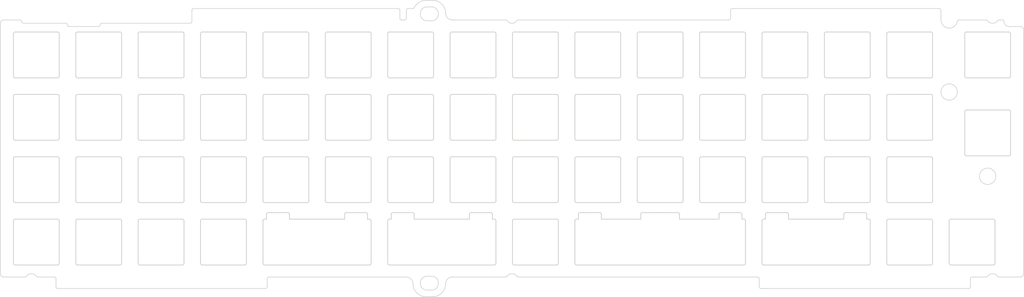
<source format=kicad_pcb>
(kicad_pcb
	(version 20240108)
	(generator "pcbnew")
	(generator_version "8.0")
	(general
		(thickness 1.6)
		(legacy_teardrops no)
	)
	(paper "A3")
	(layers
		(0 "F.Cu" signal)
		(31 "B.Cu" signal)
		(32 "B.Adhes" user "B.Adhesive")
		(33 "F.Adhes" user "F.Adhesive")
		(34 "B.Paste" user)
		(35 "F.Paste" user)
		(36 "B.SilkS" user "B.Silkscreen")
		(37 "F.SilkS" user "F.Silkscreen")
		(38 "B.Mask" user)
		(39 "F.Mask" user)
		(40 "Dwgs.User" user "User.Drawings")
		(41 "Cmts.User" user "User.Comments")
		(42 "Eco1.User" user "User.Eco1")
		(43 "Eco2.User" user "User.Eco2")
		(44 "Edge.Cuts" user)
		(45 "Margin" user)
		(46 "B.CrtYd" user "B.Courtyard")
		(47 "F.CrtYd" user "F.Courtyard")
		(48 "B.Fab" user)
		(49 "F.Fab" user)
		(50 "User.1" user)
		(51 "User.2" user)
		(52 "User.3" user)
		(53 "User.4" user)
		(54 "User.5" user)
		(55 "User.6" user)
		(56 "User.7" user)
		(57 "User.8" user)
		(58 "User.9" user)
	)
	(setup
		(pad_to_mask_clearance 0)
		(allow_soldermask_bridges_in_footprints no)
		(pcbplotparams
			(layerselection 0x00010fc_ffffffff)
			(plot_on_all_layers_selection 0x0000000_00000000)
			(disableapertmacros no)
			(usegerberextensions no)
			(usegerberattributes yes)
			(usegerberadvancedattributes yes)
			(creategerberjobfile yes)
			(dashed_line_dash_ratio 12.000000)
			(dashed_line_gap_ratio 3.000000)
			(svgprecision 4)
			(plotframeref no)
			(viasonmask no)
			(mode 1)
			(useauxorigin no)
			(hpglpennumber 1)
			(hpglpenspeed 20)
			(hpglpendiameter 15.000000)
			(pdf_front_fp_property_popups yes)
			(pdf_back_fp_property_popups yes)
			(dxfpolygonmode yes)
			(dxfimperialunits yes)
			(dxfusepcbnewfont yes)
			(psnegative no)
			(psa4output no)
			(plotreference yes)
			(plotvalue yes)
			(plotfptext yes)
			(plotinvisibletext no)
			(sketchpadsonfab no)
			(subtractmaskfromsilk no)
			(outputformat 1)
			(mirror no)
			(drillshape 1)
			(scaleselection 1)
			(outputdirectory "")
		)
	)
	(net 0 "")
	(gr_line
		(start 84.415408 58.203845)
		(end 84.415407 61.703844)
		(stroke
			(width 0.2)
			(type default)
		)
		(layer "Edge.Cuts")
		(uuid "0029c56b-6146-4ea5-aa90-05dcd566f53a")
	)
	(gr_line
		(start 258.509152 78.37884)
		(end 258.509152 65.37884)
		(stroke
			(width 0.25)
			(type default)
		)
		(layer "Edge.Cuts")
		(uuid "002b9f61-2519-4044-9a24-6e26e070e7b6")
	)
	(gr_line
		(start 182.309413 97.428845)
		(end 182.309413 84.428845)
		(stroke
			(width 0.25)
			(type default)
		)
		(layer "Edge.Cuts")
		(uuid "0094c5f2-a579-4fac-9723-5978b07bca8d")
	)
	(gr_line
		(start 220.409144 78.37884)
		(end 220.409144 65.37884)
		(stroke
			(width 0.25)
			(type default)
		)
		(layer "Edge.Cuts")
		(uuid "00ac9e75-f99f-4467-b93e-11b272b11e51")
	)
	(gr_curve
		(pts
			(xy 202.946443 120.028845) (xy 202.6703 120.028845) (xy 202.446443 120.252703) (xy 202.446443 120.528845)
		)
		(stroke
			(width 0.25)
			(type default)
		)
		(layer "Edge.Cuts")
		(uuid "00c2a1b3-c6a6-4d18-ad36-1799838a6a48")
	)
	(gr_curve
		(pts
			(xy 144.709152 78.87884) (xy 144.43301 78.87884) (xy 144.209152 78.654982) (xy 144.209152 78.37884)
		)
		(stroke
			(width 0.25)
			(type default)
		)
		(layer "Edge.Cuts")
		(uuid "016aefc2-d506-4597-9db0-fda5b5784c98")
	)
	(gr_line
		(start 176.759413 116.978845)
		(end 163.759413 116.978845)
		(stroke
			(width 0.25)
			(type default)
		)
		(layer "Edge.Cuts")
		(uuid "0189930a-d98d-4907-b8f4-fe8475beb462")
	)
	(gr_curve
		(pts
			(xy 291.559157 78.37884) (xy 291.559157 78.654982) (xy 291.335299 78.87884) (xy 291.059157 78.87884)
		)
		(stroke
			(width 0.25)
			(type default)
		)
		(layer "Edge.Cuts")
		(uuid "0221c92b-d3be-438c-ace5-d5f375595959")
	)
	(gr_curve
		(pts
			(xy 33.528084 139.703844) (xy 33.725903 139.703844) (xy 33.899372 139.584943) (xy 33.983189 139.405758)
		)
		(stroke
			(width 0.2)
			(type default)
		)
		(layer "Edge.Cuts")
		(uuid "04209dc8-9fbe-439f-96a5-3dcf70887956")
	)
	(gr_line
		(start 201.359428 135.528845)
		(end 201.359428 122.528845)
		(stroke
			(width 0.25)
			(type default)
		)
		(layer "Edge.Cuts")
		(uuid "043e62d8-1655-47a8-9c7e-c6f2ff10cd97")
	)
	(gr_line
		(start 182.309413 135.528845)
		(end 182.309413 122.528845)
		(stroke
			(width 0.25)
			(type default)
		)
		(layer "Edge.Cuts")
		(uuid "04de9a06-7fd4-43e3-a74c-f5934c91b96f")
	)
	(gr_line
		(start 177.259152 65.37884)
		(end 177.259152 78.37884)
		(stroke
			(width 0.25)
			(type default)
		)
		(layer "Edge.Cuts")
		(uuid "05b9c62d-f33d-49b5-bb8d-ffd168468c3e")
	)
	(gr_line
		(start 49.45941 102.978845)
		(end 62.45941 102.978845)
		(stroke
			(width 0.25)
			(type default)
		)
		(layer "Edge.Cuts")
		(uuid "068cf712-8971-4038-b778-2b87354b7c3b")
	)
	(gr_line
		(start 119.609408 116.978845)
		(end 106.609408 116.978845)
		(stroke
			(width 0.25)
			(type default)
		)
		(layer "Edge.Cuts")
		(uuid "06ae4809-4dc6-4862-a766-e61ae10de54b")
	)
	(gr_line
		(start 320.421662 102.19134)
		(end 320.421662 89.19134)
		(stroke
			(width 0.25)
			(type default)
		)
		(layer "Edge.Cuts")
		(uuid "06f3ae5f-f143-46c7-944d-3f84ad405ac9")
	)
	(gr_curve
		(pts
			(xy 258.509152 84.42884) (xy 258.509152 84.152698) (xy 258.73301 83.92884) (xy 259.009152 83.92884)
		)
		(stroke
			(width 0.25)
			(type default)
		)
		(layer "Edge.Cuts")
		(uuid "07d72458-7eab-4afd-aec3-67d5b46760ce")
	)
	(gr_line
		(start 82.00915 65.37884)
		(end 82.00915 78.37884)
		(stroke
			(width 0.25)
			(type default)
		)
		(layer "Edge.Cuts")
		(uuid "07f6d1e1-d459-4b05-b8d0-5acd4ad3c4c9")
	)
	(gr_curve
		(pts
			(xy 68.50915 78.87884) (xy 68.233008 78.87884) (xy 68.00915 78.654982) (xy 68.00915 78.37884)
		)
		(stroke
			(width 0.25)
			(type default)
		)
		(layer "Edge.Cuts")
		(uuid "08de4248-bb5c-46f8-b7c2-c8baa8fbe2c5")
	)
	(gr_line
		(start 233.322442 122.028845)
		(end 233.322443 120.528845)
		(stroke
			(width 0.25)
			(type default)
		)
		(layer "Edge.Cuts")
		(uuid "0921b2c5-e212-48d1-b19b-35fd928c0f61")
	)
	(gr_curve
		(pts
			(xy 291.059152 122.028451) (xy 291.335295 122.028451) (xy 291.559152 122.252309) (xy 291.559152 122.528451)
		)
		(stroke
			(width 0.25)
			(type default)
		)
		(layer "Edge.Cuts")
		(uuid "098df467-96fd-44eb-8a4f-fd6d6d1242a6")
	)
	(gr_curve
		(pts
			(xy 321.665408 143.203845) (xy 321.940408 143.203845) (xy 322.165408 142.978845) (xy 322.165408 142.703845)
		)
		(stroke
			(width 0.2)
			(type default)
		)
		(layer "Edge.Cuts")
		(uuid "0995772d-e86c-4c61-8b24-79e9f69b3321")
	)
	(gr_line
		(start 101.059413 103.478845)
		(end 101.059413 116.478845)
		(stroke
			(width 0.25)
			(type default)
		)
		(layer "Edge.Cuts")
		(uuid "0ab433ce-2b5a-4a05-8fb6-ef835e999fe9")
	)
	(gr_curve
		(pts
			(xy 310.109162 64.87884) (xy 310.385304 64.87884) (xy 310.609162 65.102698) (xy 310.609162 65.37884)
		)
		(stroke
			(width 0.25)
			(type default)
		)
		(layer "Edge.Cuts")
		(uuid "0ad5e2cc-3414-4f7e-8481-3885bccefaac")
	)
	(gr_line
		(start 234.409144 65.37884)
		(end 234.409144 78.37884)
		(stroke
			(width 0.25)
			(type default)
		)
		(layer "Edge.Cuts")
		(uuid "0b7077a7-2c29-4216-b62d-f237257c0883")
	)
	(gr_line
		(start 138.072433 122.028451)
		(end 138.072433 120.528451)
		(stroke
			(width 0.25)
			(type default)
		)
		(layer "Edge.Cuts")
		(uuid "0b76e965-024d-48c7-ad8b-ec49bce8a6ec")
	)
	(gr_curve
		(pts
			(xy 125.659157 78.87884) (xy 125.383015 78.87884) (xy 125.159157 78.654982) (xy 125.159157 78.37884)
		)
		(stroke
			(width 0.25)
			(type default)
		)
		(layer "Edge.Cuts")
		(uuid "0c0d43a5-4512-4e90-b699-d64a9396b355")
	)
	(gr_curve
		(pts
			(xy 161.915408 59.203828) (xy 161.915408 57.00383) (xy 160.11541 55.203832) (xy 157.915412 55.203832)
		)
		(stroke
			(width 0.2)
			(type default)
		)
		(layer "Edge.Cuts")
		(uuid "0ce59b49-3acc-478c-9af8-4eb632561533")
	)
	(gr_curve
		(pts
			(xy 252.959139 64.87884) (xy 253.235282 64.87884) (xy 253.459139 65.102698) (xy 253.459139 65.37884)
		)
		(stroke
			(width 0.25)
			(type default)
		)
		(layer "Edge.Cuts")
		(uuid "0d77042f-93ab-4197-904f-699c2aa41d76")
	)
	(gr_line
		(start 334.421662 65.37884)
		(end 334.421662 78.37884)
		(stroke
			(width 0.25)
			(type default)
		)
		(layer "Edge.Cuts")
		(uuid "0e0f05f5-9c70-4697-abaf-382d97ef18e1")
	)
	(gr_line
		(start 87.559413 122.028845)
		(end 100.559413 122.028845)
		(stroke
			(width 0.25)
			(type default)
		)
		(layer "Edge.Cuts")
		(uuid "0e22d7f5-9c3b-4693-b3a3-3bb6fe117dcc")
	)
	(gr_line
		(start 106.609413 136.028451)
		(end 138.659413 136.028451)
		(stroke
			(width 0.25)
			(type default)
		)
		(layer "Edge.Cuts")
		(uuid "0e8a0305-4e2b-40d0-8aa3-b6ebabea6811")
	)
	(gr_line
		(start 196.309152 65.37884)
		(end 196.309152 78.37884)
		(stroke
			(width 0.25)
			(type default)
		)
		(layer "Edge.Cuts")
		(uuid "0f3ae0e6-69cd-43cc-a756-a10d1d71eb6d")
	)
	(gr_line
		(start 310.609162 122.52885)
		(end 310.609162 135.52885)
		(stroke
			(width 0.25)
			(type default)
		)
		(layer "Edge.Cuts")
		(uuid "0f4ae33f-8055-4f60-a443-35e4c49d0d7e")
	)
	(gr_curve
		(pts
			(xy 81.509412 102.978845) (xy 81.785554 102.978845) (xy 82.009412 103.202703) (xy 82.009412 103.478845)
		)
		(stroke
			(width 0.25)
			(type default)
		)
		(layer "Edge.Cuts")
		(uuid "0f838c9b-2c27-419e-bcbf-f667f5d8cbef")
	)
	(gr_curve
		(pts
			(xy 154.165408 59.453845) (xy 154.165408 60.553845) (xy 155.065408 61.453845) (xy 156.165408 61.453845)
		)
		(stroke
			(width 0.2)
			(type default)
		)
		(layer "Edge.Cuts")
		(uuid "0fb0d446-c0a1-47ea-ac2f-cbd280300509")
	)
	(gr_line
		(start 101.059413 122.528845)
		(end 101.059413 135.528845)
		(stroke
			(width 0.25)
			(type default)
		)
		(layer "Edge.Cuts")
		(uuid "0fc4e288-9b9d-460b-b48e-e4619c211e88")
	)
	(gr_line
		(start 202.446445 122.028845)
		(end 201.859423 122.028845)
		(stroke
			(width 0.25)
			(type default)
		)
		(layer "Edge.Cuts")
		(uuid "105df59c-8989-44b3-ab3c-6452e00c212c")
	)
	(gr_line
		(start 31.915408 61.203845)
		(end 26.915408 61.203845)
		(stroke
			(width 0.2)
			(type default)
		)
		(layer "Edge.Cuts")
		(uuid "108ddee5-441c-49ed-9d20-c02159a8ea70")
	)
	(gr_curve
		(pts
			(xy 101.059413 135.528845) (xy 101.059413 135.804987) (xy 100.835556 136.028845) (xy 100.559413 136.028845)
		)
		(stroke
			(width 0.25)
			(type default)
		)
		(layer "Edge.Cuts")
		(uuid "112d51ab-9384-4390-b10f-d4f1fc933d17")
	)
	(gr_line
		(start 201.359162 78.37884)
		(end 201.359162 65.37884)
		(stroke
			(width 0.25)
			(type default)
		)
		(layer "Edge.Cuts")
		(uuid "115770de-ec71-4827-9580-d50339254d76")
	)
	(gr_line
		(start 176.759152 78.87884)
		(end 163.759152 78.87884)
		(stroke
			(width 0.25)
			(type default)
		)
		(layer "Edge.Cuts")
		(uuid "117d622d-83e0-4190-979d-878f1f7e73a8")
	)
	(gr_curve
		(pts
			(xy 327.483216 61.501958) (xy 327.39939 61.322762) (xy 327.225916 61.203848) (xy 327.028084 61.203848)
		)
		(stroke
			(width 0.2)
			(type default)
		)
		(layer "Edge.Cuts")
		(uuid "1216aeb3-c2cb-49c9-b5bd-12450837e31e")
	)
	(gr_line
		(start 334.421662 89.19134)
		(end 334.421662 102.19134)
		(stroke
			(width 0.25)
			(type default)
		)
		(layer "Edge.Cuts")
		(uuid "121fff9d-843b-44de-a737-ffbd7c7d36c1")
	)
	(gr_curve
		(pts
			(xy 56.415407 62.703845) (xy 56.415407 62.978845) (xy 56.190408 63.203845) (xy 55.915408 63.203845)
		)
		(stroke
			(width 0.2)
			(type default)
		)
		(layer "Edge.Cuts")
		(uuid "13725344-ad08-43b8-bc06-ea53d2284d9f")
	)
	(gr_curve
		(pts
			(xy 62.45941 102.978845) (xy 62.735553 102.978845) (xy 62.95941 103.202703) (xy 62.95941 103.478845)
		)
		(stroke
			(width 0.25)
			(type default)
		)
		(layer "Edge.Cuts")
		(uuid "13a2172e-97bb-489a-a896-ed11bddbc8f5")
	)
	(gr_curve
		(pts
			(xy 36.847632 139.405764) (xy 36.931448 139.584946) (xy 37.104916 139.703844) (xy 37.302732 139.703844)
		)
		(stroke
			(width 0.2)
			(type default)
		)
		(layer "Edge.Cuts")
		(uuid "16308ba0-eeee-41e4-9e65-ca0249569954")
	)
	(gr_curve
		(pts
			(xy 248.915408 60.591473) (xy 248.915408 60.928277) (xy 248.63984 61.203845) (xy 248.303036 61.203845)
		)
		(stroke
			(width 0.2)
			(type default)
		)
		(layer "Edge.Cuts")
		(uuid "16ba65f6-4a2a-4851-82e1-01a2fcfdb5ba")
	)
	(gr_curve
		(pts
			(xy 291.059152 83.92884) (xy 291.335294 83.92884) (xy 291.559152 84.152698) (xy 291.559152 84.42884)
		)
		(stroke
			(width 0.25)
			(type default)
		)
		(layer "Edge.Cuts")
		(uuid "1747c2da-2e3c-4878-8fb6-37ec8b93589b")
	)
	(gr_curve
		(pts
			(xy 26.915408 61.203845) (xy 26.363123 61.203845) (xy 25.915408 61.65156) (xy 25.915408 62.203845)
		)
		(stroke
			(width 0.2)
			(type default)
		)
		(layer "Edge.Cuts")
		(uuid "18b69289-832c-4829-af79-fdefed9dc340")
	)
	(gr_line
		(start 232.822443 120.028845)
		(end 226.822443 120.028845)
		(stroke
			(width 0.25)
			(type default)
		)
		(layer "Edge.Cuts")
		(uuid "18d84223-fc93-4595-a764-210a469e55e9")
	)
	(gr_line
		(start 101.059152 65.37884)
		(end 101.059152 78.37884)
		(stroke
			(width 0.25)
			(type default)
		)
		(layer "Edge.Cuts")
		(uuid "193739a0-0a28-4d59-8f21-d71cd74779dd")
	)
	(gr_curve
		(pts
			(xy 106.609408 97.928845) (xy 106.333266 97.928845) (xy 106.109408 97.704987) (xy 106.109408 97.428845)
		)
		(stroke
			(width 0.25)
			(type default)
		)
		(layer "Edge.Cuts")
		(uuid "193cfd00-9770-49e5-a968-2cb6c9547fd6")
	)
	(gr_line
		(start 68.009412 116.478845)
		(end 68.009412 103.478845)
		(stroke
			(width 0.25)
			(type default)
		)
		(layer "Edge.Cuts")
		(uuid "197e9eb6-d3b8-4688-abcd-ec96d928e27b")
	)
	(gr_curve
		(pts
			(xy 157.709413 102.978845) (xy 157.985556 102.978845) (xy 158.209413 103.202703) (xy 158.209413 103.478845)
		)
		(stroke
			(width 0.25)
			(type default)
		)
		(layer "Edge.Cuts")
		(uuid "19afea62-aa3c-4eba-9d60-b580d9d48b24")
	)
	(gr_line
		(start 208.946443 120.028845)
		(end 202.946443 120.028845)
		(stroke
			(width 0.25)
			(type default)
		)
		(layer "Edge.Cuts")
		(uuid "19bef001-ba2d-4964-95c6-ad486415a78a")
	)
	(gr_line
		(start 48.95941 135.528845)
		(end 48.95941 122.528845)
		(stroke
			(width 0.25)
			(type default)
		)
		(layer "Edge.Cuts")
		(uuid "19c89632-78d1-450c-946d-177d7e5c71bc")
	)
	(gr_curve
		(pts
			(xy 49.45941 136.028845) (xy 49.183268 136.028845) (xy 48.95941 135.804987) (xy 48.95941 135.528845)
		)
		(stroke
			(width 0.25)
			(type default)
		)
		(layer "Edge.Cuts")
		(uuid "19da6626-c667-46de-bfd3-87bb1704edaa")
	)
	(gr_line
		(start 82.009412 122.528845)
		(end 82.009412 135.528845)
		(stroke
			(width 0.25)
			(type default)
		)
		(layer "Edge.Cuts")
		(uuid "1a7a4bff-59bb-4cad-b34e-741c00e35bc7")
	)
	(gr_curve
		(pts
			(xy 291.559152 97.42884) (xy 291.559152 97.704982) (xy 291.335294 97.92884) (xy 291.059152 97.92884)
		)
		(stroke
			(width 0.25)
			(type default)
		)
		(layer "Edge.Cuts")
		(uuid "1ad16a0e-2d25-430c-9717-65c3d6922d43")
	)
	(gr_line
		(start 144.709413 102.978845)
		(end 157.709413 102.978845)
		(stroke
			(width 0.25)
			(type default)
		)
		(layer "Edge.Cuts")
		(uuid "1b0ce9e3-259f-45b6-8ec3-8d73e3845f60")
	)
	(gr_line
		(start 158.209413 103.478845)
		(end 158.209413 116.478845)
		(stroke
			(width 0.25)
			(type default)
		)
		(layer "Edge.Cuts")
		(uuid "1b19437d-488f-4ff7-8c5d-f1d777db9b0f")
	)
	(gr_curve
		(pts
			(xy 233.909144 64.87884) (xy 234.185287 64.87884) (xy 234.409144 65.102698) (xy 234.409144 65.37884)
		)
		(stroke
			(width 0.25)
			(type default)
		)
		(layer "Edge.Cuts")
		(uuid "1b67d546-bb44-4344-8f68-71a0c164d2bb")
	)
	(gr_curve
		(pts
			(xy 151.915408 141.703849) (xy 151.915408 143.903847) (xy 153.715406 145.703845) (xy 155.915404 145.703845)
		)
		(stroke
			(width 0.2)
			(type default)
		)
		(layer "Edge.Cuts")
		(uuid "1c6beb05-ea7a-4884-b488-a84959b79b5c")
	)
	(gr_line
		(start 209.446443 122.028844)
		(end 209.446443 120.528845)
		(stroke
			(width 0.25)
			(type default)
		)
		(layer "Edge.Cuts")
		(uuid "1d9af4ed-9c22-46b1-bdfd-cb8588ce89a8")
	)
	(gr_curve
		(pts
			(xy 296.609162 84.42884) (xy 296.609162 84.152698) (xy 296.83302 83.92884) (xy 297.109162 83.92884)
		)
		(stroke
			(width 0.25)
			(type default)
		)
		(layer "Edge.Cuts")
		(uuid "1da6fc63-3fbd-443c-aee2-6994b6cf70df")
	)
	(gr_line
		(start 48.95941 97.428845)
		(end 48.95941 84.428845)
		(stroke
			(width 0.25)
			(type default)
		)
		(layer "Edge.Cuts")
		(uuid "1e4de01f-2dea-4545-9f0b-406f160edaef")
	)
	(gr_line
		(start 106.609408 83.928845)
		(end 119.609408 83.928845)
		(stroke
			(width 0.25)
			(type default)
		)
		(layer "Edge.Cuts")
		(uuid "1e65f174-06fd-41f0-adf1-9c84a9607b2a")
	)
	(gr_line
		(start 163.759152 64.87884)
		(end 176.759152 64.87884)
		(stroke
			(width 0.25)
			(type default)
		)
		(layer "Edge.Cuts")
		(uuid "1fc03610-2c2f-41bd-885a-574da45585b7")
	)
	(gr_line
		(start 87.059413 135.528845)
		(end 87.059413 122.528845)
		(stroke
			(width 0.25)
			(type default)
		)
		(layer "Edge.Cuts")
		(uuid "1fd4f8c4-f823-472b-bcad-dd3498922a50")
	)
	(gr_curve
		(pts
			(xy 82.009412 97.428845) (xy 82.009412 97.704987) (xy 81.785554 97.928845) (xy 81.509412 97.928845)
		)
		(stroke
			(width 0.25)
			(type default)
		)
		(layer "Edge.Cuts")
		(uuid "203bc6ec-7184-479c-86a1-95da06489f83")
	)
	(gr_line
		(start 331.915408 61.203846)
		(end 330.802732 61.203847)
		(stroke
			(width 0.2)
			(type default)
		)
		(layer "Edge.Cuts")
		(uuid "208241d4-d99f-4145-9ac9-0a751e4607c0")
	)
	(gr_line
		(start 291.059142 122.028451)
		(end 290.472161 122.028451)
		(stroke
			(width 0.25)
			(type default)
		)
		(layer "Edge.Cuts")
		(uuid "20a772b7-7592-4fd8-812e-d84b1baeeeb7")
	)
	(gr_line
		(start 252.37242 122.028845)
		(end 252.372421 120.528845)
		(stroke
			(width 0.25)
			(type default)
		)
		(layer "Edge.Cuts")
		(uuid "20cc4977-654d-44f6-a377-e2617d90d470")
	)
	(gr_line
		(start 239.459401 97.428845)
		(end 239.459401 84.428845)
		(stroke
			(width 0.25)
			(type default)
		)
		(layer "Edge.Cuts")
		(uuid "216f3043-d7e4-4972-b96e-b80ff6e590ad")
	)
	(gr_curve
		(pts
			(xy 297.109162 78.87884) (xy 296.83302 78.87884) (xy 296.609162 78.654982) (xy 296.609162 78.37884)
		)
		(stroke
			(width 0.25)
			(type default)
		)
		(layer "Edge.Cuts")
		(uuid "22e9cc11-83ea-436d-9d03-8c1b4c62ac31")
	)
	(gr_line
		(start 289.972162 120.028451)
		(end 283.972162 120.028451)
		(stroke
			(width 0.25)
			(type default)
		)
		(layer "Edge.Cuts")
		(uuid "23864fe3-0493-496e-83e4-502c2418b5af")
	)
	(gr_line
		(start 220.909144 64.87884)
		(end 233.909144 64.87884)
		(stroke
			(width 0.25)
			(type default)
		)
		(layer "Edge.Cuts")
		(uuid "23bf717f-529b-42d2-a656-0e8aa7dbdcc8")
	)
	(gr_curve
		(pts
			(xy 106.915408 143.203845) (xy 107.190408 143.203845) (xy 107.415408 142.978845) (xy 107.415408 142.703845)
		)
		(stroke
			(width 0.2)
			(type default)
		)
		(layer "Edge.Cuts")
		(uuid "242eb51f-321e-4ae9-b6be-32ecac743a96")
	)
	(gr_line
		(start 182.809413 122.028845)
		(end 195.809413 122.028845)
		(stroke
			(width 0.25)
			(type default)
		)
		(layer "Edge.Cuts")
		(uuid "250359a3-5a88-4af8-ae7f-ffe635ff629f")
	)
	(gr_curve
		(pts
			(xy 327.483234 139.405714) (xy 327.673477 138.999036) (xy 328.242733 138.703845) (xy 328.915408 138.703845)
		)
		(stroke
			(width 0.2)
			(type default)
		)
		(layer "Edge.Cuts")
		(uuid "25a98401-7f25-408c-b39b-8d6846a84a04")
	)
	(gr_curve
		(pts
			(xy 154.165408 141.453832) (xy 154.165408 140.353832) (xy 155.065408 139.453832) (xy 156.165408 139.453832)
		)
		(stroke
			(width 0.2)
			(type default)
		)
		(layer "Edge.Cuts")
		(uuid "25d65812-4102-4e49-8541-cdfbbb7c5571")
	)
	(gr_line
		(start 139.159418 84.428845)
		(end 139.159418 97.428845)
		(stroke
			(width 0.25)
			(type default)
		)
		(layer "Edge.Cuts")
		(uuid "26be4df0-c5b7-4ef3-a0f5-e81409f59622")
	)
	(gr_line
		(start 147.415408 57.703845)
		(end 84.915408 57.703845)
		(stroke
			(width 0.2)
			(type default)
		)
		(layer "Edge.Cuts")
		(uuid "271f80d0-f6d9-4613-80e8-fe700b2d17c7")
	)
	(gr_curve
		(pts
			(xy 338.415408 64.203845) (xy 338.415408 63.653845) (xy 337.965408 63.203845) (xy 337.415408 63.203845)
		)
		(stroke
			(width 0.2)
			(type default)
		)
		(layer "Edge.Cuts")
		(uuid "275c464f-0055-48a3-a9b3-4104dc23144e")
	)
	(gr_curve
		(pts
			(xy 182.165408 62.203845) (xy 181.492697 62.203845) (xy 180.923415 61.908622) (xy 180.733172 61.501914)
		)
		(stroke
			(width 0.2)
			(type default)
		)
		(layer "Edge.Cuts")
		(uuid "277c9983-24fb-4447-922b-b6b4355fee87")
	)
	(gr_curve
		(pts
			(xy 163.259413 84.428845) (xy 163.259413 84.152703) (xy 163.483271 83.928845) (xy 163.759413 83.928845)
		)
		(stroke
			(width 0.25)
			(type default)
		)
		(layer "Edge.Cuts")
		(uuid "285624c7-8092-4c5d-b6af-73ff4d7d70fc")
	)
	(gr_line
		(start 144.709413 83.928845)
		(end 157.709413 83.928845)
		(stroke
			(width 0.25)
			(type default)
		)
		(layer "Edge.Cuts")
		(uuid "28e24dc9-2b7e-40ac-8915-5ad80f8b147b")
	)
	(gr_line
		(start 266.596162 122.028451)
		(end 266.596162 120.528451)
		(stroke
			(width 0.25)
			(type default)
		)
		(layer "Edge.Cuts")
		(uuid "2961d324-75a7-4fc1-86b7-a27f42b265af")
	)
	(gr_line
		(start 252.959401 97.928845)
		(end 239.959401 97.928845)
		(stroke
			(width 0.25)
			(type default)
		)
		(layer "Edge.Cuts")
		(uuid "29a60f20-856b-48f9-818f-8b924e4686d2")
	)
	(gr_curve
		(pts
			(xy 87.059413 84.428845) (xy 87.059413 84.152703) (xy 87.283271 83.928845) (xy 87.559413 83.928845)
		)
		(stroke
			(width 0.25)
			(type default)
		)
		(layer "Edge.Cuts")
		(uuid "29c26db7-3e7f-447b-879c-289f2c6421e9")
	)
	(gr_line
		(start 182.809413 102.978845)
		(end 195.809413 102.978845)
		(stroke
			(width 0.25)
			(type default)
		)
		(layer "Edge.Cuts")
		(uuid "29d39ccb-1c04-4508-a103-38be964283e2")
	)
	(gr_line
		(start 196.309413 103.478845)
		(end 196.309413 116.478845)
		(stroke
			(width 0.25)
			(type default)
		)
		(layer "Edge.Cuts")
		(uuid "29d407ce-e79a-4e7c-a346-4a458cad649f")
	)
	(gr_line
		(start 272.009152 97.92884)
		(end 259.009152 97.92884)
		(stroke
			(width 0.25)
			(type default)
		)
		(layer "Edge.Cuts")
		(uuid "2a4cc90e-2097-4629-8bad-c237a9f83e0e")
	)
	(gr_curve
		(pts
			(xy 333.921662 88.69134) (xy 334.197804 88.69134) (xy 334.421662 88.915198) (xy 334.421662 89.19134)
		)
		(stroke
			(width 0.25)
			(type default)
		)
		(layer "Edge.Cuts")
		(uuid "2a6be30c-26ac-42c1-8456-5e91d1217ce7")
	)
	(gr_curve
		(pts
			(xy 233.322443 120.528845) (xy 233.322443 120.252703) (xy 233.098585 120.028845) (xy 232.822443 120.028845)
		)
		(stroke
			(width 0.25)
			(type default)
		)
		(layer "Edge.Cuts")
		(uuid "2a6fe0d4-6145-450d-a957-ed56be36e7cb")
	)
	(gr_curve
		(pts
			(xy 139.159418 97.428845) (xy 139.159418 97.704987) (xy 138.935561 97.928845) (xy 138.659418 97.928845)
		)
		(stroke
			(width 0.25)
			(type default)
		)
		(layer "Edge.Cuts")
		(uuid "2aac73eb-f26f-48a7-99ef-fdfeba064018")
	)
	(gr_line
		(start 62.95941 122.528845)
		(end 62.95941 135.528845)
		(stroke
			(width 0.25)
			(type default)
		)
		(layer "Edge.Cuts")
		(uuid "2ad93880-ea64-4ea8-963e-9d7801fd5a28")
	)
	(gr_line
		(start 233.909406 97.928845)
		(end 220.909406 97.928845)
		(stroke
			(width 0.25)
			(type default)
		)
		(layer "Edge.Cuts")
		(uuid "2affd468-c518-4ca6-ab47-23bee7467a5b")
	)
	(gr_curve
		(pts
			(xy 101.059152 78.37884) (xy 101.059152 78.654982) (xy 100.835294 78.87884) (xy 100.559152 78.87884)
		)
		(stroke
			(width 0.25)
			(type default)
		)
		(layer "Edge.Cuts")
		(uuid "2b3ced64-61b9-44e0-a418-b6488338340f")
	)
	(gr_line
		(start 245.37242 122.028845)
		(end 233.322442 122.028845)
		(stroke
			(width 0.25)
			(type default)
		)
		(layer "Edge.Cuts")
		(uuid "2c105f30-897e-4b01-bb9f-22c739c7f43a")
	)
	(gr_curve
		(pts
			(xy 215.359162 78.37884) (xy 215.359162 78.654982) (xy 215.135304 78.87884) (xy 214.859162 78.87884)
		)
		(stroke
			(width 0.25)
			(type default)
		)
		(layer "Edge.Cuts")
		(uuid "2c5ba8ef-c329-4dc4-8097-e082d3254107")
	)
	(gr_curve
		(pts
			(xy 100.559413 102.978845) (xy 100.835556 102.978845) (xy 101.059413 103.202703) (xy 101.059413 103.478845)
		)
		(stroke
			(width 0.25)
			(type default)
		)
		(layer "Edge.Cuts")
		(uuid "2c7ff140-8b59-4460-be01-054bb0799f39")
	)
	(gr_curve
		(pts
			(xy 156.165408 57.203845) (xy 155.065408 57.203845) (xy 154.165408 58.103845) (xy 154.165408 59.203845)
		)
		(stroke
			(width 0.2)
			(type default)
		)
		(layer "Edge.Cuts")
		(uuid "2d1963f2-b3db-4cef-803a-731b5b79852e")
	)
	(gr_line
		(start 149.915408 58.203845)
		(end 149.915408 60.703845)
		(stroke
			(width 0.2)
			(type default)
		)
		(layer "Edge.Cuts")
		(uuid "2d57081a-67f7-4d9e-9396-1529bdbeb66b")
	)
	(gr_line
		(start 29.909154 78.37884)
		(end 29.909154 65.37884)
		(stroke
			(width 0.25)
			(type default)
		)
		(layer "Edge.Cuts")
		(uuid "2d593562-083a-48f6-9fbd-d27afbfba38d")
	)
	(gr_line
		(start 259.009152 64.87884)
		(end 272.009152 64.87884)
		(stroke
			(width 0.25)
			(type default)
		)
		(layer "Edge.Cuts")
		(uuid "2dcca23f-8c41-4592-b8c3-842f69c7ae97")
	)
	(gr_line
		(start 144.709416 136.028845)
		(end 176.759416 136.028845)
		(stroke
			(width 0.25)
			(type default)
		)
		(layer "Edge.Cuts")
		(uuid "2e055e79-e6a3-46e6-b6ea-859f7078bc2a")
	)
	(gr_line
		(start 291.559137 103.47884)
		(end 291.559137 116.47884)
		(stroke
			(width 0.25)
			(type default)
		)
		(layer "Edge.Cuts")
		(uuid "2e1c5763-3ff4-4037-b2e4-4d34f10ecf4c")
	)
	(gr_line
		(start 234.409406 103.478845)
		(end 234.409406 116.478845)
		(stroke
			(width 0.25)
			(type default)
		)
		(layer "Edge.Cuts")
		(uuid "2e68fbac-846d-45f9-a82b-ad696cce4998")
	)
	(gr_curve
		(pts
			(xy 152.330786 57.434306) (xy 152.246705 57.603389) (xy 152.066858 57.703471) (xy 151.878023 57.703513)
		)
		(stroke
			(width 0.2)
			(type default)
		)
		(layer "Edge.Cuts")
		(uuid "2f6bdcfe-9882-4d30-88d4-e632891151f7")
	)
	(gr_curve
		(pts
			(xy 177.259426 135.528845) (xy 177.259426 135.804987) (xy 177.035569 136.028845) (xy 176.759426 136.028845)
		)
		(stroke
			(width 0.25)
			(type default)
		)
		(layer "Edge.Cuts")
		(uuid "30e56d3e-38f3-41be-b2d3-f771f94114f4")
	)
	(gr_curve
		(pts
			(xy 62.45941 83.928845) (xy 62.735553 83.928845) (xy 62.95941 84.152703) (xy 62.95941 84.428845)
		)
		(stroke
			(width 0.25)
			(type default)
		)
		(layer "Edge.Cuts")
		(uuid "31466591-1425-4e34-af5b-70026b6bbce3")
	)
	(gr_curve
		(pts
			(xy 43.909154 78.37884) (xy 43.909154 78.654982) (xy 43.685296 78.87884) (xy 43.409154 78.87884)
		)
		(stroke
			(width 0.25)
			(type default)
		)
		(layer "Edge.Cuts")
		(uuid "314e3eb5-7c8f-4ffa-a5b7-d2d91fc064a4")
	)
	(gr_curve
		(pts
			(xy 272.509137 116.47884) (xy 272.509137 116.754982) (xy 272.285279 116.97884) (xy 272.009137 116.97884)
		)
		(stroke
			(width 0.25)
			(type default)
		)
		(layer "Edge.Cuts")
		(uuid "31833535-9035-49de-89b9-c1391d549f62")
	)
	(gr_curve
		(pts
			(xy 82.00915 78.37884) (xy 82.00915 78.654982) (xy 81.785293 78.87884) (xy 81.50915 78.87884)
		)
		(stroke
			(width 0.25)
			(type default)
		)
		(layer "Edge.Cuts")
		(uuid "319167fc-49ff-4259-87b1-ff970651891a")
	)
	(gr_curve
		(pts
			(xy 48.959149 65.37884) (xy 48.959149 65.102698) (xy 49.183007 64.87884) (xy 49.459149 64.87884)
		)
		(stroke
			(width 0.25)
			(type default)
		)
		(layer "Edge.Cuts")
		(uuid "31dcd2eb-8bda-4707-87c6-821de44837f3")
	)
	(gr_line
		(start 272.509152 65.37884)
		(end 272.509152 78.37884)
		(stroke
			(width 0.25)
			(type default)
		)
		(layer "Edge.Cuts")
		(uuid "323db06f-347d-4600-8ba3-bc5eb7e0c48d")
	)
	(gr_curve
		(pts
			(xy 214.859162 64.87884) (xy 215.135304 64.87884) (xy 215.359162 65.102698) (xy 215.359162 65.37884)
		)
		(stroke
			(width 0.25)
			(type default)
		)
		(layer "Edge.Cuts")
		(uuid "324ba253-b31c-45cd-bc5d-f75cc3fddcf6")
	)
	(gr_curve
		(pts
			(xy 233.909406 102.978845) (xy 234.185548 102.978845) (xy 234.409406 103.202703) (xy 234.409406 103.478845)
		)
		(stroke
			(width 0.25)
			(type default)
		)
		(layer "Edge.Cuts")
		(uuid "32b0386d-3274-4513-94cf-ed7dfcd225da")
	)
	(gr_curve
		(pts
			(xy 149.915408 60.703845) (xy 149.915408 60.978845) (xy 149.690408 61.203845) (xy 149.415408 61.203845)
		)
		(stroke
			(width 0.2)
			(type default)
		)
		(layer "Edge.Cuts")
		(uuid "32ecca76-28d5-4128-8b28-44462f668c71")
	)
	(gr_line
		(start 43.409415 136.028845)
		(end 30.409415 136.028845)
		(stroke
			(width 0.25)
			(type default)
		)
		(layer "Edge.Cuts")
		(uuid "3302208e-cbaf-4995-9dc8-dcc086a0fb43")
	)
	(gr_curve
		(pts
			(xy 43.409415 102.978845) (xy 43.685558 102.978845) (xy 43.909415 103.202703) (xy 43.909415 103.478845)
		)
		(stroke
			(width 0.25)
			(type default)
		)
		(layer "Edge.Cuts")
		(uuid "33396e63-4646-4490-bde8-6b3c53ff6ee0")
	)
	(gr_curve
		(pts
			(xy 120.109408 97.428845) (xy 120.109408 97.704987) (xy 119.885551 97.928845) (xy 119.609408 97.928845)
		)
		(stroke
			(width 0.25)
			(type default)
		)
		(layer "Edge.Cuts")
		(uuid "33cc3e9a-a695-4de4-8b85-8ccbc094dab5")
	)
	(gr_circle
		(center 327.421662 108.940845)
		(end 329.921662 108.940845)
		(stroke
			(width 0.2)
			(type default)
		)
		(fill none)
		(layer "Edge.Cuts")
		(uuid "341b10c9-a1ed-412d-9fcc-50d3f2c36ada")
	)
	(gr_line
		(start 68.509412 102.978845)
		(end 81.509412 102.978845)
		(stroke
			(width 0.25)
			(type default)
		)
		(layer "Edge.Cuts")
		(uuid "34972d7b-f7e2-4828-8ce0-20bd27c8fa70")
	)
	(gr_curve
		(pts
			(xy 296.609162 65.37884) (xy 296.609162 65.102698) (xy 296.83302 64.87884) (xy 297.109162 64.87884)
		)
		(stroke
			(width 0.25)
			(type default)
		)
		(layer "Edge.Cuts")
		(uuid "34bdd0f8-ac0e-4a7d-a313-a4a5ca328fae")
	)
	(gr_line
		(start 37.302732 139.703844)
		(end 42.41541 139.703845)
		(stroke
			(width 0.2)
			(type default)
		)
		(layer "Edge.Cuts")
		(uuid "35086f42-2262-499c-b94f-23eb042aa51e")
	)
	(gr_curve
		(pts
			(xy 296.609147 103.47884) (xy 296.609147 103.202698) (xy 296.833005 102.97884) (xy 297.109147 102.97884)
		)
		(stroke
			(width 0.25)
			(type default)
		)
		(layer "Edge.Cuts")
		(uuid "35796ec9-e863-458e-8d20-34e53236969e")
	)
	(gr_curve
		(pts
			(xy 148.415408 61.203845) (xy 148.140408 61.203845) (xy 147.915408 60.978845) (xy 147.915408 60.703845)
		)
		(stroke
			(width 0.2)
			(type default)
		)
		(layer "Edge.Cuts")
		(uuid "3587bebf-7aaa-4685-9db8-93469892d676")
	)
	(gr_line
		(start 101.059413 84.428845)
		(end 101.059413 97.428845)
		(stroke
			(width 0.25)
			(type default)
		)
		(layer "Edge.Cuts")
		(uuid "358aa291-299e-41b5-93af-c0e482ec144d")
	)
	(gr_line
		(start 25.915408 62.203845)
		(end 25.915408 138.703845)
		(stroke
			(width 0.2)
			(type default)
		)
		(layer "Edge.Cuts")
		(uuid "359287c7-18a6-4464-88a4-36b2131d9875")
	)
	(gr_curve
		(pts
			(xy 144.209413 84.428845) (xy 144.209413 84.152703) (xy 144.433271 83.928845) (xy 144.709413 83.928845)
		)
		(stroke
			(width 0.25)
			(type default)
		)
		(layer "Edge.Cuts")
		(uuid "35cd1944-3b7f-4777-95cb-7fcd87465857")
	)
	(gr_line
		(start 259.596164 122.028451)
		(end 259.009142 122.028451)
		(stroke
			(width 0.25)
			(type default)
		)
		(layer "Edge.Cuts")
		(uuid "35f76de0-f13b-4c1f-af4b-b88be0fc913b")
	)
	(gr_curve
		(pts
			(xy 163.759152 78.87884) (xy 163.48301 78.87884) (xy 163.259152 78.654982) (xy 163.259152 78.37884)
		)
		(stroke
			(width 0.25)
			(type default)
		)
		(layer "Edge.Cuts")
		(uuid "361bd3f9-1c5c-47e7-b5f4-86509bff3e9f")
	)
	(gr_line
		(start 201.859423 136.028845)
		(end 252.959401 136.028845)
		(stroke
			(width 0.25)
			(type default)
		)
		(layer "Edge.Cuts")
		(uuid "364aa2f4-f23b-4e5e-a575-c593db47213f")
	)
	(gr_curve
		(pts
			(xy 106.109408 84.428845) (xy 106.109408 84.152703) (xy 106.333266 83.928845) (xy 106.609408 83.928845)
		)
		(stroke
			(width 0.25)
			(type default)
		)
		(layer "Edge.Cuts")
		(uuid "3673f1b6-5905-469c-88b7-509196701715")
	)
	(gr_curve
		(pts
			(xy 106.609408 116.978845) (xy 106.333266 116.978845) (xy 106.109408 116.754987) (xy 106.109408 116.478845)
		)
		(stroke
			(width 0.25)
			(type default)
		)
		(layer "Edge.Cuts")
		(uuid "36ad37b3-d863-47f2-884d-5df64f7ef557")
	)
	(gr_curve
		(pts
			(xy 62.95941 116.478845) (xy 62.95941 116.754987) (xy 62.735553 116.978845) (xy 62.45941 116.978845)
		)
		(stroke
			(width 0.25)
			(type default)
		)
		(layer "Edge.Cuts")
		(uuid "370179e5-7898-452a-9b91-555242c0ba35")
	)
	(gr_curve
		(pts
			(xy 310.609162 135.52885) (xy 310.609162 135.804992) (xy 310.385304 136.02885) (xy 310.109162 136.02885)
		)
		(stroke
			(width 0.25)
			(type default)
		)
		(layer "Edge.Cuts")
		(uuid "376b6dad-7e10-4158-b268-ca12c105430c")
	)
	(gr_curve
		(pts
			(xy 43.909415 135.528845) (xy 43.909415 135.804987) (xy 43.685558 136.028845) (xy 43.409415 136.028845)
		)
		(stroke
			(width 0.25)
			(type default)
		)
		(layer "Edge.Cuts")
		(uuid "37828ef1-8b62-4332-840d-57944d9df034")
	)
	(gr_line
		(start 43.909415 122.528845)
		(end 43.909415 135.528845)
		(stroke
			(width 0.25)
			(type default)
		)
		(layer "Edge.Cuts")
		(uuid "37b56c44-2eec-4d3a-8a1a-546b89f21beb")
	)
	(gr_curve
		(pts
			(xy 145.796436 120.028845) (xy 145.520293 120.028845) (xy 145.296436 120.252703) (xy 145.296436 120.528845)
		)
		(stroke
			(width 0.25)
			(type default)
		)
		(layer "Edge.Cuts")
		(uuid "3868fc98-0e92-4ad6-8e1c-fba06e8a75fd")
	)
	(gr_line
		(start 291.559157 65.37884)
		(end 291.559157 78.37884)
		(stroke
			(width 0.25)
			(type default)
		)
		(layer "Edge.Cuts")
		(uuid "39045fe5-f33d-47b1-a43d-a7ec06ff2bed")
	)
	(gr_line
		(start 291.059137 116.97884)
		(end 278.059137 116.97884)
		(stroke
			(width 0.25)
			(type default)
		)
		(layer "Edge.Cuts")
		(uuid "3989bcd7-7949-42bc-a2d4-7fe338ce040d")
	)
	(gr_line
		(start 62.45941 136.028845)
		(end 49.45941 136.028845)
		(stroke
			(width 0.25)
			(type default)
		)
		(layer "Edge.Cuts")
		(uuid "39be227b-4b6c-49de-a442-df21b6d1191a")
	)
	(gr_line
		(start 316.159142 122.02885)
		(end 329.159142 122.02885)
		(stroke
			(width 0.25)
			(type default)
		)
		(layer "Edge.Cuts")
		(uuid "39c2efad-6b07-4d50-bdd8-774ccb4a216a")
	)
	(gr_curve
		(pts
			(xy 68.509412 116.978845) (xy 68.233269 116.978845) (xy 68.009412 116.754987) (xy 68.009412 116.478845)
		)
		(stroke
			(width 0.25)
			(type default)
		)
		(layer "Edge.Cuts")
		(uuid "3aafba6e-5aff-40ff-9d4e-deff7bff5e78")
	)
	(gr_line
		(start 169.172436 120.528845)
		(end 169.172435 122.028845)
		(stroke
			(width 0.25)
			(type default)
		)
		(layer "Edge.Cuts")
		(uuid "3af15f5c-8641-45f1-ab43-9e4330fef7c1")
	)
	(gr_line
		(start 100.559152 78.87884)
		(end 87.559152 78.87884)
		(stroke
			(width 0.25)
			(type default)
		)
		(layer "Edge.Cuts")
		(uuid "3afee5f2-abe5-4f8c-b0d1-eb7845f50aa7")
	)
	(gr_line
		(start 120.109408 84.428845)
		(end 120.109408 97.428845)
		(stroke
			(width 0.25)
			(type default)
		)
		(layer "Edge.Cuts")
		(uuid "3b12b390-e6a6-4aae-a97a-f90743d934bb")
	)
	(gr_curve
		(pts
			(xy 49.45941 97.928845) (xy 49.183268 97.928845) (xy 48.95941 97.704987) (xy 48.95941 97.428845)
		)
		(stroke
			(width 0.25)
			(type default)
		)
		(layer "Edge.Cuts")
		(uuid "3b139b15-b675-46f2-9d6a-73f1fd3370e9")
	)
	(gr_curve
		(pts
			(xy 180.278084 139.703845) (xy 180.475894 139.703845) (xy 180.649359 139.584952) (xy 180.733172 139.405775)
		)
		(stroke
			(width 0.2)
			(type default)
		)
		(layer "Edge.Cuts")
		(uuid "3b1b9ebd-b54b-4ce5-b1f4-37c2b959b72e")
	)
	(gr_curve
		(pts
			(xy 139.159157 78.37884) (xy 139.159157 78.654982) (xy 138.935299 78.87884) (xy 138.659157 78.87884)
		)
		(stroke
			(width 0.25)
			(type default)
		)
		(layer "Edge.Cuts")
		(uuid "3b587135-718e-4e35-bea0-f7f23d0d58d7")
	)
	(gr_curve
		(pts
			(xy 84.915408 57.703845) (xy 84.640408 57.703845) (xy 84.415408 57.928845) (xy 84.415408 58.203845)
		)
		(stroke
			(width 0.2)
			(type default)
		)
		(layer "Edge.Cuts")
		(uuid "3cfd7d9f-0dbd-4600-8da7-c828c40b1739")
	)
	(gr_line
		(start 119.609147 78.87884)
		(end 106.609147 78.87884)
		(stroke
			(width 0.25)
			(type default)
		)
		(layer "Edge.Cuts")
		(uuid "3d65bb61-92d0-41ea-bf3c-bdc2e553f492")
	)
	(gr_curve
		(pts
			(xy 163.915408 61.203832) (xy 162.815408 61.203832) (xy 161.915408 60.303832) (xy 161.915408 59.203832)
		)
		(stroke
			(width 0.2)
			(type default)
		)
		(layer "Edge.Cuts")
		(uuid "3de44fcf-4ad9-4bef-8ba6-582700d2bd28")
	)
	(gr_curve
		(pts
			(xy 35.415408 138.703845) (xy 36.088112 138.703845) (xy 36.657389 138.999062) (xy 36.847632 139.405764)
		)
		(stroke
			(width 0.2)
			(type default)
		)
		(layer "Edge.Cuts")
		(uuid "3e0fadf9-c260-4c6a-80c0-18b3e22229da")
	)
	(gr_curve
		(pts
			(xy 209.446443 120.528845) (xy 209.446443 120.252703) (xy 209.222585 120.028845) (xy 208.946443 120.028845)
		)
		(stroke
			(width 0.25)
			(type default)
		)
		(layer "Edge.Cuts")
		(uuid "3e4051cf-67fb-44bf-b780-c2fc7643f333")
	)
	(gr_line
		(start 157.915412 55.203832)
		(end 155.915404 55.203832)
		(stroke
			(width 0.2)
			(type default)
		)
		(layer "Edge.Cuts")
		(uuid "3e63d4d7-8bca-4b93-9301-8ffeb61cf504")
	)
	(gr_line
		(start 239.959139 64.87884)
		(end 252.959139 64.87884)
		(stroke
			(width 0.25)
			(type default)
		)
		(layer "Edge.Cuts")
		(uuid "3f091e25-8c60-4279-b4d1-bb0981f8f127")
	)
	(gr_curve
		(pts
			(xy 291.559137 116.47884) (xy 291.559137 116.754982) (xy 291.335279 116.97884) (xy 291.059137 116.97884)
		)
		(stroke
			(width 0.25)
			(type default)
		)
		(layer "Edge.Cuts")
		(uuid "3f79bd48-22a5-475e-8f44-1f3506454516")
	)
	(gr_curve
		(pts
			(xy 144.209152 65.37884) (xy 144.209152 65.102698) (xy 144.43301 64.87884) (xy 144.709152 64.87884)
		)
		(stroke
			(width 0.25)
			(type default)
		)
		(layer "Edge.Cuts")
		(uuid "3fa6730b-8f35-4ccf-a7de-877e6890b64b")
	)
	(gr_line
		(start 220.409406 116.478845)
		(end 220.409406 103.478845)
		(stroke
			(width 0.25)
			(type default)
		)
		(layer "Edge.Cuts")
		(uuid "3fe6ea8e-0491-4a80-ab65-1365a13c8533")
	)
	(gr_curve
		(pts
			(xy 332.415408 61.703844) (xy 332.415408 61.428845) (xy 332.190408 61.203845) (xy 331.915408 61.203846)
		)
		(stroke
			(width 0.2)
			(type default)
		)
		(layer "Edge.Cuts")
		(uuid "408dcbcf-2a21-4ea5-a310-54d20bb200af")
	)
	(gr_line
		(start 30.409415 102.978845)
		(end 43.409415 102.978845)
		(stroke
			(width 0.25)
			(type default)
		)
		(layer "Edge.Cuts")
		(uuid "40ec979f-dca3-4fa3-908f-7609c54e720c")
	)
	(gr_line
		(start 195.809413 136.028845)
		(end 182.809413 136.028845)
		(stroke
			(width 0.25)
			(type default)
		)
		(layer "Edge.Cuts")
		(uuid "42040939-1854-4bcb-a773-e403bf98998d")
	)
	(gr_line
		(start 43.909415 84.428845)
		(end 43.909415 97.428845)
		(stroke
			(width 0.25)
			(type default)
		)
		(layer "Edge.Cuts")
		(uuid "4252f565-4da0-444e-a8dd-04d8d4daf4b7")
	)
	(gr_line
		(start 81.50915 78.87884)
		(end 68.50915 78.87884)
		(stroke
			(width 0.25)
			(type default)
		)
		(layer "Edge.Cuts")
		(uuid "429ddf7c-c0a3-4ffc-b635-eb2f3e45c810")
	)
	(gr_line
		(start 100.559413 116.978845)
		(end 87.559413 116.978845)
		(stroke
			(width 0.25)
			(type default)
		)
		(layer "Edge.Cuts")
		(uuid "42e3c892-7346-470b-9a01-ea30b43dad34")
	)
	(gr_line
		(start 43.409154 78.87884)
		(end 30.409154 78.87884)
		(stroke
			(width 0.25)
			(type default)
		)
		(layer "Edge.Cuts")
		(uuid "436af6df-6abb-4240-85ad-fff5c1d622b3")
	)
	(gr_curve
		(pts
			(xy 234.409406 116.478845) (xy 234.409406 116.754987) (xy 234.185548 116.978845) (xy 233.909406 116.978845)
		)
		(stroke
			(width 0.25)
			(type default)
		)
		(layer "Edge.Cuts")
		(uuid "4377a8f5-bd30-448e-aee3-eb8bb5b3141f")
	)
	(gr_curve
		(pts
			(xy 158.209152 78.37884) (xy 158.209152 78.654982) (xy 157.985294 78.87884) (xy 157.709152 78.87884)
		)
		(stroke
			(width 0.25)
			(type default)
		)
		(layer "Edge.Cuts")
		(uuid "43f79449-0130-452e-8cd7-e0c7e55495be")
	)
	(gr_line
		(start 195.809152 78.87884)
		(end 182.809152 78.87884)
		(stroke
			(width 0.25)
			(type default)
		)
		(layer "Edge.Cuts")
		(uuid "44629c90-4186-45d3-b76a-07d3afd49003")
	)
	(gr_line
		(start 43.909415 103.478845)
		(end 43.909415 116.478845)
		(stroke
			(width 0.25)
			(type default)
		)
		(layer "Edge.Cuts")
		(uuid "4587c196-11a6-49eb-92bf-419e47f7dafb")
	)
	(gr_line
		(start 30.409415 83.928845)
		(end 43.409415 83.928845)
		(stroke
			(width 0.25)
			(type default)
		)
		(layer "Edge.Cuts")
		(uuid "45db1e3c-68f7-414e-84e2-6173df1df0a9")
	)
	(gr_line
		(start 81.509412 97.928845)
		(end 68.509412 97.928845)
		(stroke
			(width 0.25)
			(type default)
		)
		(layer "Edge.Cuts")
		(uuid "45f98d2e-aafd-47ea-b335-4960aec0fdd4")
	)
	(gr_curve
		(pts
			(xy 239.459139 65.37884) (xy 239.459139 65.102698) (xy 239.682997 64.87884) (xy 239.959139 64.87884)
		)
		(stroke
			(width 0.25)
			(type default)
		)
		(layer "Edge.Cuts")
		(uuid "463197c6-225a-4c37-b61d-c2b20c5bb0ce")
	)
	(gr_line
		(start 163.259413 97.428845)
		(end 163.259413 84.428845)
		(stroke
			(width 0.25)
			(type default)
		)
		(layer "Edge.Cuts")
		(uuid "46667b68-b624-4847-9631-64f77a055bfe")
	)
	(gr_curve
		(pts
			(xy 87.559152 78.87884) (xy 87.28301 78.87884) (xy 87.059152 78.654982) (xy 87.059152 78.37884)
		)
		(stroke
			(width 0.25)
			(type default)
		)
		(layer "Edge.Cuts")
		(uuid "466720b3-cb15-4eaa-8c8a-e4f7344b9920")
	)
	(gr_curve
		(pts
			(xy 138.072433 120.528451) (xy 138.072433 120.252309) (xy 137.848576 120.028451) (xy 137.572433 120.028451)
		)
		(stroke
			(width 0.25)
			(type default)
		)
		(layer "Edge.Cuts")
		(uuid "46b00017-1fc5-469a-a94e-ff4a829ac646")
	)
	(gr_curve
		(pts
			(xy 291.059137 102.97884) (xy 291.335279 102.97884) (xy 291.559137 103.202698) (xy 291.559137 103.47884)
		)
		(stroke
			(width 0.25)
			(type default)
		)
		(layer "Edge.Cuts")
		(uuid "46de3e00-08d7-4157-a71d-aeee4abd1ad3")
	)
	(gr_curve
		(pts
			(xy 82.009412 135.528845) (xy 82.009412 135.804987) (xy 81.785554 136.028845) (xy 81.509412 136.028845)
		)
		(stroke
			(width 0.25)
			(type default)
		)
		(layer "Edge.Cuts")
		(uuid "474e51aa-3dfe-4d74-9598-a1ba25f80ef7")
	)
	(gr_curve
		(pts
			(xy 239.959401 97.928845) (xy 239.683258 97.928845) (xy 239.459401 97.704987) (xy 239.459401 97.428845)
		)
		(stroke
			(width 0.25)
			(type default)
		)
		(layer "Edge.Cuts")
		(uuid "4755416e-7ceb-4427-9d40-615dfab2ee2a")
	)
	(gr_curve
		(pts
			(xy 182.809413 97.928845) (xy 182.533271 97.928845) (xy 182.309413 97.704987) (xy 182.309413 97.428845)
		)
		(stroke
			(width 0.25)
			(type default)
		)
		(layer "Edge.Cuts")
		(uuid "47f56220-afed-42bb-8957-8ab888ad2b1b")
	)
	(gr_curve
		(pts
			(xy 29.909154 65.37884) (xy 29.909154 65.102698) (xy 30.133012 64.87884) (xy 30.409154 64.87884)
		)
		(stroke
			(width 0.25)
			(type default)
		)
		(layer "Edge.Cuts")
		(uuid "487dae3c-a4fc-4712-9dad-f55e9c63a67b")
	)
	(gr_curve
		(pts
			(xy 159.665408 59.203845) (xy 159.665408 58.103845) (xy 158.765408 57.203845) (xy 157.665408 57.203845)
		)
		(stroke
			(width 0.2)
			(type default)
		)
		(layer "Edge.Cuts")
		(uuid "49012a88-fef1-4d8d-9674-7f9934b257f0")
	)
	(gr_curve
		(pts
			(xy 290.472162 120.528451) (xy 290.472162 120.252309) (xy 290.248304 120.028451) (xy 289.972162 120.028451)
		)
		(stroke
			(width 0.25)
			(type default)
		)
		(layer "Edge.Cuts")
		(uuid "49b0092a-4ee2-49ae-ae82-714dfb51446f")
	)
	(gr_line
		(start 151.796436 120.028845)
		(end 145.796436 120.028845)
		(stroke
			(width 0.25)
			(type default)
		)
		(layer "Edge.Cuts")
		(uuid "49d7d0e8-e96b-4500-b2b5-ab81d2040cfa")
	)
	(gr_line
		(start 138.659157 78.87884)
		(end 125.659157 78.87884)
		(stroke
			(width 0.25)
			(type default)
		)
		(layer "Edge.Cuts")
		(uuid "4a05c2ab-011b-4815-8e83-5f96c751c4af")
	)
	(gr_curve
		(pts
			(xy 252.372421 120.528845) (xy 252.372421 120.252703) (xy 252.148563 120.028845) (xy 251.872421 120.028845)
		)
		(stroke
			(width 0.25)
			(type default)
		)
		(layer "Edge.Cuts")
		(uuid "4a2e1896-70a6-4eef-8069-1ec259d0a0bf")
	)
	(gr_line
		(start 42.915408 140.203843)
		(end 42.915408 142.703845)
		(stroke
			(width 0.2)
			(type default)
		)
		(layer "Edge.Cuts")
		(uuid "4a3b37b5-f26d-4a54-bd69-169cf9351671")
	)
	(gr_curve
		(pts
			(xy 62.959149 78.37884) (xy 62.959149 78.654982) (xy 62.735291 78.87884) (xy 62.459149 78.87884)
		)
		(stroke
			(width 0.25)
			(type default)
		)
		(layer "Edge.Cuts")
		(uuid "4b5c7115-8b28-43da-9c1d-39bc59657a6c")
	)
	(gr_line
		(start 157.709413 97.928845)
		(end 144.709413 97.928845)
		(stroke
			(width 0.25)
			(type default)
		)
		(layer "Edge.Cuts")
		(uuid "4c6c2fc0-9682-43ef-9954-09588fb2f96d")
	)
	(gr_curve
		(pts
			(xy 297.109162 136.02885) (xy 296.83302 136.02885) (xy 296.609162 135.804992) (xy 296.609162 135.52885)
		)
		(stroke
			(width 0.25)
			(type default)
		)
		(layer "Edge.Cuts")
		(uuid "4cdf31ee-1764-4c1c-be36-b2d8003b8c81")
	)
	(gr_curve
		(pts
			(xy 42.915408 142.703845) (xy 42.915408 142.978845) (xy 43.140408 143.203845) (xy 43.415408 143.203845)
		)
		(stroke
			(width 0.2)
			(type default)
		)
		(layer "Edge.Cuts")
		(uuid "4d1e0add-b977-4de6-b0ad-6d6e1f24ec39")
	)
	(gr_curve
		(pts
			(xy 49.45941 116.978845) (xy 49.183268 116.978845) (xy 48.95941 116.754987) (xy 48.95941 116.478845)
		)
		(stroke
			(width 0.25)
			(type default)
		)
		(layer "Edge.Cuts")
		(uuid "4d484ba2-0ed2-4ea0-bdbd-32b20e845587")
	)
	(gr_line
		(start 45.915408 62.203845)
		(end 32.915407 62.203845)
		(stroke
			(width 0.2)
			(type default)
		)
		(layer "Edge.Cuts")
		(uuid "4dc0c1b8-170a-4537-8081-d333650ee145")
	)
	(gr_curve
		(pts
			(xy 195.809413 102.978845) (xy 196.085556 102.978845) (xy 196.309413 103.202703) (xy 196.309413 103.478845)
		)
		(stroke
			(width 0.25)
			(type default)
		)
		(layer "Edge.Cuts")
		(uuid "4de925e9-d2a5-4309-9f34-f7640aec2bd2")
	)
	(gr_curve
		(pts
			(xy 29.909415 84.428845) (xy 29.909415 84.152703) (xy 30.133273 83.928845) (xy 30.409415 83.928845)
		)
		(stroke
			(width 0.25)
			(type default)
		)
		(layer "Edge.Cuts")
		(uuid "4e19aa67-85ac-44dd-a449-030450144a6c")
	)
	(gr_curve
		(pts
			(xy 183.597638 139.40577) (xy 183.681452 139.584949) (xy 183.854919 139.703845) (xy 184.052732 139.703845)
		)
		(stroke
			(width 0.2)
			(type default)
		)
		(layer "Edge.Cuts")
		(uuid "4f67bcca-bb88-44ee-9cb8-e7d47c10b170")
	)
	(gr_curve
		(pts
			(xy 310.609162 78.37884) (xy 310.609162 78.654982) (xy 310.385304 78.87884) (xy 310.109162 78.87884)
		)
		(stroke
			(width 0.25)
			(type default)
		)
		(layer "Edge.Cuts")
		(uuid "4fbc5bbb-eb4c-45dd-b803-cb33cda8ebed")
	)
	(gr_line
		(start 252.959401 122.028845)
		(end 252.37242 122.028845)
		(stroke
			(width 0.25)
			(type default)
		)
		(layer "Edge.Cuts")
		(uuid "5052f58c-c3e3-4323-87c1-cf6ec5076740")
	)
	(gr_curve
		(pts
			(xy 266.596162 120.528451) (xy 266.596162 120.252309) (xy 266.372304 120.028451) (xy 266.096162 120.028451)
		)
		(stroke
			(width 0.25)
			(type default)
		)
		(layer "Edge.Cuts")
		(uuid "51501d48-4fef-4621-b41f-beb570c54506")
	)
	(gr_line
		(start 221.496423 122.028845)
		(end 220.909401 122.028845)
		(stroke
			(width 0.25)
			(type default)
		)
		(layer "Edge.Cuts")
		(uuid "51fbb022-862d-4b3b-95db-14222a85b33e")
	)
	(gr_curve
		(pts
			(xy 310.109162 83.92884) (xy 310.385304 83.92884) (xy 310.609162 84.152698) (xy 310.609162 84.42884)
		)
		(stroke
			(width 0.25)
			(type default)
		)
		(layer "Edge.Cuts")
		(uuid "51fec74e-0695-450b-8a55-1cbd1ae26aaf")
	)
	(gr_curve
		(pts
			(xy 125.659418 97.928845) (xy 125.383276 97.928845) (xy 125.159418 97.704987) (xy 125.159418 97.428845)
		)
		(stroke
			(width 0.25)
			(type default)
		)
		(layer "Edge.Cuts")
		(uuid "5205be62-4ac0-4550-940b-ecf9e22b598b")
	)
	(gr_curve
		(pts
			(xy 46.915407 63.203845) (xy 46.640407 63.203845) (xy 46.415407 62.978845) (xy 46.415407 62.703846)
		)
		(stroke
			(width 0.2)
			(type default)
		)
		(layer "Edge.Cuts")
		(uuid "5254655c-331d-4e19-95ef-e8c060fd6d06")
	)
	(gr_curve
		(pts
			(xy 87.059152 65.37884) (xy 87.059152 65.102698) (xy 87.28301 64.87884) (xy 87.559152 64.87884)
		)
		(stroke
			(width 0.25)
			(type default)
		)
		(layer "Edge.Cuts")
		(uuid "52712476-73c2-4fda-8c36-7c6e0abc9e21")
	)
	(gr_line
		(start 310.109147 116.97884)
		(end 297.109147 116.97884)
		(stroke
			(width 0.25)
			(type default)
		)
		(layer "Edge.Cuts")
		(uuid "52b2a4d1-d752-45a4-be18-62391cf9eb8c")
	)
	(gr_line
		(start 259.009137 102.97884)
		(end 272.009137 102.97884)
		(stroke
			(width 0.25)
			(type default)
		)
		(layer "Edge.Cuts")
		(uuid "52bd9971-2256-44fc-b440-6c5cf0daa570")
	)
	(gr_line
		(start 252.959401 116.978845)
		(end 239.959401 116.978845)
		(stroke
			(width 0.25)
			(type default)
		)
		(layer "Edge.Cuts")
		(uuid "53810bed-8506-4718-9bbd-f0cfed981257")
	)
	(gr_line
		(start 239.959401 102.978845)
		(end 252.959401 102.978845)
		(stroke
			(width 0.25)
			(type default)
		)
		(layer "Edge.Cuts")
		(uuid "53f7a142-37db-4a9a-91ff-4792b5eee69e")
	)
	(gr_line
		(start 144.209416 135.528845)
		(end 144.209416 122.528845)
		(stroke
			(width 0.25)
			(type default)
		)
		(layer "Edge.Cuts")
		(uuid "54a74663-f47b-4485-95bc-e57c67c4d0d0")
	)
	(gr_line
		(start 144.209413 116.478845)
		(end 144.209413 103.478845)
		(stroke
			(width 0.25)
			(type default)
		)
		(layer "Edge.Cuts")
		(uuid "54c6db2f-a7fa-4456-a572-dba12a0f0e70")
	)
	(gr_line
		(start 201.859423 102.978845)
		(end 214.859423 102.978845)
		(stroke
			(width 0.25)
			(type default)
		)
		(layer "Edge.Cuts")
		(uuid "5526bd36-3e04-4d9e-9aa5-c9915043378d")
	)
	(gr_line
		(start 239.459401 116.478845)
		(end 239.459401 103.478845)
		(stroke
			(width 0.25)
			(type default)
		)
		(layer "Edge.Cuts")
		(uuid "5595cd11-38e7-45e0-8e47-1eac2ede32fe")
	)
	(gr_curve
		(pts
			(xy 239.959401 116.978845) (xy 239.683258 116.978845) (xy 239.459401 116.754987) (xy 239.459401 116.478845)
		)
		(stroke
			(width 0.25)
			(type default)
		)
		(layer "Edge.Cuts")
		(uuid "55eb372f-f321-4f97-bf4e-ca78d15df71f")
	)
	(gr_curve
		(pts
			(xy 328.915408 138.703845) (xy 329.588086 138.703845) (xy 330.157345 138.999039) (xy 330.347587 139.40572)
		)
		(stroke
			(width 0.2)
			(type default)
		)
		(layer "Edge.Cuts")
		(uuid "5691a0f5-f5a0-47bb-8cd6-22e481e76a62")
	)
	(gr_curve
		(pts
			(xy 320.421662 89.19134) (xy 320.421662 88.915198) (xy 320.64552 88.69134) (xy 320.921662 88.69134)
		)
		(stroke
			(width 0.25)
			(type default)
		)
		(layer "Edge.Cuts")
		(uuid "56c9fbcc-a247-4bb9-bee2-d8110121bfd8")
	)
	(gr_line
		(start 277.559137 116.47884)
		(end 277.559137 103.47884)
		(stroke
			(width 0.25)
			(type default)
		)
		(layer "Edge.Cuts")
		(uuid "57af4c33-dbc4-453c-ab5f-24cbc07a000b")
	)
	(gr_curve
		(pts
			(xy 30.409415 97.928845) (xy 30.133273 97.928845) (xy 29.909415 97.704987) (xy 29.909415 97.428845)
		)
		(stroke
			(width 0.25)
			(type default)
		)
		(layer "Edge.Cuts")
		(uuid "5823f652-8457-489b-a17a-39ffc945df4c")
	)
	(gr_curve
		(pts
			(xy 87.059413 122.528845) (xy 87.059413 122.252703) (xy 87.283271 122.028845) (xy 87.559413 122.028845)
		)
		(stroke
			(width 0.25)
			(type default)
		)
		(layer "Edge.Cuts")
		(uuid "589b189f-024e-4855-84af-4ceec214b643")
	)
	(gr_line
		(start 201.859162 64.87884)
		(end 214.859162 64.87884)
		(stroke
			(width 0.25)
			(type default)
		)
		(layer "Edge.Cuts")
		(uuid "58c10135-1c71-4f22-a4b1-e1cdf97d62e0")
	)
	(gr_curve
		(pts
			(xy 29.909415 122.528845) (xy 29.909415 122.252703) (xy 30.133273 122.028845) (xy 30.409415 122.028845)
		)
		(stroke
			(width 0.25)
			(type default)
		)
		(layer "Edge.Cuts")
		(uuid "598117c8-94f0-4bd1-8e85-405258a67df4")
	)
	(gr_curve
		(pts
			(xy 163.759413 116.978845) (xy 163.483271 116.978845) (xy 163.259413 116.754987) (xy 163.259413 116.478845)
		)
		(stroke
			(width 0.25)
			(type default)
		)
		(layer "Edge.Cuts")
		(uuid "59db204c-3062-400c-8cbd-c1f4e294d0ee")
	)
	(gr_curve
		(pts
			(xy 253.459401 116.478845) (xy 253.459401 116.754987) (xy 253.235543 116.978845) (xy 252.959401 116.978845)
		)
		(stroke
			(width 0.25)
			(type default)
		)
		(layer "Edge.Cuts")
		(uuid "59ec828c-ecb6-4e34-a230-39971065c2d0")
	)
	(gr_line
		(start 297.109147 102.97884)
		(end 310.109147 102.97884)
		(stroke
			(width 0.25)
			(type default)
		)
		(layer "Edge.Cuts")
		(uuid "5a493e94-1303-4fa7-8298-97cff2afe6c8")
	)
	(gr_curve
		(pts
			(xy 144.209416 122.528845) (xy 144.209416 122.252703) (xy 144.433274 122.028845) (xy 144.709416 122.028845)
		)
		(stroke
			(width 0.25)
			(type default)
		)
		(layer "Edge.Cuts")
		(uuid "5bd94215-d164-412a-bc90-5ac0c929d660")
	)
	(gr_curve
		(pts
			(xy 177.259413 116.478845) (xy 177.259413 116.754987) (xy 177.035556 116.978845) (xy 176.759413 116.978845)
		)
		(stroke
			(width 0.25)
			(type default)
		)
		(layer "Edge.Cuts")
		(uuid "5bf7decb-bb32-494d-a117-b9fa13376bfe")
	)
	(gr_curve
		(pts
			(xy 106.609413 122.028451) (xy 106.333271 122.028451) (xy 106.109413 122.252309) (xy 106.109413 122.528451)
		)
		(stroke
			(width 0.25)
			(type default)
		)
		(layer "Edge.Cuts")
		(uuid "5c7845c0-a951-4bee-bfff-bcfed318e094")
	)
	(gr_curve
		(pts
			(xy 84.415407 61.703845) (xy 84.415407 61.978845) (xy 84.190408 62.203845) (xy 83.915408 62.203845)
		)
		(stroke
			(width 0.2)
			(type default)
		)
		(layer "Edge.Cuts")
		(uuid "5c937a0d-6f09-4f5a-ac8e-ee0ac0046e4e")
	)
	(gr_curve
		(pts
			(xy 68.009412 103.478845) (xy 68.009412 103.202703) (xy 68.233269 102.978845) (xy 68.509412 102.978845)
		)
		(stroke
			(width 0.25)
			(type default)
		)
		(layer "Edge.Cuts")
		(uuid "5c979b89-ddad-40e9-9377-4ea727776db5")
	)
	(gr_curve
		(pts
			(xy 201.359423 84.428845) (xy 201.359423 84.152703) (xy 201.583281 83.928845) (xy 201.859423 83.928845)
		)
		(stroke
			(width 0.25)
			(type default)
		)
		(layer "Edge.Cuts")
		(uuid "5d3c6314-2446-4399-93d7-5e84832dd249")
	)
	(gr_curve
		(pts
			(xy 177.259152 78.37884) (xy 177.259152 78.654982) (xy 177.035294 78.87884) (xy 176.759152 78.87884)
		)
		(stroke
			(width 0.25)
			(type default)
		)
		(layer "Edge.Cuts")
		(uuid "5d7fdbe1-1fbd-4408-9f6b-146a4f9df675")
	)
	(gr_curve
		(pts
			(xy 196.309413 97.428845) (xy 196.309413 97.704987) (xy 196.085556 97.928845) (xy 195.809413 97.928845)
		)
		(stroke
			(width 0.25)
			(type default)
		)
		(layer "Edge.Cuts")
		(uuid "5dab9b52-06dc-4665-94aa-23849595f7a3")
	)
	(gr_line
		(start 196.309413 122.528845)
		(end 196.309413 135.528845)
		(stroke
			(width 0.25)
			(type default)
		)
		(layer "Edge.Cuts")
		(uuid "5e35c5ea-313c-4156-8a88-5f3af376e228")
	)
	(gr_curve
		(pts
			(xy 201.859423 97.928845) (xy 201.583281 97.928845) (xy 201.359423 97.704987) (xy 201.359423 97.428845)
		)
		(stroke
			(width 0.25)
			(type default)
		)
		(layer "Edge.Cuts")
		(uuid "5ebef5cc-8228-4fbb-84de-7650ea0ac079")
	)
	(gr_line
		(start 310.609162 84.42884)
		(end 310.609162 97.42884)
		(stroke
			(width 0.25)
			(type default)
		)
		(layer "Edge.Cuts")
		(uuid "5f3e568d-a6e0-453d-b4b3-b7161c094bcc")
	)
	(gr_line
		(start 139.159418 103.478845)
		(end 139.159418 116.478845)
		(stroke
			(width 0.25)
			(type default)
		)
		(layer "Edge.Cuts")
		(uuid "5f429428-7f5b-46e2-9f9e-c77c413da139")
	)
	(gr_curve
		(pts
			(xy 182.809413 136.028845) (xy 182.533271 136.028845) (xy 182.309413 135.804987) (xy 182.309413 135.528845)
		)
		(stroke
			(width 0.25)
			(type default)
		)
		(layer "Edge.Cuts")
		(uuid "5f6ed3ea-83a5-47eb-8b12-c1eacbb173de")
	)
	(gr_curve
		(pts
			(xy 176.759413 83.928845) (xy 177.035556 83.928845) (xy 177.259413 84.152703) (xy 177.259413 84.428845)
		)
		(stroke
			(width 0.25)
			(type default)
		)
		(layer "Edge.Cuts")
		(uuid "5fad601e-8d19-4b10-9df7-f6a4238b8e3f")
	)
	(gr_curve
		(pts
			(xy 114.196433 120.528451) (xy 114.196433 120.252309) (xy 113.972576 120.028451) (xy 113.696433 120.028451)
		)
		(stroke
			(width 0.25)
			(type default)
		)
		(layer "Edge.Cuts")
		(uuid "5fd4fdf7-04b9-4ec5-9bf5-4fbff1da3e0a")
	)
	(gr_line
		(start 137.572433 120.028451)
		(end 131.572433 120.028451)
		(stroke
			(width 0.25)
			(type default)
		)
		(layer "Edge.Cuts")
		(uuid "5ffcaf5e-6563-467f-a3d0-fe04c8b49112")
	)
	(gr_curve
		(pts
			(xy 138.659418 102.978845) (xy 138.935561 102.978845) (xy 139.159418 103.202703) (xy 139.159418 103.478845)
		)
		(stroke
			(width 0.25)
			(type default)
		)
		(layer "Edge.Cuts")
		(uuid "6035a0eb-62d8-44c2-b283-379dc9d8bba3")
	)
	(gr_curve
		(pts
			(xy 176.172436 120.528845) (xy 176.172436 120.252703) (xy 175.948578 120.028845) (xy 175.672436 120.028845)
		)
		(stroke
			(width 0.25)
			(type default)
		)
		(layer "Edge.Cuts")
		(uuid "60671b4f-eea7-43fa-8f86-2dea2d3f378d")
	)
	(gr_line
		(start 138.659413 122.028451)
		(end 138.072433 122.028451)
		(stroke
			(width 0.25)
			(type default)
		)
		(layer "Edge.Cuts")
		(uuid "606bb544-24f3-426e-9942-9a7356716653")
	)
	(gr_curve
		(pts
			(xy 272.009152 64.87884) (xy 272.285294 64.87884) (xy 272.509152 65.102698) (xy 272.509152 65.37884)
		)
		(stroke
			(width 0.25)
			(type default)
		)
		(layer "Edge.Cuts")
		(uuid "60c2e08b-d033-4741-aeb6-714c7d92c434")
	)
	(gr_line
		(start 329.159142 136.02885)
		(end 316.159142 136.02885)
		(stroke
			(width 0.25)
			(type default)
		)
		(layer "Edge.Cuts")
		(uuid "60cfcfad-3e2e-4011-9a88-3bc9876bb15e")
	)
	(gr_curve
		(pts
			(xy 259.009142 122.028451) (xy 258.733 122.028451) (xy 258.509142 122.252309) (xy 258.509142 122.528451)
		)
		(stroke
			(width 0.25)
			(type default)
		)
		(layer "Edge.Cuts")
		(uuid "60efa662-3645-4f33-9807-90543cf79109")
	)
	(gr_curve
		(pts
			(xy 156.165408 143.703832) (xy 155.065408 143.703832) (xy 154.165408 142.803832) (xy 154.165408 141.703832)
		)
		(stroke
			(width 0.2)
			(type default)
		)
		(layer "Edge.Cuts")
		(uuid "6153ba7c-e5fc-4021-8cc0-178a875e3c70")
	)
	(gr_line
		(start 177.259426 122.528845)
		(end 177.259426 135.528845)
		(stroke
			(width 0.25)
			(type default)
		)
		(layer "Edge.Cuts")
		(uuid "6223b73a-829d-4ac0-8b7b-10d9d2b40eaa")
	)
	(gr_line
		(start 106.609408 102.978845)
		(end 119.609408 102.978845)
		(stroke
			(width 0.25)
			(type default)
		)
		(layer "Edge.Cuts")
		(uuid "6306770f-5578-4c6a-974f-17400304c528")
	)
	(gr_curve
		(pts
			(xy 100.559413 122.028845) (xy 100.835556 122.028845) (xy 101.059413 122.252703) (xy 101.059413 122.528845)
		)
		(stroke
			(width 0.25)
			(type default)
		)
		(layer "Edge.Cuts")
		(uuid "63392b77-01e0-43e2-b0fe-d7de9d23e0f6")
	)
	(gr_line
		(start 159.665408 59.453845)
		(end 159.665408 59.203845)
		(stroke
			(width 0.2)
			(type default)
		)
		(layer "Edge.Cuts")
		(uuid "63441a50-22a9-4603-bc11-75616a409619")
	)
	(gr_line
		(start 62.45941 97.928845)
		(end 49.45941 97.928845)
		(stroke
			(width 0.25)
			(type default)
		)
		(layer "Edge.Cuts")
		(uuid "636221e6-7630-4f3b-91c5-9080a7d2d8e3")
	)
	(gr_curve
		(pts
			(xy 119.609147 64.87884) (xy 119.885289 64.87884) (xy 120.109147 65.102698) (xy 120.109147 65.37884)
		)
		(stroke
			(width 0.25)
			(type default)
		)
		(layer "Edge.Cuts")
		(uuid "642ada2a-1887-4936-ad92-ec85279ab711")
	)
	(gr_curve
		(pts
			(xy 106.109413 135.528451) (xy 106.109413 135.804593) (xy 106.333271 136.028451) (xy 106.609413 136.028451)
		)
		(stroke
			(width 0.25)
			(type default)
		)
		(layer "Edge.Cuts")
		(uuid "644acfc1-e7f1-41f4-8cdf-d546dbbbd4f8")
	)
	(gr_line
		(start 176.759413 97.928845)
		(end 163.759413 97.928845)
		(stroke
			(width 0.25)
			(type default)
		)
		(layer "Edge.Cuts")
		(uuid "644cec67-8b1c-4eb2-8279-ef981a27668c")
	)
	(gr_curve
		(pts
			(xy 68.509412 136.028845) (xy 68.233269 136.028845) (xy 68.009412 135.804987) (xy 68.009412 135.528845)
		)
		(stroke
			(width 0.25)
			(type default)
		)
		(layer "Edge.Cuts")
		(uuid "65072a9f-c5e5-48dc-99f4-8851e8934984")
	)
	(gr_curve
		(pts
			(xy 320.421662 65.37884) (xy 320.421662 65.102698) (xy 320.64552 64.87884) (xy 320.921662 64.87884)
		)
		(stroke
			(width 0.25)
			(type default)
		)
		(layer "Edge.Cuts")
		(uuid "657a6206-0f9e-472a-b91d-2126fdaa1ee6")
	)
	(gr_curve
		(pts
			(xy 249.52778 57.703845) (xy 249.190976 57.703845) (xy 248.915408 57.979413) (xy 248.915408 58.316217)
		)
		(stroke
			(width 0.2)
			(type default)
		)
		(layer "Edge.Cuts")
		(uuid "65cfe9b9-aa6c-43c0-8437-920ae06f490d")
	)
	(gr_curve
		(pts
			(xy 144.709413 116.978845) (xy 144.433271 116.978845) (xy 144.209413 116.754987) (xy 144.209413 116.478845)
		)
		(stroke
			(width 0.25)
			(type default)
		)
		(layer "Edge.Cuts")
		(uuid "663a84a7-8170-40d7-a113-bbaa315f0b08")
	)
	(gr_curve
		(pts
			(xy 176.759413 102.978845) (xy 177.035556 102.978845) (xy 177.259413 103.202703) (xy 177.259413 103.478845)
		)
		(stroke
			(width 0.25)
			(type default)
		)
		(layer "Edge.Cuts")
		(uuid "66dc3448-56de-4e0a-95c2-f0015e411a7d")
	)
	(gr_line
		(start 320.421662 78.37884)
		(end 320.421662 65.37884)
		(stroke
			(width 0.25)
			(type default)
		)
		(layer "Edge.Cuts")
		(uuid "6701ef7d-5791-45df-99c8-3c16237a5f00")
	)
	(gr_line
		(start 296.609147 116.47884)
		(end 296.609147 103.47884)
		(stroke
			(width 0.25)
			(type default)
		)
		(layer "Edge.Cuts")
		(uuid "678ccd29-c711-4dd4-88c6-e58cf684cdb6")
	)
	(gr_curve
		(pts
			(xy 145.296436 120.528845) (xy 145.296436 120.528845) (xy 145.296436 122.028844) (xy 145.296438 122.028845)
		)
		(stroke
			(width 0.25)
			(type default)
		)
		(layer "Edge.Cuts")
		(uuid "683df063-cddc-4c69-8f14-40bc04547047")
	)
	(gr_curve
		(pts
			(xy 333.915406 63.203845) (xy 333.090407 63.203845) (xy 332.415408 62.528846) (xy 332.415408 61.703847)
		)
		(stroke
			(width 0.2)
			(type default)
		)
		(layer "Edge.Cuts")
		(uuid "6860467d-ad5f-4f2e-a6fc-c228436b8b71")
	)
	(gr_curve
		(pts
			(xy 48.95941 84.428845) (xy 48.95941 84.152703) (xy 49.183268 83.928845) (xy 49.45941 83.928845)
		)
		(stroke
			(width 0.25)
			(type default)
		)
		(layer "Edge.Cuts")
		(uuid "686058c3-42eb-4c57-8ad3-037490728fc5")
	)
	(gr_line
		(start 201.359423 116.478845)
		(end 201.359423 103.478845)
		(stroke
			(width 0.25)
			(type default)
		)
		(layer "Edge.Cuts")
		(uuid "69408c57-0a82-487a-b7c8-5ddf71e8841b")
	)
	(gr_curve
		(pts
			(xy 337.415408 139.703845) (xy 337.967693 139.703845) (xy 338.415408 139.25613) (xy 338.415408 138.703845)
		)
		(stroke
			(width 0.2)
			(type default)
		)
		(layer "Edge.Cuts")
		(uuid "6ab6e4ef-acbb-45c5-9ad7-6f57337e26b1")
	)
	(gr_line
		(start 100.559413 97.928845)
		(end 87.559413 97.928845)
		(stroke
			(width 0.25)
			(type default)
		)
		(layer "Edge.Cuts")
		(uuid "6ad99f98-4200-4498-a1b1-183b656cc098")
	)
	(gr_curve
		(pts
			(xy 233.909406 83.928845) (xy 234.185548 83.928845) (xy 234.409406 84.152703) (xy 234.409406 84.428845)
		)
		(stroke
			(width 0.25)
			(type default)
		)
		(layer "Edge.Cuts")
		(uuid "6b04c5db-1162-4215-8dad-354957387901")
	)
	(gr_line
		(start 157.709152 78.87884)
		(end 144.709152 78.87884)
		(stroke
			(width 0.25)
			(type default)
		)
		(layer "Edge.Cuts")
		(uuid "6b12e2d2-8a6a-4867-9800-ce549797e032")
	)
	(gr_line
		(start 277.559152 97.42884)
		(end 277.559152 84.42884)
		(stroke
			(width 0.25)
			(type default)
		)
		(layer "Edge.Cuts")
		(uuid "6b23b5ff-509a-4cd7-b37c-7d9c412cd4dc")
	)
	(gr_curve
		(pts
			(xy 330.347587 139.40572) (xy 330.431416 139.584921) (xy 330.604893 139.703842) (xy 330.802732 139.703842)
		)
		(stroke
			(width 0.2)
			(type default)
		)
		(layer "Edge.Cuts")
		(uuid "6b557dc0-50fa-4724-8a0b-9226b83f380e")
	)
	(gr_line
		(start 106.609147 64.87884)
		(end 119.609147 64.87884)
		(stroke
			(width 0.25)
			(type default)
		)
		(layer "Edge.Cuts")
		(uuid "6b9bfff7-931f-4675-aa2b-3cf0d383b3bf")
	)
	(gr_line
		(start 144.709152 64.87884)
		(end 157.709152 64.87884)
		(stroke
			(width 0.25)
			(type default)
		)
		(layer "Edge.Cuts")
		(uuid "6cde4254-dfe8-47bd-855a-407026ca323c")
	)
	(gr_line
		(start 329.659142 122.52885)
		(end 329.659142 135.52885)
		(stroke
			(width 0.25)
			(type default)
		)
		(layer "Edge.Cuts")
		(uuid "6d915c00-432e-4b90-8074-80b4d7d5911e")
	)
	(gr_curve
		(pts
			(xy 43.909415 116.478845) (xy 43.909415 116.754987) (xy 43.685558 116.978845) (xy 43.409415 116.978845)
		)
		(stroke
			(width 0.25)
			(type default)
		)
		(layer "Edge.Cuts")
		(uuid "6e73460d-825e-4c6c-8bbd-ccd7d16d2fd8")
	)
	(gr_line
		(start 234.409406 84.428845)
		(end 234.409406 97.428845)
		(stroke
			(width 0.25)
			(type default)
		)
		(layer "Edge.Cuts")
		(uuid "6e7ccfad-859c-491b-a371-4a9090ff6f27")
	)
	(gr_curve
		(pts
			(xy 239.959139 78.87884) (xy 239.682997 78.87884) (xy 239.459139 78.654982) (xy 239.459139 78.37884)
		)
		(stroke
			(width 0.25)
			(type default)
		)
		(layer "Edge.Cuts")
		(uuid "6eb704df-2ade-4e7e-ba35-39af74042bfd")
	)
	(gr_line
		(start 322.165408 142.703845)
		(end 322.165408 140.203845)
		(stroke
			(width 0.2)
			(type default)
		)
		(layer "Edge.Cuts")
		(uuid "6ef1357f-11fb-431b-b672-5f764f888263")
	)
	(gr_curve
		(pts
			(xy 234.409406 97.428845) (xy 234.409406 97.704987) (xy 234.185548 97.928845) (xy 233.909406 97.928845)
		)
		(stroke
			(width 0.25)
			(type default)
		)
		(layer "Edge.Cuts")
		(uuid "6f0ba6cc-9a1a-4087-a917-160e5f91053e")
	)
	(gr_line
		(start 214.859423 97.928845)
		(end 201.859423 97.928845)
		(stroke
			(width 0.25)
			(type default)
		)
		(layer "Edge.Cuts")
		(uuid "6f4705ad-c4d9-48a1-9225-d29ff4521320")
	)
	(gr_line
		(start 49.45941 83.928845)
		(end 62.45941 83.928845)
		(stroke
			(width 0.25)
			(type default)
		)
		(layer "Edge.Cuts")
		(uuid "6fa3b414-d7d2-4f1c-be91-a076d1a2054f")
	)
	(gr_curve
		(pts
			(xy 62.95941 135.528845) (xy 62.95941 135.804987) (xy 62.735553 136.028845) (xy 62.45941 136.028845)
		)
		(stroke
			(width 0.25)
			(type default)
		)
		(layer "Edge.Cuts")
		(uuid "6fb08953-5829-4bca-8370-18d733d9a095")
	)
	(gr_line
		(start 233.909406 116.978845)
		(end 220.909406 116.978845)
		(stroke
			(width 0.25)
			(type default)
		)
		(layer "Edge.Cuts")
		(uuid "7006416c-21e4-4ea1-a5df-bb87c32149fd")
	)
	(gr_line
		(start 62.959149 65.37884)
		(end 62.959149 78.37884)
		(stroke
			(width 0.25)
			(type default)
		)
		(layer "Edge.Cuts")
		(uuid "70441192-99b7-432f-8bd4-551d0b12dadf")
	)
	(gr_curve
		(pts
			(xy 277.559137 103.47884) (xy 277.559137 103.202698) (xy 277.782995 102.97884) (xy 278.059137 102.97884)
		)
		(stroke
			(width 0.25)
			(type default)
		)
		(layer "Edge.Cuts")
		(uuid "704a5005-defc-49a5-b71b-0906d1c6abf8")
	)
	(gr_line
		(start 184.052732 139.703845)
		(end 257.165407 139.703845)
		(stroke
			(width 0.2)
			(type default)
		)
		(layer "Edge.Cuts")
		(uuid "70574cda-7689-440c-970c-033d00857705")
	)
	(gr_curve
		(pts
			(xy 147.915408 58.203845) (xy 147.915408 57.928845) (xy 147.690408 57.703845) (xy 147.415408 57.703845)
		)
		(stroke
			(width 0.2)
			(type default)
		)
		(layer "Edge.Cuts")
		(uuid "713a4922-dae0-46c0-856d-511ee2dd6e36")
	)
	(gr_curve
		(pts
			(xy 43.409415 122.028845) (xy 43.685558 122.028845) (xy 43.909415 122.252703) (xy 43.909415 122.528845)
		)
		(stroke
			(width 0.25)
			(type default)
		)
		(layer "Edge.Cuts")
		(uuid "715c51e0-3db4-45c4-8c25-d8c002401a39")
	)
	(gr_line
		(start 30.409154 64.87884)
		(end 43.409154 64.87884)
		(stroke
			(width 0.25)
			(type default)
		)
		(layer "Edge.Cuts")
		(uuid "721c6a6d-bcda-4e4d-aec6-4e5c236ae1b1")
	)
	(gr_line
		(start 175.672436 120.028845)
		(end 169.672436 120.028845)
		(stroke
			(width 0.25)
			(type default)
		)
		(layer "Edge.Cuts")
		(uuid "725eed4a-5513-4ac6-879c-e4c6d02d1340")
	)
	(gr_line
		(start 297.109162 64.87884)
		(end 310.109162 64.87884)
		(stroke
			(width 0.25)
			(type default)
		)
		(layer "Edge.Cuts")
		(uuid "7284a72b-b4f2-46ac-8052-b6d9766be420")
	)
	(gr_line
		(start 272.509152 84.42884)
		(end 272.509152 97.42884)
		(stroke
			(width 0.25)
			(type default)
		)
		(layer "Edge.Cuts")
		(uuid "72f6e828-ee58-40b2-918a-15379bb2908e")
	)
	(gr_line
		(start 253.459401 103.478845)
		(end 253.459401 116.478845)
		(stroke
			(width 0.25)
			(type default)
		)
		(layer "Edge.Cuts")
		(uuid "72fe1962-4322-4c1f-af98-5c468187252f")
	)
	(gr_line
		(start 87.059413 97.428845)
		(end 87.059413 84.428845)
		(stroke
			(width 0.25)
			(type default)
		)
		(layer "Edge.Cuts")
		(uuid "73bb8b98-ea00-42d7-a895-04c12b6d1f91")
	)
	(gr_line
		(start 155.915404 145.703845)
		(end 157.915414 145.703845)
		(stroke
			(width 0.2)
			(type default)
		)
		(layer "Edge.Cuts")
		(uuid "73ce3bfb-319c-46a9-a14d-537b7663af39")
	)
	(gr_curve
		(pts
			(xy 184.052733 61.203847) (xy 183.854905 61.203847) (xy 183.681433 61.322756) (xy 183.597611 61.501948)
		)
		(stroke
			(width 0.2)
			(type default)
		)
		(layer "Edge.Cuts")
		(uuid "74212379-2250-4d52-9a22-ffedc298e30b")
	)
	(gr_line
		(start 83.915408 62.203845)
		(end 56.915407 62.203845)
		(stroke
			(width 0.2)
			(type default)
		)
		(layer "Edge.Cuts")
		(uuid "7513769c-bc8a-4136-8705-38db9c5f9ddd")
	)
	(gr_curve
		(pts
			(xy 182.309413 122.528845) (xy 182.309413 122.252703) (xy 182.533271 122.028845) (xy 182.809413 122.028845)
		)
		(stroke
			(width 0.25)
			(type default)
		)
		(layer "Edge.Cuts")
		(uuid "7550d1bf-e14b-4cd9-aea3-a9a0e8ff9474")
	)
	(gr_line
		(start 107.915408 139.703845)
		(end 149.91541 139.703845)
		(stroke
			(width 0.2)
			(type default)
		)
		(layer "Edge.Cuts")
		(uuid "75b6c98b-30a0-4b96-b231-fdc173e88230")
	)
	(gr_curve
		(pts
			(xy 106.609147 78.87884) (xy 106.333005 78.87884) (xy 106.109147 78.654982) (xy 106.109147 78.37884)
		)
		(stroke
			(width 0.25)
			(type default)
		)
		(layer "Edge.Cuts")
		(uuid "75fffb85-2e0a-4f04-9014-6a2e4e0022d7")
	)
	(gr_curve
		(pts
			(xy 177.259416 122.528845) (xy 177.259416 122.252703) (xy 177.035558 122.028845) (xy 176.759416 122.028845)
		)
		(stroke
			(width 0.25)
			(type default)
		)
		(layer "Edge.Cuts")
		(uuid "7637d215-d4ff-4aec-a174-f2109a8022eb")
	)
	(gr_line
		(start 68.00915 78.37884)
		(end 68.00915 65.37884)
		(stroke
			(width 0.25)
			(type default)
		)
		(layer "Edge.Cuts")
		(uuid "778f38c2-b5f5-4298-8d39-2827e62785d0")
	)
	(gr_curve
		(pts
			(xy 139.159418 116.478845) (xy 139.159418 116.754987) (xy 138.935561 116.978845) (xy 138.659418 116.978845)
		)
		(stroke
			(width 0.25)
			(type default)
		)
		(layer "Edge.Cuts")
		(uuid "77cd287a-dbd6-4919-9d60-60d32dc93b63")
	)
	(gr_line
		(start 296.609162 97.42884)
		(end 296.609162 84.42884)
		(stroke
			(width 0.25)
			(type default)
		)
		(layer "Edge.Cuts")
		(uuid "785060d1-96c2-474e-bfc0-23a808e5b40a")
	)
	(gr_line
		(start 253.459401 84.428845)
		(end 253.459401 97.428845)
		(stroke
			(width 0.25)
			(type default)
		)
		(layer "Edge.Cuts")
		(uuid "78800898-6b7a-4c59-8af9-0f01d0d3318c")
	)
	(gr_curve
		(pts
			(xy 272.509152 97.42884) (xy 272.509152 97.704982) (xy 272.285294 97.92884) (xy 272.009152 97.92884)
		)
		(stroke
			(width 0.25)
			(type default)
		)
		(layer "Edge.Cuts")
		(uuid "79064766-5a34-4c23-a78a-ed77b1014943")
	)
	(gr_curve
		(pts
			(xy 315.659142 122.52885) (xy 315.659142 122.252708) (xy 315.883 122.02885) (xy 316.159142 122.02885)
		)
		(stroke
			(width 0.25)
			(type default)
		)
		(layer "Edge.Cuts")
		(uuid "79bc547f-ba2e-41c8-855e-1ed22711e1ae")
	)
	(gr_line
		(start 195.809413 97.928845)
		(end 182.809413 97.928845)
		(stroke
			(width 0.25)
			(type default)
		)
		(layer "Edge.Cuts")
		(uuid "79ecd87b-1cb7-49a2-b1ea-aca11119f953")
	)
	(gr_line
		(start 330.802732 139.703842)
		(end 337.415408 139.703845)
		(stroke
			(width 0.2)
			(type default)
		)
		(layer "Edge.Cuts")
		(uuid "7a07d28a-e7ce-4bc7-8ca2-45abf8526d5a")
	)
	(gr_line
		(start 43.909154 65.37884)
		(end 43.909154 78.37884)
		(stroke
			(width 0.25)
			(type default)
		)
		(layer "Edge.Cuts")
		(uuid "7a605dca-3c3a-4180-a488-afbcff255fba")
	)
	(gr_line
		(start 322.665408 139.703845)
		(end 327.028084 139.703842)
		(stroke
			(width 0.2)
			(type default)
		)
		(layer "Edge.Cuts")
		(uuid "7aa20767-7235-49af-a56b-7ac02e0f3895")
	)
	(gr_curve
		(pts
			(xy 138.659418 83.928845) (xy 138.935561 83.928845) (xy 139.159418 84.152703) (xy 139.159418 84.428845)
		)
		(stroke
			(width 0.25)
			(type default)
		)
		(layer "Edge.Cuts")
		(uuid "7acdfa63-c7b3-4085-9923-3a99a0d927d6")
	)
	(gr_line
		(start 144.209413 97.428845)
		(end 144.209413 84.428845)
		(stroke
			(width 0.25)
			(type default)
		)
		(layer "Edge.Cuts")
		(uuid "7b9edcfe-08a0-4aad-8265-1e74d927e24a")
	)
	(gr_line
		(start 106.109413 122.528451)
		(end 106.109413 135.528451)
		(stroke
			(width 0.25)
			(type default)
		)
		(layer "Edge.Cuts")
		(uuid "7baec488-0c9d-45bf-9553-c95f3ad1f84c")
	)
	(gr_line
		(start 310.109162 78.87884)
		(end 297.109162 78.87884)
		(stroke
			(width 0.25)
			(type default)
		)
		(layer "Edge.Cuts")
		(uuid "7c1d625c-ee54-4b74-b6b0-fbb2c588d9fb")
	)
	(gr_curve
		(pts
			(xy 245.872421 120.028845) (xy 245.596278 120.028845) (xy 245.372421 120.252703) (xy 245.372421 120.528845)
		)
		(stroke
			(width 0.25)
			(type default)
		)
		(layer "Edge.Cuts")
		(uuid "7c99dd19-c8c6-42fc-a600-83d933b09961")
	)
	(gr_line
		(start 320.921662 64.87884)
		(end 333.921662 64.87884)
		(stroke
			(width 0.25)
			(type default)
		)
		(layer "Edge.Cuts")
		(uuid "7f92d2b8-fff1-4134-b35b-aae2c48c21ec")
	)
	(gr_line
		(start 283.472162 120.528451)
		(end 283.472161 122.028451)
		(stroke
			(width 0.25)
			(type default)
		)
		(layer "Edge.Cuts")
		(uuid "81a56ac5-eb64-4652-bc36-4b7408285807")
	)
	(gr_line
		(start 239.959401 83.928845)
		(end 252.959401 83.928845)
		(stroke
			(width 0.25)
			(type default)
		)
		(layer "Edge.Cuts")
		(uuid "81cf6779-265c-44c1-bff4-d2e788816b62")
	)
	(gr_curve
		(pts
			(xy 100.559413 83.928845) (xy 100.835556 83.928845) (xy 101.059413 84.152703) (xy 101.059413 84.428845)
		)
		(stroke
			(width 0.25)
			(type default)
		)
		(layer "Edge.Cuts")
		(uuid "8324e203-6217-4611-9c1d-7ccadbe3b9d8")
	)
	(gr_curve
		(pts
			(xy 220.409144 65.37884) (xy 220.409144 65.102698) (xy 220.633002 64.87884) (xy 220.909144 64.87884)
		)
		(stroke
			(width 0.25)
			(type default)
		)
		(layer "Edge.Cuts")
		(uuid "839a9a3e-9547-46f7-b9f9-f89e3100fb1b")
	)
	(gr_line
		(start 215.359423 103.478845)
		(end 215.359423 116.478845)
		(stroke
			(width 0.25)
			(type default)
		)
		(layer "Edge.Cuts")
		(uuid "840a29b4-ebac-4df3-9c44-b926dea1c583")
	)
	(gr_curve
		(pts
			(xy 101.059413 116.478845) (xy 101.059413 116.754987) (xy 100.835556 116.978845) (xy 100.559413 116.978845)
		)
		(stroke
			(width 0.25)
			(type default)
		)
		(layer "Edge.Cuts")
		(uuid "843a4bb8-f6bd-4b8f-89b8-a433a86a0466")
	)
	(gr_line
		(start 158.209152 65.37884)
		(end 158.209152 78.37884)
		(stroke
			(width 0.25)
			(type default)
		)
		(layer "Edge.Cuts")
		(uuid "84c81df9-6f65-473f-8a04-f5c611286c25")
	)
	(gr_curve
		(pts
			(xy 68.009412 122.528845) (xy 68.009412 122.252703) (xy 68.233269 122.028845) (xy 68.509412 122.028845)
		)
		(stroke
			(width 0.25)
			(type default)
		)
		(layer "Edge.Cuts")
		(uuid "85f85472-0c14-481c-9314-a08ea3a050e2")
	)
	(gr_line
		(start 29.909415 97.428845)
		(end 29.909415 84.428845)
		(stroke
			(width 0.25)
			(type default)
		)
		(layer "Edge.Cuts")
		(uuid "86f07964-4fe3-4fa5-839f-d84946d23ffb")
	)
	(gr_curve
		(pts
			(xy 169.672436 120.028845) (xy 169.396293 120.028845) (xy 169.172436 120.252703) (xy 169.172436 120.528845)
		)
		(stroke
			(width 0.25)
			(type default)
		)
		(layer "Edge.Cuts")
		(uuid "87338255-dd1b-4c93-a56a-d3d9e74f89a8")
	)
	(gr_curve
		(pts
			(xy 62.45941 122.028845) (xy 62.735553 122.028845) (xy 62.95941 122.252703) (xy 62.95941 122.528845)
		)
		(stroke
			(width 0.25)
			(type default)
		)
		(layer "Edge.Cuts")
		(uuid "8759e7ad-9490-44c0-b752-270b9fdb2b81")
	)
	(gr_curve
		(pts
			(xy 313.165408 58.59668) (xy 313.165408 57.978116) (xy 312.88984 57.703845) (xy 312.553035 57.703845)
		)
		(stroke
			(width 0.2)
			(type default)
		)
		(layer "Edge.Cuts")
		(uuid "881d7369-4678-49cc-b219-ff9eb479d758")
	)
	(gr_curve
		(pts
			(xy 253.459401 122.528845) (xy 253.459401 122.252703) (xy 253.235543 122.028845) (xy 252.959401 122.028845)
		)
		(stroke
			(width 0.25)
			(type default)
		)
		(layer "Edge.Cuts")
		(uuid "883a8889-11cb-47a6-93b7-6500c0075f03")
	)
	(gr_curve
		(pts
			(xy 320.921662 78.87884) (xy 320.64552 78.87884) (xy 320.421662 78.654982) (xy 320.421662 78.37884)
		)
		(stroke
			(width 0.25)
			(type default)
		)
		(layer "Edge.Cuts")
		(uuid "887dbf4a-3abf-47d0-9297-af8f4c09be3f")
	)
	(gr_curve
		(pts
			(xy 81.509412 83.928845) (xy 81.785554 83.928845) (xy 82.009412 84.152703) (xy 82.009412 84.428845)
		)
		(stroke
			(width 0.25)
			(type default)
		)
		(layer "Edge.Cuts")
		(uuid "89681c6e-d46f-4e6a-afb6-0d60ad143cd3")
	)
	(gr_curve
		(pts
			(xy 195.809413 83.928845) (xy 196.085556 83.928845) (xy 196.309413 84.152703) (xy 196.309413 84.428845)
		)
		(stroke
			(width 0.25)
			(type default)
		)
		(layer "Edge.Cuts")
		(uuid "8a795e3a-f906-4de5-8011-3a9b1ce08095")
	)
	(gr_curve
		(pts
			(xy 46.415407 62.703845) (xy 46.415407 62.428845) (xy 46.190408 62.203845) (xy 45.915408 62.203845)
		)
		(stroke
			(width 0.2)
			(type default)
		)
		(layer "Edge.Cuts")
		(uuid "8ad54d9a-43d1-4eef-bb0f-68c046bd19e4")
	)
	(gr_curve
		(pts
			(xy 252.959401 83.928845) (xy 253.235543 83.928845) (xy 253.459401 84.152703) (xy 253.459401 84.428845)
		)
		(stroke
			(width 0.25)
			(type default)
		)
		(layer "Edge.Cuts")
		(uuid "8b8e20ea-76a6-46a0-87d5-01a71454fffb")
	)
	(gr_curve
		(pts
			(xy 33.983189 139.405758) (xy 34.173433 138.999059) (xy 34.742707 138.703845) (xy 35.415408 138.703845)
		)
		(stroke
			(width 0.2)
			(type default)
		)
		(layer "Edge.Cuts")
		(uuid "8bd3257d-39cf-47f0-8bcc-32723b5bc6be")
	)
	(gr_line
		(start 182.309413 116.478845)
		(end 182.309413 103.478845)
		(stroke
			(width 0.25)
			(type default)
		)
		(layer "Edge.Cuts")
		(uuid "8c186901-c610-43fb-acf6-56b3762e992c")
	)
	(gr_line
		(start 214.859162 78.87884)
		(end 201.859162 78.87884)
		(stroke
			(width 0.25)
			(type default)
		)
		(layer "Edge.Cuts")
		(uuid "8c209948-4528-4f4b-bddd-80d8ad602114")
	)
	(gr_curve
		(pts
			(xy 201.359423 103.478845) (xy 201.359423 103.202703) (xy 201.583281 102.978845) (xy 201.859423 102.978845)
		)
		(stroke
			(width 0.25)
			(type default)
		)
		(layer "Edge.Cuts")
		(uuid "8cf1b176-4333-46d2-9bb1-19fa8d01d0c2")
	)
	(gr_line
		(start 278.059157 64.87884)
		(end 291.059157 64.87884)
		(stroke
			(width 0.25)
			(type default)
		)
		(layer "Edge.Cuts")
		(uuid "8e831043-71e0-4b57-aa1c-af3e3e916297")
	)
	(gr_line
		(start 315.659142 135.52885)
		(end 315.659142 122.52885)
		(stroke
			(width 0.25)
			(type default)
		)
		(layer "Edge.Cuts")
		(uuid "8eb045c5-fa2a-44b7-9b4b-37b3c6e143a4")
	)
	(gr_line
		(start 119.609408 97.928845)
		(end 106.609408 97.928845)
		(stroke
			(width 0.25)
			(type default)
		)
		(layer "Edge.Cuts")
		(uuid "8ed6bb6b-0649-4014-8d3e-36af967e7fb2")
	)
	(gr_curve
		(pts
			(xy 333.921662 64.87884) (xy 334.197804 64.87884) (xy 334.421662 65.102698) (xy 334.421662 65.37884)
		)
		(stroke
			(width 0.25)
			(type default)
		)
		(layer "Edge.Cuts")
		(uuid "8ef4b75a-47b9-4557-9044-d98638cd91b0")
	)
	(gr_line
		(start 258.509137 116.47884)
		(end 258.509137 103.47884)
		(stroke
			(width 0.25)
			(type default)
		)
		(layer "Edge.Cuts")
		(uuid "8f3286f1-61e7-49fe-857d-2f05f93e2148")
	)
	(gr_line
		(start 125.659418 102.978845)
		(end 138.659418 102.978845)
		(stroke
			(width 0.25)
			(type default)
		)
		(layer "Edge.Cuts")
		(uuid "90454cc0-9d60-4e00-a2fc-85904907640e")
	)
	(gr_line
		(start 214.859423 116.978845)
		(end 201.859423 116.978845)
		(stroke
			(width 0.25)
			(type default)
		)
		(layer "Edge.Cuts")
		(uuid "909cbe1c-067e-4f3d-b321-cf2187710b73")
	)
	(gr_curve
		(pts
			(xy 131.572433 120.028451) (xy 131.296291 120.028451) (xy 131.072433 120.252309) (xy 131.072433 120.528451)
		)
		(stroke
			(width 0.25)
			(type default)
		)
		(layer "Edge.Cuts")
		(uuid "90b98199-dfea-451a-adc2-9bccafb8e52b")
	)
	(gr_curve
		(pts
			(xy 182.809413 116.978845) (xy 182.533271 116.978845) (xy 182.309413 116.754987) (xy 182.309413 116.478845)
		)
		(stroke
			(width 0.25)
			(type default)
		)
		(layer "Edge.Cuts")
		(uuid "91c1415f-5977-48d4-ab88-20730fdd3ddd")
	)
	(gr_curve
		(pts
			(xy 106.109408 103.478845) (xy 106.109408 103.202703) (xy 106.333266 102.978845) (xy 106.609408 102.978845)
		)
		(stroke
			(width 0.25)
			(type default)
		)
		(layer "Edge.Cuts")
		(uuid "92203053-98be-44f5-829b-cb58b8cddf62")
	)
	(gr_line
		(start 82.009412 103.478845)
		(end 82.009412 116.478845)
		(stroke
			(width 0.25)
			(type default)
		)
		(layer "Edge.Cuts")
		(uuid "92f3f7e4-50b6-4181-ba9d-e014a2eab9d2")
	)
	(gr_line
		(start 176.172435 122.028845)
		(end 176.172436 120.528845)
		(stroke
			(width 0.25)
			(type default)
		)
		(layer "Edge.Cuts")
		(uuid "92f6e328-1e5f-47e5-8f23-0a9fc3877077")
	)
	(gr_line
		(start 138.659418 97.928845)
		(end 125.659418 97.928845)
		(stroke
			(width 0.25)
			(type default)
		)
		(layer "Edge.Cuts")
		(uuid "938bfd6b-58d6-465a-b0e8-013d5763245b")
	)
	(gr_curve
		(pts
			(xy 157.665408 139.453832) (xy 158.765408 139.453832) (xy 159.665408 140.353832) (xy 159.665408 141.453832)
		)
		(stroke
			(width 0.2)
			(type default)
		)
		(layer "Edge.Cuts")
		(uuid "93d8b5aa-f553-4e25-9b2b-901b689a8c99")
	)
	(gr_curve
		(pts
			(xy 177.259413 97.428845) (xy 177.259413 97.704987) (xy 177.035556 97.928845) (xy 176.759413 97.928845)
		)
		(stroke
			(width 0.25)
			(type default)
		)
		(layer "Edge.Cuts")
		(uuid "9403e301-a667-4a46-911c-fb517360cbf0")
	)
	(gr_curve
		(pts
			(xy 272.009152 83.92884) (xy 272.285294 83.92884) (xy 272.509152 84.152698) (xy 272.509152 84.42884)
		)
		(stroke
			(width 0.25)
			(type default)
		)
		(layer "Edge.Cuts")
		(uuid "941692f3-0e65-4f5c-9ef5-7861264d48b2")
	)
	(gr_line
		(start 259.009142 136.028451)
		(end 291.059142 136.028451)
		(stroke
			(width 0.25)
			(type default)
		)
		(layer "Edge.Cuts")
		(uuid "94e33eeb-09a7-4e7a-8cef-1ace9ae88169")
	)
	(gr_line
		(start 320.921662 88.69134)
		(end 333.921662 88.69134)
		(stroke
			(width 0.25)
			(type default)
		)
		(layer "Edge.Cuts")
		(uuid "95191876-3ba6-417f-a9aa-a1132891a8da")
	)
	(gr_curve
		(pts
			(xy 48.95941 122.528845) (xy 48.95941 122.252703) (xy 49.183268 122.028845) (xy 49.45941 122.028845)
		)
		(stroke
			(width 0.25)
			(type default)
		)
		(layer "Edge.Cuts")
		(uuid "953673a8-8fef-4d0a-8336-ea8a284d8d8e")
	)
	(gr_line
		(start 82.009412 84.428845)
		(end 82.009412 97.428845)
		(stroke
			(width 0.25)
			(type default)
		)
		(layer "Edge.Cuts")
		(uuid "957b8a86-d5b4-4207-b692-7ee839e706c8")
	)
	(gr_line
		(start 49.45941 122.028845)
		(end 62.45941 122.028845)
		(stroke
			(width 0.25)
			(type default)
		)
		(layer "Edge.Cuts")
		(uuid "959094d0-7f94-4d36-adc9-d009b378a05b")
	)
	(gr_line
		(start 49.459149 64.87884)
		(end 62.459149 64.87884)
		(stroke
			(width 0.25)
			(type default)
		)
		(layer "Edge.Cuts")
		(uuid "95b59b3f-7345-4509-ade6-0e4ed87fea49")
	)
	(gr_line
		(start 258.509142 122.528451)
		(end 258.509142 135.528451)
		(stroke
			(width 0.25)
			(type default)
		)
		(layer "Edge.Cuts")
		(uuid "95c21a85-4d89-4704-9c5c-af4e1c79af4b")
	)
	(gr_line
		(start 158.209413 84.428845)
		(end 158.209413 97.428845)
		(stroke
			(width 0.25)
			(type default)
		)
		(layer "Edge.Cuts")
		(uuid "96d507a9-ea45-4d1d-a776-f1b3123ca54e")
	)
	(gr_line
		(start 157.665408 57.203845)
		(end 156.165408 57.203845)
		(stroke
			(width 0.2)
			(type default)
		)
		(layer "Edge.Cuts")
		(uuid "975ad170-b308-482e-8611-0c4576e4d59b")
	)
	(gr_curve
		(pts
			(xy 119.609408 102.978845) (xy 119.885551 102.978845) (xy 120.109408 103.202703) (xy 120.109408 103.478845)
		)
		(stroke
			(width 0.25)
			(type default)
		)
		(layer "Edge.Cuts")
		(uuid "97b85a5b-a0a9-4c4d-b8af-f7f4cf85bff6")
	)
	(gr_line
		(start 145.296438 122.028845)
		(end 144.709416 122.028845)
		(stroke
			(width 0.25)
			(type default)
		)
		(layer "Edge.Cuts")
		(uuid "98b54afa-97cd-47d6-a739-51f8f818b170")
	)
	(gr_curve
		(pts
			(xy 253.459401 135.528845) (xy 253.459401 135.804987) (xy 253.235543 136.028845) (xy 252.959401 136.028845)
		)
		(stroke
			(width 0.25)
			(type default)
		)
		(layer "Edge.Cuts")
		(uuid "996d1f26-bd64-4584-a739-23e3080a2d29")
	)
	(gr_curve
		(pts
			(xy 252.959401 102.978845) (xy 253.235543 102.978845) (xy 253.459401 103.202703) (xy 253.459401 103.478845)
		)
		(stroke
			(width 0.25)
			(type default)
		)
		(layer "Edge.Cuts")
		(uuid "998bede0-028d-4564-af6e-1869d8e27b77")
	)
	(gr_curve
		(pts
			(xy 291.059157 64.87884) (xy 291.335299 64.87884) (xy 291.559157 65.102698) (xy 291.559157 65.37884)
		)
		(stroke
			(width 0.25)
			(type default)
		)
		(layer "Edge.Cuts")
		(uuid "9a285bcd-0661-4ae1-9912-099084e595d1")
	)
	(gr_line
		(start 62.45941 116.978845)
		(end 49.45941 116.978845)
		(stroke
			(width 0.25)
			(type default)
		)
		(layer "Edge.Cuts")
		(uuid "9aa44265-ee6a-4e62-8c1c-afe919d951f9")
	)
	(gr_curve
		(pts
			(xy 87.559413 97.928845) (xy 87.283271 97.928845) (xy 87.059413 97.704987) (xy 87.059413 97.428845)
		)
		(stroke
			(width 0.25)
			(type default)
		)
		(layer "Edge.Cuts")
		(uuid "9ab0fe6b-2607-41fd-856d-cf677b5cd1f9")
	)
	(gr_line
		(start 310.609162 65.37884)
		(end 310.609162 78.37884)
		(stroke
			(width 0.25)
			(type default)
		)
		(layer "Edge.Cuts")
		(uuid "9b2c4073-702e-46d6-91d3-2ed88ce1dd9c")
	)
	(gr_curve
		(pts
			(xy 259.009152 78.87884) (xy 258.73301 78.87884) (xy 258.509152 78.654982) (xy 258.509152 78.37884)
		)
		(stroke
			(width 0.25)
			(type default)
		)
		(layer "Edge.Cuts")
		(uuid "9b2e39af-1ae3-4b82-a271-ba38f297bb6f")
	)
	(gr_line
		(start 176.759416 122.028845)
		(end 176.172435 122.028845)
		(stroke
			(width 0.25)
			(type default)
		)
		(layer "Edge.Cuts")
		(uuid "9b893a2d-1fe1-4464-b33a-78d3d888af61")
	)
	(gr_line
		(start 62.95941 84.428845)
		(end 62.95941 97.428845)
		(stroke
			(width 0.25)
			(type default)
		)
		(layer "Edge.Cuts")
		(uuid "9b9c601b-fa9e-4b18-bbbe-24d395657c3c")
	)
	(gr_curve
		(pts
			(xy 43.409415 83.928845) (xy 43.685558 83.928845) (xy 43.909415 84.152703) (xy 43.909415 84.428845)
		)
		(stroke
			(width 0.25)
			(type default)
		)
		(layer "Edge.Cuts")
		(uuid "9bdccb80-2c83-4d9b-96e4-7e3be114f7a6")
	)
	(gr_curve
		(pts
			(xy 215.359423 116.478845) (xy 215.359423 116.754987) (xy 215.135566 116.978845) (xy 214.859423 116.978845)
		)
		(stroke
			(width 0.25)
			(type default)
		)
		(layer "Edge.Cuts")
		(uuid "9c43be1d-a4e3-4156-9b5a-3fbca4dce313")
	)
	(gr_line
		(start 163.259152 78.37884)
		(end 163.259152 65.37884)
		(stroke
			(width 0.25)
			(type default)
		)
		(layer "Edge.Cuts")
		(uuid "9d638a04-a810-4436-8076-2389705c72cd")
	)
	(gr_line
		(start 272.509137 103.47884)
		(end 272.509137 116.47884)
		(stroke
			(width 0.25)
			(type default)
		)
		(layer "Edge.Cuts")
		(uuid "9d8f39da-c74d-46a5-88eb-d1cd3469f8a5")
	)
	(gr_curve
		(pts
			(xy 152.296436 120.528845) (xy 152.296436 120.252703) (xy 152.072578 120.028845) (xy 151.796436 120.028845)
		)
		(stroke
			(width 0.25)
			(type default)
		)
		(layer "Edge.Cuts")
		(uuid "9da492c6-03d5-4e50-b718-1e3530f42b72")
	)
	(gr_curve
		(pts
			(xy 215.359423 97.428845) (xy 215.359423 97.704987) (xy 215.135566 97.928845) (xy 214.859423 97.928845)
		)
		(stroke
			(width 0.25)
			(type default)
		)
		(layer "Edge.Cuts")
		(uuid "9e0d7268-5eed-49ee-96fb-e5c083d8fc09")
	)
	(gr_line
		(start 138.659418 116.978845)
		(end 125.659418 116.978845)
		(stroke
			(width 0.25)
			(type default)
		)
		(layer "Edge.Cuts")
		(uuid "9e32566d-bb23-47a8-91bf-1a25775a85b4")
	)
	(gr_curve
		(pts
			(xy 291.559152 135.528451) (xy 291.559152 135.804593) (xy 291.335295 136.028451) (xy 291.059152 136.028451)
		)
		(stroke
			(width 0.25)
			(type default)
		)
		(layer "Edge.Cuts")
		(uuid "9f899711-1f0f-4682-93ee-69fd77abdfba")
	)
	(gr_line
		(start 159.665408 141.453832)
		(end 159.665408 141.703832)
		(stroke
			(width 0.2)
			(type default)
		)
		(layer "Edge.Cuts")
		(uuid "9fa38424-bec7-4878-901f-7a25917c2f3e")
	)
	(gr_curve
		(pts
			(xy 329.159142 122.02885) (xy 329.435284 122.02885) (xy 329.659142 122.252708) (xy 329.659142 122.52885)
		)
		(stroke
			(width 0.25)
			(type default)
		)
		(layer "Edge.Cuts")
		(uuid "a009bc02-6628-4e13-bf7e-2029d9abe977")
	)
	(gr_curve
		(pts
			(xy 214.859423 102.978845) (xy 215.135566 102.978845) (xy 215.359423 103.202703) (xy 215.359423 103.478845)
		)
		(stroke
			(width 0.25)
			(type default)
		)
		(layer "Edge.Cuts")
		(uuid "a0e3567f-fb5e-42f1-9fb1-5ca239148443")
	)
	(gr_curve
		(pts
			(xy 101.059413 97.428845) (xy 101.059413 97.704987) (xy 100.835556 97.928845) (xy 100.559413 97.928845)
		)
		(stroke
			(width 0.25)
			(type default)
		)
		(layer "Edge.Cuts")
		(uuid "a0f7efe7-82dd-45db-8e10-e1ff5473537e")
	)
	(gr_line
		(start 156.165408 61.453845)
		(end 157.665408 61.453845)
		(stroke
			(width 0.2)
			(type default)
		)
		(layer "Edge.Cuts")
		(uuid "a123dd52-c9dd-446f-aea3-7fd9e13a56e1")
	)
	(gr_line
		(start 245.372421 120.528845)
		(end 245.37242 122.028845)
		(stroke
			(width 0.25)
			(type default)
		)
		(layer "Edge.Cuts")
		(uuid "a16c2c9c-af83-4526-bb9c-357777737549")
	)
	(gr_curve
		(pts
			(xy 220.909406 97.928845) (xy 220.633263 97.928845) (xy 220.409406 97.704987) (xy 220.409406 97.428845)
		)
		(stroke
			(width 0.25)
			(type default)
		)
		(layer "Edge.Cuts")
		(uuid "a1bfab8f-6a04-420a-b3a2-4ad9ad02fd9f")
	)
	(gr_line
		(start 201.859423 83.928845)
		(end 214.859423 83.928845)
		(stroke
			(width 0.25)
			(type default)
		)
		(layer "Edge.Cuts")
		(uuid "a2928289-aae9-4d09-b96b-58d5e79e32a9")
	)
	(gr_line
		(start 48.95941 116.478845)
		(end 48.95941 103.478845)
		(stroke
			(width 0.25)
			(type default)
		)
		(layer "Edge.Cuts")
		(uuid "a37b4ea7-03b1-43c7-b7fe-1cc0556f8765")
	)
	(gr_curve
		(pts
			(xy 155.915404 55.203832) (xy 154.349691 55.203832) (xy 152.986577 56.115532) (xy 152.330786 57.434306)
		)
		(stroke
			(width 0.2)
			(type default)
		)
		(layer "Edge.Cuts")
		(uuid "a3a04799-e32f-4429-93f5-f7f4fb3e0f72")
	)
	(gr_curve
		(pts
			(xy 149.91541 139.703845) (xy 151.015409 139.703845) (xy 151.915408 140.603844) (xy 151.915408 141.703843)
		)
		(stroke
			(width 0.2)
			(type default)
		)
		(layer "Edge.Cuts")
		(uuid "a40d5c92-6018-4f90-91b4-464a8431f6ad")
	)
	(gr_line
		(start 215.359162 65.37884)
		(end 215.359162 78.37884)
		(stroke
			(width 0.25)
			(type default)
		)
		(layer "Edge.Cuts")
		(uuid "a4528249-19bb-4367-bca3-c1c22d1a4c34")
	)
	(gr_line
		(start 120.109408 103.478845)
		(end 120.109408 116.478845)
		(stroke
			(width 0.25)
			(type default)
		)
		(layer "Edge.Cuts")
		(uuid "a4c199a3-1b47-4731-8117-d18b14f2c54a")
	)
	(gr_curve
		(pts
			(xy 180.279802 61.203845) (xy 177.774985 61.203845) (xy 163.915409 61.203844) (xy 163.915408 61.203832)
		)
		(stroke
			(width 0.2)
			(type default)
		)
		(layer "Edge.Cuts")
		(uuid "a4c567ad-be18-46b1-8e25-492b56c71226")
	)
	(gr_curve
		(pts
			(xy 201.859423 122.028845) (xy 201.58328 122.028845) (xy 201.359423 122.252703) (xy 201.359423 122.528845)
		)
		(stroke
			(width 0.25)
			(type default)
		)
		(layer "Edge.Cuts")
		(uuid "a4e303b0-0718-43ab-a892-caf20eb9e6a6")
	)
	(gr_curve
		(pts
			(xy 176.759152 64.87884) (xy 177.035294 64.87884) (xy 177.259152 65.102698) (xy 177.259152 65.37884)
		)
		(stroke
			(width 0.25)
			(type default)
		)
		(layer "Edge.Cuts")
		(uuid "a5029cd1-aa7f-41e1-b53f-e4dc0224971a")
	)
	(gr_curve
		(pts
			(xy 258.509152 65.37884) (xy 258.509152 65.102698) (xy 258.73301 64.87884) (xy 259.009152 64.87884)
		)
		(stroke
			(width 0.25)
			(type default)
		)
		(layer "Edge.Cuts")
		(uuid "a55ef63d-18c6-4235-ace3-0981c9d6b158")
	)
	(gr_line
		(start 253.459139 65.37884)
		(end 253.459139 78.37884)
		(stroke
			(width 0.25)
			(type default)
		)
		(layer "Edge.Cuts")
		(uuid "a5d44b9b-a066-4d61-83b1-6db8c826ae99")
	)
	(gr_line
		(start 297.109162 122.02885)
		(end 310.109162 122.02885)
		(stroke
			(width 0.25)
			(type default)
		)
		(layer "Edge.Cuts")
		(uuid "a5f8412f-4026-4e37-aab3-411be0c2beb4")
	)
	(gr_curve
		(pts
			(xy 328.915408 62.203845) (xy 328.242723 62.203845) (xy 327.673459 61.908644) (xy 327.483216 61.501958)
		)
		(stroke
			(width 0.2)
			(type default)
		)
		(layer "Edge.Cuts")
		(uuid "a606c532-8ac0-4d4e-adea-5e0d48cf8510")
	)
	(gr_line
		(start 251.872421 120.028845)
		(end 245.872421 120.028845)
		(stroke
			(width 0.25)
			(type default)
		)
		(layer "Edge.Cuts")
		(uuid "a63f83bb-32f7-43dc-8c10-14f40ff487cb")
	)
	(gr_line
		(start 144.209152 78.37884)
		(end 144.209152 65.37884)
		(stroke
			(width 0.25)
			(type default)
		)
		(layer "Edge.Cuts")
		(uuid "a6549799-ce71-4707-83e2-3ae77dd6d343")
	)
	(gr_curve
		(pts
			(xy 81.509412 122.028845) (xy 81.785554 122.028845) (xy 82.009412 122.252703) (xy 82.009412 122.528845)
		)
		(stroke
			(width 0.25)
			(type default)
		)
		(layer "Edge.Cuts")
		(uuid "a69f32d1-3d91-40ef-a96a-4d8113ed5efc")
	)
	(gr_line
		(start 177.259413 103.478845)
		(end 177.259413 116.478845)
		(stroke
			(width 0.25)
			(type default)
		)
		(layer "Edge.Cuts")
		(uuid "a7d91151-3df4-4ff2-9db2-af1676816ed1")
	)
	(gr_curve
		(pts
			(xy 82.009412 116.478845) (xy 82.009412 116.754987) (xy 81.785554 116.978845) (xy 81.509412 116.978845)
		)
		(stroke
			(width 0.25)
			(type default)
		)
		(layer "Edge.Cuts")
		(uuid "a81917eb-e4e0-4640-87a3-8b9501af0660")
	)
	(gr_line
		(start 151.878023 57.703513)
		(end 150.415298 57.703842)
		(stroke
			(width 0.2)
			(type default)
		)
		(layer "Edge.Cuts")
		(uuid "a8788cf9-733e-4182-a0e5-929d40bf83b5")
	)
	(gr_curve
		(pts
			(xy 221.496421 120.528845) (xy 221.496421 120.528845) (xy 221.496421 122.028844) (xy 221.496423 122.028845)
		)
		(stroke
			(width 0.25)
			(type default)
		)
		(layer "Edge.Cuts")
		(uuid "a8945c13-e928-4583-8fcf-232bee60add8")
	)
	(gr_curve
		(pts
			(xy 107.696433 120.028451) (xy 107.420291 120.028451) (xy 107.196433 120.252309) (xy 107.196433 120.528451)
		)
		(stroke
			(width 0.25)
			(type default)
		)
		(layer "Edge.Cuts")
		(uuid "a89b8fb1-924f-4d16-8cc5-b98cc7cb7866")
	)
	(gr_line
		(start 310.109162 97.92884)
		(end 297.109162 97.92884)
		(stroke
			(width 0.25)
			(type default)
		)
		(layer "Edge.Cuts")
		(uuid "a8ef398c-490c-46bb-ad65-2a6ad525b4d8")
	)
	(gr_curve
		(pts
			(xy 201.859423 116.978845) (xy 201.583281 116.978845) (xy 201.359423 116.754987) (xy 201.359423 116.478845)
		)
		(stroke
			(width 0.25)
			(type default)
		)
		(layer "Edge.Cuts")
		(uuid "a9837340-c247-4c74-a3df-34ab629faaac")
	)
	(gr_curve
		(pts
			(xy 144.709413 97.928845) (xy 144.433271 97.928845) (xy 144.209413 97.704987) (xy 144.209413 97.428845)
		)
		(stroke
			(width 0.25)
			(type default)
		)
		(layer "Edge.Cuts")
		(uuid "a9a8532a-375f-4139-95c9-afbe31ad98a0")
	)
	(gr_line
		(start 29.909415 116.478845)
		(end 29.909415 103.478845)
		(stroke
			(width 0.25)
			(type default)
		)
		(layer "Edge.Cuts")
		(uuid "a9cfb561-e0f5-4fff-a756-01c319b41175")
	)
	(gr_line
		(start 182.309152 78.37884)
		(end 182.309152 65.37884)
		(stroke
			(width 0.25)
			(type default)
		)
		(layer "Edge.Cuts")
		(uuid "a9fbf186-7150-4abe-977c-f76c518db44e")
	)
	(gr_curve
		(pts
			(xy 182.309152 65.37884) (xy 182.309152 65.102698) (xy 182.53301 64.87884) (xy 182.809152 64.87884)
		)
		(stroke
			(width 0.25)
			(type default)
		)
		(layer "Edge.Cuts")
		(uuid "aa791bce-0d6d-45e6-8d49-ca13ce7703a3")
	)
	(gr_curve
		(pts
			(xy 138.659157 64.87884) (xy 138.935299 64.87884) (xy 139.159157 65.102698) (xy 139.159157 65.37884)
		)
		(stroke
			(width 0.25)
			(type default)
		)
		(layer "Edge.Cuts")
		(uuid "aae1d1be-0723-4632-a69b-ba141f96a4f1")
	)
	(gr_curve
		(pts
			(xy 310.109147 102.97884) (xy 310.385289 102.97884) (xy 310.609147 103.202698) (xy 310.609147 103.47884)
		)
		(stroke
			(width 0.25)
			(type default)
		)
		(layer "Edge.Cuts")
		(uuid "ab1966c4-f99e-4de6-83a9-403090a8e2b5")
	)
	(gr_line
		(start 312.553035 57.703845)
		(end 249.52778 57.703845)
		(stroke
			(width 0.2)
			(type default)
		)
		(layer "Edge.Cuts")
		(uuid "ab3f30b6-b091-492f-941d-176c17aba8fd")
	)
	(gr_line
		(start 333.921662 78.87884)
		(end 320.921662 78.87884)
		(stroke
			(width 0.25)
			(type default)
		)
		(layer "Edge.Cuts")
		(uuid "ac068f9b-947b-4f93-a378-a543c7c31efb")
	)
	(gr_line
		(start 125.159418 97.428845)
		(end 125.159418 84.428845)
		(stroke
			(width 0.25)
			(type default)
		)
		(layer "Edge.Cuts")
		(uuid "ac2a1977-b641-447f-b436-5efb8137302d")
	)
	(gr_curve
		(pts
			(xy 196.309152 78.37884) (xy 196.309152 78.654982) (xy 196.085294 78.87884) (xy 195.809152 78.87884)
		)
		(stroke
			(width 0.25)
			(type default)
		)
		(layer "Edge.Cuts")
		(uuid "ac36db18-393d-48fc-a0de-96f1e75fad21")
	)
	(gr_curve
		(pts
			(xy 278.059137 116.97884) (xy 277.782995 116.97884) (xy 277.559137 116.754982) (xy 277.559137 116.47884)
		)
		(stroke
			(width 0.25)
			(type default)
		)
		(layer "Edge.Cuts")
		(uuid "acc0a318-c306-422b-9957-f657fa4efd87")
	)
	(gr_line
		(start 87.559413 83.928845)
		(end 100.559413 83.928845)
		(stroke
			(width 0.25)
			(type default)
		)
		(layer "Edge.Cuts")
		(uuid "acfda814-0851-432e-bc7a-34f8671388f4")
	)
	(gr_line
		(start 107.415408 142.703845)
		(end 107.415408 140.203845)
		(stroke
			(width 0.2)
			(type default)
		)
		(layer "Edge.Cuts")
		(uuid "adbece7a-b578-4648-80be-f58b09de5b40")
	)
	(gr_curve
		(pts
			(xy 322.165408 140.203845) (xy 322.165408 139.928845) (xy 322.390408 139.703845) (xy 322.665408 139.703845)
		)
		(stroke
			(width 0.2)
			(type default)
		)
		(layer "Edge.Cuts")
		(uuid "addf8c9f-1d00-473c-acda-41c03bed8d11")
	)
	(gr_curve
		(pts
			(xy 315.588489 63.702659) (xy 314.220206 63.661562) (xy 313.165386 62.46884) (xy 313.165394 61.09994)
		)
		(stroke
			(width 0.2)
			(type default)
		)
		(layer "Edge.Cuts")
		(uuid "ae1d5495-ee7a-47d9-bc15-28b5cdbd60a7")
	)
	(gr_line
		(start 253.459401 122.528845)
		(end 253.459401 135.528845)
		(stroke
			(width 0.25)
			(type default)
		)
		(layer "Edge.Cuts")
		(uuid "aead4640-d2a8-497f-a254-fa31e1560359")
	)
	(gr_line
		(start 114.196433 122.028451)
		(end 114.196433 120.528451)
		(stroke
			(width 0.25)
			(type default)
		)
		(layer "Edge.Cuts")
		(uuid "aeb396c5-0cc1-4ed6-a615-b1ae4797eae4")
	)
	(gr_curve
		(pts
			(xy 125.159418 103.478845) (xy 125.159418 103.202703) (xy 125.383276 102.978845) (xy 125.659418 102.978845)
		)
		(stroke
			(width 0.25)
			(type default)
		)
		(layer "Edge.Cuts")
		(uuid "aff7e34d-b2f5-4434-8d24-f7672dd2c72a")
	)
	(gr_line
		(start 258.165408 143.203845)
		(end 321.665408 143.203845)
		(stroke
			(width 0.2)
			(type default)
		)
		(layer "Edge.Cuts")
		(uuid "b038458c-8e9d-43c9-8faa-282f8072feb0")
	)
	(gr_curve
		(pts
			(xy 180.733172 61.501914) (xy 180.649359 61.322738) (xy 180.477612 61.203845) (xy 180.279802 61.203845)
		)
		(stroke
			(width 0.2)
			(type default)
		)
		(layer "Edge.Cuts")
		(uuid "b0559663-7ca8-447b-ae37-0b387f31d306")
	)
	(gr_line
		(start 131.072432 122.028451)
		(end 114.196433 122.028451)
		(stroke
			(width 0.25)
			(type default)
		)
		(layer "Edge.Cuts")
		(uuid "b07061fa-1985-428e-9d1e-29b7a1181778")
	)
	(gr_line
		(start 220.909406 83.928845)
		(end 233.909406 83.928845)
		(stroke
			(width 0.25)
			(type default)
		)
		(layer "Edge.Cuts")
		(uuid "b07c3322-4430-42df-b305-b9a1a3ede684")
	)
	(gr_curve
		(pts
			(xy 29.909415 103.478845) (xy 29.909415 103.202703) (xy 30.133273 102.978845) (xy 30.409415 102.978845)
		)
		(stroke
			(width 0.25)
			(type default)
		)
		(layer "Edge.Cuts")
		(uuid "b09d7ccb-0434-493e-9bfe-6fcaf99e396c")
	)
	(gr_curve
		(pts
			(xy 283.972162 120.028451) (xy 283.69602 120.028451) (xy 283.472162 120.252309) (xy 283.472162 120.528451)
		)
		(stroke
			(width 0.25)
			(type default)
		)
		(layer "Edge.Cuts")
		(uuid "b0d74bec-6fed-4816-abb3-f338ffdd865d")
	)
	(gr_curve
		(pts
			(xy 182.309413 84.428845) (xy 182.309413 84.152703) (xy 182.533271 83.928845) (xy 182.809413 83.928845)
		)
		(stroke
			(width 0.25)
			(type default)
		)
		(layer "Edge.Cuts")
		(uuid "b1c89938-6bc7-4baf-aaf7-36094181bbb3")
	)
	(gr_line
		(start 296.609162 135.52885)
		(end 296.609162 122.52885)
		(stroke
			(width 0.25)
			(type default)
		)
		(layer "Edge.Cuts")
		(uuid "b2005738-ddd0-4621-8e3a-b4f2ed9687a5")
	)
	(gr_line
		(start 163.259413 116.478845)
		(end 163.259413 103.478845)
		(stroke
			(width 0.25)
			(type default)
		)
		(layer "Edge.Cuts")
		(uuid "b26525b0-7adb-4c6b-bb6d-48baca44b341")
	)
	(gr_curve
		(pts
			(xy 182.309413 103.478845) (xy 182.309413 103.202703) (xy 182.533271 102.978845) (xy 182.809413 102.978845)
		)
		(stroke
			(width 0.25)
			(type default)
		)
		(layer "Edge.Cuts")
		(uuid "b2c70242-ca8e-4a7b-8ba6-02292338fc4d")
	)
	(gr_curve
		(pts
			(xy 120.109408 116.478845) (xy 120.109408 116.754987) (xy 119.885551 116.978845) (xy 119.609408 116.978845)
		)
		(stroke
			(width 0.25)
			(type default)
		)
		(layer "Edge.Cuts")
		(uuid "b2cf5397-7226-4e7f-bea8-993a599cc36f")
	)
	(gr_line
		(start 87.559152 64.87884)
		(end 100.559152 64.87884)
		(stroke
			(width 0.25)
			(type default)
		)
		(layer "Edge.Cuts")
		(uuid "b37ff48c-414c-4643-a417-a23eaac62273")
	)
	(gr_curve
		(pts
			(xy 144.709416 136.028845) (xy 144.433274 136.028845) (xy 144.209416 135.804987) (xy 144.209416 135.528845)
		)
		(stroke
			(width 0.25)
			(type default)
		)
		(layer "Edge.Cuts")
		(uuid "b434b0be-9ef4-47bb-879e-6456997aa4c2")
	)
	(gr_line
		(start 248.915408 58.316217)
		(end 248.915408 60.591473)
		(stroke
			(width 0.2)
			(type default)
		)
		(layer "Edge.Cuts")
		(uuid "b47f06aa-3284-4283-9632-372262c6c204")
	)
	(gr_curve
		(pts
			(xy 334.421662 78.37884) (xy 334.421662 78.654982) (xy 334.197804 78.87884) (xy 333.921662 78.87884)
		)
		(stroke
			(width 0.25)
			(type default)
		)
		(layer "Edge.Cuts")
		(uuid "b4e7d9e9-19a8-4547-a770-e3bd4e0c1501")
	)
	(gr_curve
		(pts
			(xy 239.459401 84.428845) (xy 239.459401 84.152703) (xy 239.683258 83.928845) (xy 239.959401 83.928845)
		)
		(stroke
			(width 0.25)
			(type default)
		)
		(layer "Edge.Cuts")
		(uuid "b518f08d-4d25-45be-b6b5-a9ac23be74b0")
	)
	(gr_line
		(start 310.109162 136.02885)
		(end 297.109162 136.02885)
		(stroke
			(width 0.25)
			(type default)
		)
		(layer "Edge.Cuts")
		(uuid "b61675b0-5db4-4b19-abe8-989038cd5e5d")
	)
	(gr_line
		(start 152.296436 122.028844)
		(end 152.296436 120.528845)
		(stroke
			(width 0.25)
			(type default)
		)
		(layer "Edge.Cuts")
		(uuid "b65310a5-1dce-406b-a6e8-0d69f507d900")
	)
	(gr_line
		(start 68.50915 64.87884)
		(end 81.50915 64.87884)
		(stroke
			(width 0.25)
			(type default)
		)
		(layer "Edge.Cuts")
		(uuid "b7690af8-ad32-4533-8ec6-57b2a086bfeb")
	)
	(gr_curve
		(pts
			(xy 138.659413 136.028451) (xy 138.935556 136.028451) (xy 139.159413 135.804593) (xy 139.159413 135.528451)
		)
		(stroke
			(width 0.25)
			(type default)
		)
		(layer "Edge.Cuts")
		(uuid "b82a72f4-0dd4-43a4-82a7-d8391dad0e6f")
	)
	(gr_line
		(start 233.909144 78.87884)
		(end 220.909144 78.87884)
		(stroke
			(width 0.25)
			(type default)
		)
		(layer "Edge.Cuts")
		(uuid "b87f72fb-3883-4752-89d9-94086a42ca06")
	)
	(gr_curve
		(pts
			(xy 310.609147 116.47884) (xy 310.609147 116.754982) (xy 310.385289 116.97884) (xy 310.109147 116.97884)
		)
		(stroke
			(width 0.25)
			(type default)
		)
		(layer "Edge.Cuts")
		(uuid "b9424ea7-c070-47ae-80f0-6a4403a36f79")
	)
	(gr_line
		(start 226.822443 120.028845)
		(end 221.996421 120.028845)
		(stroke
			(width 0.25)
			(type default)
		)
		(layer "Edge.Cuts")
		(uuid "b9b316bd-c317-44af-a9d5-bab5b1109f49")
	)
	(gr_curve
		(pts
			(xy 277.559152 84.42884) (xy 277.559152 84.152698) (xy 277.78301 83.92884) (xy 278.059152 83.92884)
		)
		(stroke
			(width 0.25)
			(type default)
		)
		(layer "Edge.Cuts")
		(uuid "b9d70f60-8aa7-4a6e-af4e-ec2489129e57")
	)
	(gr_curve
		(pts
			(xy 313.165394 61.09994) (xy 313.1654 59.997388) (xy 313.165408 58.59668) (xy 313.165408 58.59668)
		)
		(stroke
			(width 0.2)
			(type default)
		)
		(layer "Edge.Cuts")
		(uuid "baa181c0-d7fe-4af5-9d47-b3290ba1763d")
	)
	(gr_line
		(start 106.109408 116.478845)
		(end 106.109408 103.478845)
		(stroke
			(width 0.25)
			(type default)
		)
		(layer "Edge.Cuts")
		(uuid "bac8f949-7f7f-42b2-85b3-2fb62ce46134")
	)
	(gr_curve
		(pts
			(xy 68.009412 84.428845) (xy 68.009412 84.152703) (xy 68.233269 83.928845) (xy 68.509412 83.928845)
		)
		(stroke
			(width 0.25)
			(type default)
		)
		(layer "Edge.Cuts")
		(uuid "bb4d8db0-9f32-494d-8cbf-a9fa4d1a4ec8")
	)
	(gr_line
		(start 290.472161 122.028451)
		(end 290.472162 120.528451)
		(stroke
			(width 0.25)
			(type default)
		)
		(layer "Edge.Cuts")
		(uuid "bbee2a0a-ad8f-410b-843d-5bfbbf277fb8")
	)
	(gr_curve
		(pts
			(xy 157.665408 61.453845) (xy 158.765408 61.453845) (xy 159.665408 60.553845) (xy 159.665408 59.453845)
		)
		(stroke
			(width 0.2)
			(type default)
		)
		(layer "Edge.Cuts")
		(uuid "bc55107f-79a6-486b-9c9a-e2c77c338806")
	)
	(gr_line
		(start 163.759413 102.978845)
		(end 176.759413 102.978845)
		(stroke
			(width 0.25)
			(type default)
		)
		(layer "Edge.Cuts")
		(uuid "bd00f79c-d87b-4b28-ab0f-0eaf9e9d7ed6")
	)
	(gr_line
		(start 113.696433 120.028451)
		(end 107.696433 120.028451)
		(stroke
			(width 0.25)
			(type default)
		)
		(layer "Edge.Cuts")
		(uuid "bd5db6ca-b34e-460c-8cc6-ba1a4944572a")
	)
	(gr_curve
		(pts
			(xy 318.128139 61.63603) (xy 317.919199 62.835106) (xy 316.855907 63.740726) (xy 315.588489 63.702659)
		)
		(stroke
			(width 0.2)
			(type default)
		)
		(layer "Edge.Cuts")
		(uuid "bdeb783f-e284-4798-b8aa-53218a8cc463")
	)
	(gr_line
		(start 48.959149 78.37884)
		(end 48.959149 65.37884)
		(stroke
			(width 0.25)
			(type default)
		)
		(layer "Edge.Cuts")
		(uuid "be19ed0b-f0e8-42c3-83da-92cb14e8fde4")
	)
	(gr_curve
		(pts
			(xy 220.909144 78.87884) (xy 220.633002 78.87884) (xy 220.409144 78.654982) (xy 220.409144 78.37884)
		)
		(stroke
			(width 0.25)
			(type default)
		)
		(layer "Edge.Cuts")
		(uuid "be4644be-9f5f-414a-809f-a39684137ff4")
	)
	(gr_curve
		(pts
			(xy 68.00915 65.37884) (xy 68.00915 65.102698) (xy 68.233008 64.87884) (xy 68.50915 64.87884)
		)
		(stroke
			(width 0.25)
			(type default)
		)
		(layer "Edge.Cuts")
		(uuid "bed04364-19e4-413d-846b-3535a973272f")
	)
	(gr_curve
		(pts
			(xy 87.059413 103.478845) (xy 87.059413 103.202703) (xy 87.283271 102.978845) (xy 87.559413 102.978845)
		)
		(stroke
			(width 0.25)
			(type default)
		)
		(layer "Edge.Cuts")
		(uuid "bf7cdb9e-d42f-4714-99da-195c16a45d03")
	)
	(gr_line
		(start 68.009412 97.428845)
		(end 68.009412 84.428845)
		(stroke
			(width 0.25)
			(type default)
		)
		(layer "Edge.Cuts")
		(uuid "c068ba91-eac9-4502-b05b-1727a01d0940")
	)
	(gr_curve
		(pts
			(xy 318.622562 61.203858) (xy 318.372742 61.203858) (xy 318.171025 61.389919) (xy 318.128139 61.63603)
		)
		(stroke
			(width 0.2)
			(type default)
		)
		(layer "Edge.Cuts")
		(uuid "c0997e67-23d4-4f0c-b124-bdffb0d6cf70")
	)
	(gr_line
		(start 296.609162 78.37884)
		(end 296.609162 65.37884)
		(stroke
			(width 0.25)
			(type default)
		)
		(layer "Edge.Cuts")
		(uuid "c0ee2e12-66a4-41da-ac41-ddefb1fe05a4")
	)
	(gr_curve
		(pts
			(xy 297.109162 97.92884) (xy 296.83302 97.92884) (xy 296.609162 97.704982) (xy 296.609162 97.42884)
		)
		(stroke
			(width 0.25)
			(type default)
		)
		(layer "Edge.Cuts")
		(uuid "c0ef9225-4321-4034-992e-b824ecb74a70")
	)
	(gr_curve
		(pts
			(xy 180.733172 139.405775) (xy 180.923415 138.999068) (xy 181.492697 138.703845) (xy 182.165408 138.703845)
		)
		(stroke
			(width 0.2)
			(type default)
		)
		(layer "Edge.Cuts")
		(uuid "c10bc1d5-fe51-424f-9845-d819f424012f")
	)
	(gr_curve
		(pts
			(xy 259.009152 97.92884) (xy 258.73301 97.92884) (xy 258.509152 97.704982) (xy 258.509152 97.42884)
		)
		(stroke
			(width 0.25)
			(type default)
		)
		(layer "Edge.Cuts")
		(uuid "c1924eab-812a-4fd3-9002-351ba19713ed")
	)
	(gr_curve
		(pts
			(xy 182.165408 138.703845) (xy 182.838116 138.703845) (xy 183.407395 138.999065) (xy 183.597638 139.40577)
		)
		(stroke
			(width 0.2)
			(type default)
		)
		(layer "Edge.Cuts")
		(uuid "c2384d43-2275-4e3a-b880-15bb8b224dd3")
	)
	(gr_line
		(start 55.915408 63.203845)
		(end 46.915407 63.203845)
		(stroke
			(width 0.2)
			(type default)
		)
		(layer "Edge.Cuts")
		(uuid "c23e1716-4186-4c2f-9ff5-8a8f7c665c74")
	)
	(gr_curve
		(pts
			(xy 159.665408 141.703832) (xy 159.665408 142.803832) (xy 158.765408 143.703832) (xy 157.665408 143.703832)
		)
		(stroke
			(width 0.2)
			(type default)
		)
		(layer "Edge.Cuts")
		(uuid "c28cc908-5215-4ae8-9592-4cc2651e3549")
	)
	(gr_curve
		(pts
			(xy 30.409154 78.87884) (xy 30.133012 78.87884) (xy 29.909154 78.654982) (xy 29.909154 78.37884)
		)
		(stroke
			(width 0.25)
			(type default)
		)
		(layer "Edge.Cuts")
		(uuid "c3793676-86b6-45d8-b071-fec5376d7073")
	)
	(gr_line
		(start 26.915408 139.703845)
		(end 33.528084 139.703844)
		(stroke
			(width 0.2)
			(type default)
		)
		(layer "Edge.Cuts")
		(uuid "c39f1701-ce6b-41a8-ba1b-cfc22a485d27")
	)
	(gr_curve
		(pts
			(xy 183.597611 61.501948) (xy 183.407367 61.908639) (xy 182.838099 62.203845) (xy 182.165408 62.203845)
		)
		(stroke
			(width 0.2)
			(type default)
		)
		(layer "Edge.Cuts")
		(uuid "c40fda77-1464-44ca-b589-302be2f34b78")
	)
	(gr_curve
		(pts
			(xy 68.509412 97.928845) (xy 68.233269 97.928845) (xy 68.009412 97.704987) (xy 68.009412 97.428845)
		)
		(stroke
			(width 0.25)
			(type default)
		)
		(layer "Edge.Cuts")
		(uuid "c47f057e-59e4-41bf-8ed2-8e3a4a28124f")
	)
	(gr_curve
		(pts
			(xy 259.596162 120.528451) (xy 259.596162 120.528451) (xy 259.596162 122.028451) (xy 259.596164 122.028451)
		)
		(stroke
			(width 0.25)
			(type default)
		)
		(layer "Edge.Cuts")
		(uuid "c4bb95ef-db89-415b-a324-c98c7f7eda97")
	)
	(gr_line
		(start 277.559157 78.37884)
		(end 277.559157 65.37884)
		(stroke
			(width 0.25)
			(type default)
		)
		(layer "Edge.Cuts")
		(uuid "c4d08f31-e774-4d43-87aa-3f6832a321fe")
	)
	(gr_line
		(start 248.303036 61.203845)
		(end 184.052733 61.203847)
		(stroke
			(width 0.2)
			(type default)
		)
		(layer "Edge.Cuts")
		(uuid "c4f74981-38c9-44df-9636-2eafaa1e5add")
	)
	(gr_curve
		(pts
			(xy 157.709152 64.87884) (xy 157.985294 64.87884) (xy 158.209152 65.102698) (xy 158.209152 65.37884)
		)
		(stroke
			(width 0.25)
			(type default)
		)
		(layer "Edge.Cuts")
		(uuid "c51358ae-397e-4cd6-b559-1d426dead152")
	)
	(gr_curve
		(pts
			(xy 201.859162 78.87884) (xy 201.58302 78.87884) (xy 201.359162 78.654982) (xy 201.359162 78.37884)
		)
		(stroke
			(width 0.25)
			(type default)
		)
		(layer "Edge.Cuts")
		(uuid "c5ad70d8-3e79-41ab-a0d9-a0617fb6882a")
	)
	(gr_line
		(start 272.009152 78.87884)
		(end 259.009152 78.87884)
		(stroke
			(width 0.25)
			(type default)
		)
		(layer "Edge.Cuts")
		(uuid "c604e775-d9f6-457e-a667-ab49ee32b1e9")
	)
	(gr_curve
		(pts
			(xy 316.159142 136.02885) (xy 315.883 136.02885) (xy 315.659142 135.804992) (xy 315.659142 135.52885)
		)
		(stroke
			(width 0.25)
			(type default)
		)
		(layer "Edge.Cuts")
		(uuid "c61a06d6-8cda-4893-ae46-ceddcccf4b54")
	)
	(gr_curve
		(pts
			(xy 125.159157 65.37884) (xy 125.159157 65.102698) (xy 125.383015 64.87884) (xy 125.659157 64.87884)
		)
		(stroke
			(width 0.25)
			(type default)
		)
		(layer "Edge.Cuts")
		(uuid "c625db18-e2ff-470d-ba21-883ccae94a2c")
	)
	(gr_curve
		(pts
			(xy 43.909415 97.428845) (xy 43.909415 97.704987) (xy 43.685558 97.928845) (xy 43.409415 97.928845)
		)
		(stroke
			(width 0.25)
			(type default)
		)
		(layer "Edge.Cuts")
		(uuid "c6ce4558-1f8f-458f-a569-a2694f0178d0")
	)
	(gr_curve
		(pts
			(xy 221.996421 120.028845) (xy 221.720278 120.028845) (xy 221.496421 120.252703) (xy 221.496421 120.528845)
		)
		(stroke
			(width 0.25)
			(type default)
		)
		(layer "Edge.Cuts")
		(uuid "c7a1868a-87ef-479e-b398-b78525b2c7fe")
	)
	(gr_line
		(start 68.509412 83.928845)
		(end 81.509412 83.928845)
		(stroke
			(width 0.25)
			(type default)
		)
		(layer "Edge.Cuts")
		(uuid "c7c81ef0-623b-4065-a8f1-d3a3d79f47df")
	)
	(gr_line
		(start 43.415408 143.203845)
		(end 106.915408 143.203845)
		(stroke
			(width 0.2)
			(type default)
		)
		(layer "Edge.Cuts")
		(uuid "c7cf7ab2-110c-406b-b0ff-a45987c7fbc9")
	)
	(gr_curve
		(pts
			(xy 272.509152 78.37884) (xy 272.509152 78.654982) (xy 272.285294 78.87884) (xy 272.009152 78.87884)
		)
		(stroke
			(width 0.25)
			(type default)
		)
		(layer "Edge.Cuts")
		(uuid "c8213e69-7c7b-43e3-a365-f0160897073f")
	)
	(gr_curve
		(pts
			(xy 100.559152 64.87884) (xy 100.835294 64.87884) (xy 101.059152 65.102698) (xy 101.059152 65.37884)
		)
		(stroke
			(width 0.25)
			(type default)
		)
		(layer "Edge.Cuts")
		(uuid "c850355a-ba20-43eb-90d2-ea6c971cb581")
	)
	(gr_curve
		(pts
			(xy 144.209413 103.478845) (xy 144.209413 103.202703) (xy 144.433271 102.978845) (xy 144.709413 102.978845)
		)
		(stroke
			(width 0.25)
			(type default)
		)
		(layer "Edge.Cuts")
		(uuid "c920296d-d6c0-4330-8247-84343c731fc4")
	)
	(gr_curve
		(pts
			(xy 278.059157 78.87884) (xy 277.783015 78.87884) (xy 277.559157 78.654982) (xy 277.559157 78.37884)
		)
		(stroke
			(width 0.25)
			(type default)
		)
		(layer "Edge.Cuts")
		(uuid "c93e5f66-f3e4-423c-9217-6be3c4f34153")
	)
	(gr_curve
		(pts
			(xy 81.50915 64.87884) (xy 81.785293 64.87884) (xy 82.00915 65.102698) (xy 82.00915 65.37884)
		)
		(stroke
			(width 0.25)
			(type default)
		)
		(layer "Edge.Cuts")
		(uuid "c95f4578-745d-4836-a82b-3460294186b8")
	)
	(gr_curve
		(pts
			(xy 297.109147 116.97884) (xy 296.833005 116.97884) (xy 296.609147 116.754982) (xy 296.609147 116.47884)
		)
		(stroke
			(width 0.25)
			(type default)
		)
		(layer "Edge.Cuts")
		(uuid "c99fc45a-ab81-4bc2-a2b2-36ccecb15f3c")
	)
	(gr_curve
		(pts
			(xy 30.409415 116.978845) (xy 30.133273 116.978845) (xy 29.909415 116.754987) (xy 29.909415 116.478845)
		)
		(stroke
			(width 0.25)
			(type default)
		)
		(layer "Edge.Cuts")
		(uuid "c9c77866-b486-44a6-9898-294ca9a60a82")
	)
	(gr_line
		(start 333.921662 102.69134)
		(end 320.921662 102.69134)
		(stroke
			(width 0.25)
			(type default)
		)
		(layer "Edge.Cuts")
		(uuid "c9c7ff60-3954-48b1-b736-7ef5c525d027")
	)
	(gr_curve
		(pts
			(xy 239.459401 103.478845) (xy 239.459401 103.202703) (xy 239.683258 102.978845) (xy 239.959401 102.978845)
		)
		(stroke
			(width 0.25)
			(type default)
		)
		(layer "Edge.Cuts")
		(uuid "ca39d275-83e3-4756-ba87-d062c0ecac59")
	)
	(gr_line
		(start 131.072433 120.528451)
		(end 131.072432 122.028451)
		(stroke
			(width 0.25)
			(type default)
		)
		(layer "Edge.Cuts")
		(uuid "cafcf261-8031-421e-be61-c556e49fc01c")
	)
	(gr_line
		(start 125.659418 83.928845)
		(end 138.659418 83.928845)
		(stroke
			(width 0.25)
			(type default)
		)
		(layer "Edge.Cuts")
		(uuid "cb2625e9-e3d4-4649-bdea-d5237226494b")
	)
	(gr_curve
		(pts
			(xy 32.915407 62.203845) (xy 32.640407 62.203845) (xy 32.415407 61.978845) (xy 32.415407 61.703846)
		)
		(stroke
			(width 0.2)
			(type default)
		)
		(layer "Edge.Cuts")
		(uuid "cb3759ff-6a40-4442-b7ec-864e05c3eb3d")
	)
	(gr_curve
		(pts
			(xy 125.159418 84.428845) (xy 125.159418 84.152703) (xy 125.383276 83.928845) (xy 125.659418 83.928845)
		)
		(stroke
			(width 0.25)
			(type default)
		)
		(layer "Edge.Cuts")
		(uuid "cba33d1b-2cac-4e11-9788-7ee719919090")
	)
	(gr_curve
		(pts
			(xy 272.009137 102.97884) (xy 272.285279 102.97884) (xy 272.509137 103.202698) (xy 272.509137 103.47884)
		)
		(stroke
			(width 0.25)
			(type default)
		)
		(layer "Edge.Cuts")
		(uuid "cc304971-a4cf-4f58-9591-f5a464c21c21")
	)
	(gr_line
		(start 291.559152 122.528451)
		(end 291.559152 135.528451)
		(stroke
			(width 0.25)
			(type default)
		)
		(layer "Edge.Cuts")
		(uuid "cc9dc4c2-821a-4d69-a94c-2f85c2426e27")
	)
	(gr_curve
		(pts
			(xy 330.802732 61.203847) (xy 330.604896 61.203847) (xy 330.431421 61.322766) (xy 330.347593 61.501964)
		)
		(stroke
			(width 0.2)
			(type default)
		)
		(layer "Edge.Cuts")
		(uuid "cd40f485-1627-4b78-a06b-64ed3ee841d7")
	)
	(gr_line
		(start 107.196435 122.028451)
		(end 106.609413 122.028451)
		(stroke
			(width 0.25)
			(type default)
		)
		(layer "Edge.Cuts")
		(uuid "cd850e0b-6df4-46f0-837e-b1fc15abded3")
	)
	(gr_curve
		(pts
			(xy 125.659418 116.978845) (xy 125.383276 116.978845) (xy 125.159418 116.754987) (xy 125.159418 116.478845)
		)
		(stroke
			(width 0.25)
			(type default)
		)
		(layer "Edge.Cuts")
		(uuid "cdafe839-271d-42ec-9632-4c752c61d941")
	)
	(gr_curve
		(pts
			(xy 182.809152 78.87884) (xy 182.53301 78.87884) (xy 182.309152 78.654982) (xy 182.309152 78.37884)
		)
		(stroke
			(width 0.25)
			(type default)
		)
		(layer "Edge.Cuts")
		(uuid "cdba2fea-afc0-47f9-ae83-9e274643aefb")
	)
	(gr_curve
		(pts
			(xy 49.459149 78.87884) (xy 49.183007 78.87884) (xy 48.959149 78.654982) (xy 48.959149 78.37884)
		)
		(stroke
			(width 0.25)
			(type default)
		)
		(layer "Edge.Cuts")
		(uuid "ce1246b8-c669-4dcd-8963-1aa663bea11c")
	)
	(gr_line
		(start 43.409415 116.978845)
		(end 30.409415 116.978845)
		(stroke
			(width 0.25)
			(type default)
		)
		(layer "Edge.Cuts")
		(uuid "ce579494-0a4d-45c4-ad4f-91b3bffb7483")
	)
	(gr_curve
		(pts
			(xy 30.409415 136.028845) (xy 30.133273 136.028845) (xy 29.909415 135.804987) (xy 29.909415 135.528845)
		)
		(stroke
			(width 0.25)
			(type default)
		)
		(layer "Edge.Cuts")
		(uuid "ceb6682e-444b-4937-baa9-5422186584ac")
	)
	(gr_curve
		(pts
			(xy 310.609162 97.42884) (xy 310.609162 97.704982) (xy 310.385304 97.92884) (xy 310.109162 97.92884)
		)
		(stroke
			(width 0.25)
			(type default)
		)
		(layer "Edge.Cuts")
		(uuid "cfc604e8-1bdb-431b-b97a-f30fe699da35")
	)
	(gr_line
		(start 156.165408 139.453832)
		(end 157.665408 139.453832)
		(stroke
			(width 0.2)
			(type default)
		)
		(layer "Edge.Cuts")
		(uuid "d00d365c-eded-427e-8799-a225b547a3db")
	)
	(gr_curve
		(pts
			(xy 310.109162 122.02885) (xy 310.385304 122.02885) (xy 310.609162 122.252708) (xy 310.609162 122.52885)
		)
		(stroke
			(width 0.25)
			(type default)
		)
		(layer "Edge.Cuts")
		(uuid "d00ed36e-d3c5-4537-9b86-c1e40e145daf")
	)
	(gr_line
		(start 337.415408 63.203845)
		(end 333.915406 63.203845)
		(stroke
			(width 0.2)
			(type default)
		)
		(layer "Edge.Cuts")
		(uuid "d04c87ad-4464-4d69-a026-30ca4f4d2f27")
	)
	(gr_curve
		(pts
			(xy 161.915408 141.703845) (xy 161.915408 140.603845) (xy 162.815408 139.703845) (xy 163.915408 139.703845)
		)
		(stroke
			(width 0.2)
			(type default)
		)
		(layer "Edge.Cuts")
		(uuid "d072396b-4fc7-49f6-8d4f-01aa96d6e35f")
	)
	(gr_line
		(start 177.259413 84.428845)
		(end 177.259413 97.428845)
		(stroke
			(width 0.25)
			(type default)
		)
		(layer "Edge.Cuts")
		(uuid "d11e4a88-fb72-4040-8fb8-483df317b4a2")
	)
	(gr_line
		(start 125.659157 64.87884)
		(end 138.659157 64.87884)
		(stroke
			(width 0.25)
			(type default)
		)
		(layer "Edge.Cuts")
		(uuid "d1a9fa0e-68d6-4d6f-a1dd-3f6d23eaa337")
	)
	(gr_line
		(start 182.809413 83.928845)
		(end 195.809413 83.928845)
		(stroke
			(width 0.25)
			(type default)
		)
		(layer "Edge.Cuts")
		(uuid "d1ba3760-4d20-4505-bcb6-1736d525eea9")
	)
	(gr_line
		(start 169.172435 122.028845)
		(end 152.296436 122.028844)
		(stroke
			(width 0.25)
			(type default)
		)
		(layer "Edge.Cuts")
		(uuid "d1f91aee-e6ca-4a45-93b2-5be71f002409")
	)
	(gr_curve
		(pts
			(xy 163.259413 103.478845) (xy 163.259413 103.202703) (xy 163.483271 102.978845) (xy 163.759413 102.978845)
		)
		(stroke
			(width 0.25)
			(type default)
		)
		(layer "Edge.Cuts")
		(uuid "d28383b3-aacd-4478-84c5-eae042f55237")
	)
	(gr_curve
		(pts
			(xy 119.609408 83.928845) (xy 119.885551 83.928845) (xy 120.109408 84.152703) (xy 120.109408 84.428845)
		)
		(stroke
			(width 0.25)
			(type default)
		)
		(layer "Edge.Cuts")
		(uuid "d2b706db-c7c2-4d26-97e0-63caa953a5b6")
	)
	(gr_curve
		(pts
			(xy 163.259152 65.37884) (xy 163.259152 65.102698) (xy 163.48301 64.87884) (xy 163.759152 64.87884)
		)
		(stroke
			(width 0.25)
			(type default)
		)
		(layer "Edge.Cuts")
		(uuid "d2f621b6-69c0-4acf-8b72-93a7c55913df")
	)
	(gr_line
		(start 220.409406 97.428845)
		(end 220.409406 84.428845)
		(stroke
			(width 0.25)
			(type default)
		)
		(layer "Edge.Cuts")
		(uuid "d3503fe6-91ad-459a-b550-588081ff77c6")
	)
	(gr_line
		(start 62.459149 78.87884)
		(end 49.459149 78.87884)
		(stroke
			(width 0.25)
			(type default)
		)
		(layer "Edge.Cuts")
		(uuid "d374f0c9-0964-498e-9ead-1820fe3432e9")
	)
	(gr_line
		(start 81.509412 136.028845)
		(end 68.509412 136.028845)
		(stroke
			(width 0.25)
			(type default)
		)
		(layer "Edge.Cuts")
		(uuid "d4125a2f-bdb5-4a16-83fb-00683b51fa75")
	)
	(gr_curve
		(pts
			(xy 259.009137 116.97884) (xy 258.732995 116.97884) (xy 258.509137 116.754982) (xy 258.509137 116.47884)
		)
		(stroke
			(width 0.25)
			(type default)
		)
		(layer "Edge.Cuts")
		(uuid "d4198fe4-962f-4987-b727-4d3e01fa4dc9")
	)
	(gr_line
		(start 209.446443 122.028844)
		(end 220.909401 122.028845)
		(stroke
			(width 0.25)
			(type default)
		)
		(layer "Edge.Cuts")
		(uuid "d45f1da3-2ef3-4831-b598-09e36c61623b")
	)
	(gr_curve
		(pts
			(xy 196.309413 116.478845) (xy 196.309413 116.754987) (xy 196.085556 116.978845) (xy 195.809413 116.978845)
		)
		(stroke
			(width 0.25)
			(type default)
		)
		(layer "Edge.Cuts")
		(uuid "d46f6118-3907-4395-8d2c-790a56bc4a43")
	)
	(gr_curve
		(pts
			(xy 25.915408 138.703845) (xy 25.915408 139.25613) (xy 26.363123 139.703845) (xy 26.915408 139.703845)
		)
		(stroke
			(width 0.2)
			(type default)
		)
		(layer "Edge.Cuts")
		(uuid "d4df1282-1510-48bd-bed3-f4071918e1dd")
	)
	(gr_line
		(start 278.059152 83.92884)
		(end 291.059152 83.92884)
		(stroke
			(width 0.25)
			(type default)
		)
		(layer "Edge.Cuts")
		(uuid "d529f3fa-e86e-40c7-b3e8-45d5c18c8ed0")
	)
	(gr_curve
		(pts
			(xy 87.559413 136.028845) (xy 87.283271 136.028845) (xy 87.059413 135.804987) (xy 87.059413 135.528845)
		)
		(stroke
			(width 0.25)
			(type default)
		)
		(layer "Edge.Cuts")
		(uuid "d5e42721-a8c4-40af-8ea7-c798f98de39f")
	)
	(gr_curve
		(pts
			(xy 220.409406 103.478845) (xy 220.409406 103.202703) (xy 220.633263 102.978845) (xy 220.909406 102.978845)
		)
		(stroke
			(width 0.25)
			(type default)
		)
		(layer "Edge.Cuts")
		(uuid "d5f901b3-2a4d-4288-8894-c3a0064e156e")
	)
	(gr_curve
		(pts
			(xy 158.209413 97.428845) (xy 158.209413 97.704987) (xy 157.985556 97.928845) (xy 157.709413 97.928845)
		)
		(stroke
			(width 0.25)
			(type default)
		)
		(layer "Edge.Cuts")
		(uuid "d621ca71-8bfa-44da-9d23-2c7c1c078f43")
	)
	(gr_line
		(start 68.509412 122.028845)
		(end 81.509412 122.028845)
		(stroke
			(width 0.25)
			(type default)
		)
		(layer "Edge.Cuts")
		(uuid "d6429a83-8b99-459d-abb6-0a33eb641cc8")
	)
	(gr_curve
		(pts
			(xy 202.446443 120.528845) (xy 202.446443 120.528845) (xy 202.446443 122.028844) (xy 202.446445 122.028845)
		)
		(stroke
			(width 0.25)
			(type default)
		)
		(layer "Edge.Cuts")
		(uuid "d66ddbcf-89f9-46ee-9e04-87142000d908")
	)
	(gr_curve
		(pts
			(xy 330.347593 61.501964) (xy 330.15735 61.908648) (xy 329.588089 62.203845) (xy 328.915408 62.203845)
		)
		(stroke
			(width 0.2)
			(type default)
		)
		(layer "Edge.Cuts")
		(uuid "d696ad81-2777-4272-96dc-67b242abe20f")
	)
	(gr_curve
		(pts
			(xy 214.859423 83.928845) (xy 215.135566 83.928845) (xy 215.359423 84.152703) (xy 215.359423 84.428845)
		)
		(stroke
			(width 0.25)
			(type default)
		)
		(layer "Edge.Cuts")
		(uuid "d7c6efcf-5c47-422e-b46a-49077fbbdc86")
	)
	(gr_line
		(start 157.709413 116.978845)
		(end 144.709413 116.978845)
		(stroke
			(width 0.25)
			(type default)
		)
		(layer "Edge.Cuts")
		(uuid "d818c0be-5bea-4315-bdf8-bb7cf76a4363")
	)
	(gr_line
		(start 68.009412 135.528845)
		(end 68.009412 122.528845)
		(stroke
			(width 0.25)
			(type default)
		)
		(layer "Edge.Cuts")
		(uuid "d8281ded-2bfe-432c-a918-b2b49d427fa4")
	)
	(gr_line
		(start 297.109162 83.92884)
		(end 310.109162 83.92884)
		(stroke
			(width 0.25)
			(type default)
		)
		(layer "Edge.Cuts")
		(uuid "d872f99b-a921-4ef8-9d96-6cdff20ba078")
	)
	(gr_line
		(start 149.415408 61.203845)
		(end 148.415408 61.203845)
		(stroke
			(width 0.2)
			(type default)
		)
		(layer "Edge.Cuts")
		(uuid "d8cbac8a-b8b9-496b-a7ed-e1c4acc679b6")
	)
	(gr_line
		(start 125.159157 78.37884)
		(end 125.159157 65.37884)
		(stroke
			(width 0.25)
			(type default)
		)
		(layer "Edge.Cuts")
		(uuid "d9242d1a-0af8-49c9-a8db-521e6e8ae6fa")
	)
	(gr_line
		(start 139.159413 135.528451)
		(end 139.159413 122.528451)
		(stroke
			(width 0.25)
			(type default)
		)
		(layer "Edge.Cuts")
		(uuid "db06a219-227a-4c9c-90ca-7c660ae002c6")
	)
	(gr_line
		(start 100.559413 136.028845)
		(end 87.559413 136.028845)
		(stroke
			(width 0.25)
			(type default)
		)
		(layer "Edge.Cuts")
		(uuid "dc35037e-1f7b-490a-9249-07bb2d74a467")
	)
	(gr_line
		(start 291.059157 78.87884)
		(end 278.059157 78.87884)
		(stroke
			(width 0.25)
			(type default)
		)
		(layer "Edge.Cuts")
		(uuid "dcc82cc7-32bb-42fd-b870-730dd77c37f7")
	)
	(gr_curve
		(pts
			(xy 296.609162 122.52885) (xy 296.609162 122.252708) (xy 296.83302 122.02885) (xy 297.109162 122.02885)
		)
		(stroke
			(width 0.25)
			(type default)
		)
		(layer "Edge.Cuts")
		(uuid "dce5ae45-fa23-418a-9805-d7332a9bf3e0")
	)
	(gr_line
		(start 30.409415 122.028845)
		(end 43.409415 122.028845)
		(stroke
			(width 0.25)
			(type default)
		)
		(layer "Edge.Cuts")
		(uuid "dd199eda-539c-4790-b80e-4a5f4957177c")
	)
	(gr_line
		(start 195.809413 116.978845)
		(end 182.809413 116.978845)
		(stroke
			(width 0.25)
			(type default)
		)
		(layer "Edge.Cuts")
		(uuid "de52dd9d-217a-480b-a9ed-d7c48a373cbf")
	)
	(gr_line
		(start 125.159418 116.478845)
		(end 125.159418 103.478845)
		(stroke
			(width 0.25)
			(type default)
		)
		(layer "Edge.Cuts")
		(uuid "de53f220-dbe3-4864-ba75-9ecb016dc778")
	)
	(gr_curve
		(pts
			(xy 120.109147 78.37884) (xy 120.109147 78.654982) (xy 119.885289 78.87884) (xy 119.609147 78.87884)
		)
		(stroke
			(width 0.25)
			(type default)
		)
		(layer "Edge.Cuts")
		(uuid "dfc368de-e7ea-453d-a3fa-69189380f042")
	)
	(gr_line
		(start 201.359423 97.428845)
		(end 201.359423 84.428845)
		(stroke
			(width 0.25)
			(type default)
		)
		(layer "Edge.Cuts")
		(uuid "e02467f2-84e3-4ce7-aa39-89cf0e0888bb")
	)
	(gr_curve
		(pts
			(xy 320.921662 102.69134) (xy 320.64552 102.69134) (xy 320.421662 102.467482) (xy 320.421662 102.19134)
		)
		(stroke
			(width 0.25)
			(type default)
		)
		(layer "Edge.Cuts")
		(uuid "e063bb77-f15f-4349-b4f9-daf7ed58e990")
	)
	(gr_curve
		(pts
			(xy 195.809152 64.87884) (xy 196.085294 64.87884) (xy 196.309152 65.102698) (xy 196.309152 65.37884)
		)
		(stroke
			(width 0.25)
			(type default)
		)
		(layer "Edge.Cuts")
		(uuid "e0aa4fd3-93c4-422b-84e5-094157b5826f")
	)
	(gr_curve
		(pts
			(xy 257.665408 142.703845) (xy 257.665408 142.978845) (xy 257.890408 143.203845) (xy 258.165408 143.203845)
		)
		(stroke
			(width 0.2)
			(type default)
		)
		(layer "Edge.Cuts")
		(uuid "e0ecb6f1-f53b-43c0-9fcc-dbe9063dd3df")
	)
	(gr_curve
		(pts
			(xy 62.95941 97.428845) (xy 62.95941 97.704987) (xy 62.735553 97.928845) (xy 62.45941 97.928845)
		)
		(stroke
			(width 0.25)
			(type default)
		)
		(layer "Edge.Cuts")
		(uuid "e2ab6e29-0184-445d-bcae-26b2501a882e")
	)
	(gr_curve
		(pts
			(xy 106.109147 65.37884) (xy 106.109147 65.102698) (xy 106.333005 64.87884) (xy 106.609147 64.87884)
		)
		(stroke
			(width 0.25)
			(type default)
		)
		(layer "Edge.Cuts")
		(uuid "e2bcd9fa-fcb6-4f4f-be31-2afe57e110dc")
	)
	(gr_line
		(start 196.309413 84.428845)
		(end 196.309413 97.428845)
		(stroke
			(width 0.25)
			(type default)
		)
		(layer "Edge.Cuts")
		(uuid "e3009221-71f7-4595-b06f-2758f7757a04")
	)
	(gr_line
		(start 258.509152 97.42884)
		(end 258.509152 84.42884)
		(stroke
			(width 0.25)
			(type default)
		)
		(layer "Edge.Cuts")
		(uuid "e329b28b-c0e5-4d56-9158-f635deeea40a")
	)
	(gr_curve
		(pts
			(xy 253.459401 97.428845) (xy 253.459401 97.704987) (xy 253.235543 97.928845) (xy 252.959401 97.928845)
		)
		(stroke
			(width 0.25)
			(type default)
		)
		(layer "Edge.Cuts")
		(uuid "e3c57c6f-e7d4-4d7a-9737-b759ab5e8f84")
	)
	(gr_curve
		(pts
			(xy 139.159413 122.528451) (xy 139.159413 122.252309) (xy 138.935556 122.028451) (xy 138.659413 122.028451)
		)
		(stroke
			(width 0.25)
			(type default)
		)
		(layer "Edge.Cuts")
		(uuid "e4214fe9-cf5d-4060-af07-11b7ebee38e5")
	)
	(gr_circle
		(center 315.665408 83.203845)
		(end 318.165408 83.203845)
		(stroke
			(width 0.2)
			(type default)
		)
		(fill none)
		(layer "Edge.Cuts")
		(uuid "e54b4673-6406-4427-bdb5-af8d19cae8cd")
	)
	(gr_curve
		(pts
			(xy 201.359423 135.528845) (xy 201.359423 135.804987) (xy 201.58328 136.028845) (xy 201.859423 136.028845)
		)
		(stroke
			(width 0.25)
			(type default)
		)
		(layer "Edge.Cuts")
		(uuid "e5bb983b-eac3-4181-bc07-fbec83bca92c")
	)
	(gr_line
		(start 87.059152 78.37884)
		(end 87.059152 65.37884)
		(stroke
			(width 0.25)
			(type default)
		)
		(layer "Edge.Cuts")
		(uuid "e5cdfca2-372c-489b-8672-2c0e7f44b792")
	)
	(gr_line
		(start 106.109147 78.37884)
		(end 106.109147 65.37884)
		(stroke
			(width 0.25)
			(type default)
		)
		(layer "Edge.Cuts")
		(uuid "e63feae1-a27b-4115-8be8-ed45d51cdf50")
	)
	(gr_line
		(start 62.95941 103.478845)
		(end 62.95941 116.478845)
		(stroke
			(width 0.25)
			(type default)
		)
		(layer "Edge.Cuts")
		(uuid "e6493da1-94ae-4d56-8e40-a0b74e74d88f")
	)
	(gr_line
		(start 81.509412 116.978845)
		(end 68.509412 116.978845)
		(stroke
			(width 0.25)
			(type default)
		)
		(layer "Edge.Cuts")
		(uuid "e7d22542-2b6c-4b7f-a81c-8901095b6311")
	)
	(gr_curve
		(pts
			(xy 196.309413 135.528845) (xy 196.309413 135.804987) (xy 196.085556 136.028845) (xy 195.809413 136.028845)
		)
		(stroke
			(width 0.25)
			(type default)
		)
		(layer "Edge.Cuts")
		(uuid "e8abda37-a65f-4e28-851a-d9353e0e507c")
	)
	(gr_line
		(start 182.809152 64.87884)
		(end 195.809152 64.87884)
		(stroke
			(width 0.25)
			(type default)
		)
		(layer "Edge.Cuts")
		(uuid "e9140271-665f-4ac6-a0f3-0f27ef0e76fe")
	)
	(gr_line
		(start 291.059152 97.92884)
		(end 278.059152 97.92884)
		(stroke
			(width 0.25)
			(type default)
		)
		(layer "Edge.Cuts")
		(uuid "eac6ca3b-07a2-4641-abb5-3940af3fab3e")
	)
	(gr_curve
		(pts
			(xy 43.409154 64.87884) (xy 43.685296 64.87884) (xy 43.909154 65.102698) (xy 43.909154 65.37884)
		)
		(stroke
			(width 0.25)
			(type default)
		)
		(layer "Edge.Cuts")
		(uuid "eadad863-579b-42d3-a0d1-db078354b66a")
	)
	(gr_curve
		(pts
			(xy 329.659142 135.52885) (xy 329.659142 135.804992) (xy 329.435284 136.02885) (xy 329.159142 136.02885)
		)
		(stroke
			(width 0.25)
			(type default)
		)
		(layer "Edge.Cuts")
		(uuid "eb8a3f29-498b-4c5c-aad4-bdae26516521")
	)
	(gr_line
		(start 215.359423 84.428845)
		(end 215.359423 97.428845)
		(stroke
			(width 0.25)
			(type default)
		)
		(layer "Edge.Cuts")
		(uuid "ec951707-4a51-421b-8295-21faeabe9b94")
	)
	(gr_line
		(start 154.165408 141.703832)
		(end 154.165408 141.453832)
		(stroke
			(width 0.2)
			(type default)
		)
		(layer "Edge.Cuts")
		(uuid "ee04f5b9-c244-402c-bdec-399922be81ba")
	)
	(gr_line
		(start 139.159157 65.37884)
		(end 139.159157 78.37884)
		(stroke
			(width 0.25)
			(type default)
		)
		(layer "Edge.Cuts")
		(uuid "ee275459-5899-43d7-8c58-a7ae8a12d188")
	)
	(gr_curve
		(pts
			(xy 163.759413 97.928845) (xy 163.483271 97.928845) (xy 163.259413 97.704987) (xy 163.259413 97.428845)
		)
		(stroke
			(width 0.25)
			(type default)
		)
		(layer "Edge.Cuts")
		(uuid "ee99f39d-5197-49a5-859e-026feaefb983")
	)
	(gr_curve
		(pts
			(xy 158.209413 116.478845) (xy 158.209413 116.754987) (xy 157.985556 116.978845) (xy 157.709413 116.978845)
		)
		(stroke
			(width 0.25)
			(type default)
		)
		(layer "Edge.Cuts")
		(uuid "eea0ac6b-0691-47f5-ad38-eec9cab8eb9a")
	)
	(gr_line
		(start 163.759413 83.928845)
		(end 176.759413 83.928845)
		(stroke
			(width 0.25)
			(type default)
		)
		(layer "Edge.Cuts")
		(uuid "eedd73c3-2e0b-4826-b576-267b666b5fb8")
	)
	(gr_curve
		(pts
			(xy 283.472161 122.028451) (xy 283.472161 122.028451) (xy 266.596163 122.028451) (xy 266.596162 122.028451)
		)
		(stroke
			(width 0.25)
			(type default)
		)
		(layer "Edge.Cuts")
		(uuid "ef762713-f647-45a2-bcb2-d62ab31356f5")
	)
	(gr_line
		(start 310.609147 103.47884)
		(end 310.609147 116.47884)
		(stroke
			(width 0.25)
			(type default)
		)
		(layer "Edge.Cuts")
		(uuid "efb38a36-1a4a-43ee-848f-788645132356")
	)
	(gr_curve
		(pts
			(xy 334.421662 102.19134) (xy 334.421662 102.467482) (xy 334.197804 102.69134) (xy 333.921662 102.69134)
		)
		(stroke
			(width 0.25)
			(type default)
		)
		(layer "Edge.Cuts")
		(uuid "f08ca148-2a6c-4b89-882b-2ef6f7174c6c")
	)
	(gr_line
		(start 266.096162 120.028451)
		(end 260.096162 120.028451)
		(stroke
			(width 0.25)
			(type default)
		)
		(layer "Edge.Cuts")
		(uuid "f0e3f156-0925-4c12-a9f1-740954489514")
	)
	(gr_curve
		(pts
			(xy 234.409144 78.37884) (xy 234.409144 78.654982) (xy 234.185287 78.87884) (xy 233.909144 78.87884)
		)
		(stroke
			(width 0.25)
			(type default)
		)
		(layer "Edge.Cuts")
		(uuid "f0e5ab79-f31b-4d98-b186-79fc51335afc")
	)
	(gr_curve
		(pts
			(xy 257.165407 139.703845) (xy 257.440408 139.703845) (xy 257.665408 139.928845) (xy 257.665408 140.203845)
		)
		(stroke
			(width 0.2)
			(type default)
		)
		(layer "Edge.Cuts")
		(uuid "f15b084c-1354-4378-8053-85ac47b55e0f")
	)
	(gr_curve
		(pts
			(xy 201.359162 65.37884) (xy 201.359162 65.102698) (xy 201.58302 64.87884) (xy 201.859162 64.87884)
		)
		(stroke
			(width 0.25)
			(type default)
		)
		(layer "Edge.Cuts")
		(uuid "f1d31a6c-0e80-4294-afa7-601b1b666506")
	)
	(gr_line
		(start 278.059137 102.97884)
		(end 291.059137 102.97884)
		(stroke
			(width 0.25)
			(type default)
		)
		(layer "Edge.Cuts")
		(uuid "f1d4956d-8b87-412f-8f7b-bad55cac84ba")
	)
	(gr_line
		(start 87.059413 116.478845)
		(end 87.059413 103.478845)
		(stroke
			(width 0.25)
			(type default)
		)
		(layer "Edge.Cuts")
		(uuid "f1e3af39-8591-41eb-a473-98c5dcbcf065")
	)
	(gr_curve
		(pts
			(xy 150.415298 57.703842) (xy 150.140359 57.703904) (xy 149.915408 57.928905) (xy 149.915408 58.203845)
		)
		(stroke
			(width 0.2)
			(type default)
		)
		(layer "Edge.Cuts")
		(uuid "f3d60b91-c489-4d0f-ae17-0cb65da4dbca")
	)
	(gr_curve
		(pts
			(xy 42.41541 139.703845) (xy 42.690409 139.703845) (xy 42.915408 139.928844) (xy 42.915408 140.203843)
		)
		(stroke
			(width 0.2)
			(type default)
		)
		(layer "Edge.Cuts")
		(uuid "f4029a8a-4dc5-4696-93ae-483423d0e222")
	)
	(gr_curve
		(pts
			(xy 258.509137 103.47884) (xy 258.509137 103.202698) (xy 258.732995 102.97884) (xy 259.009137 102.97884)
		)
		(stroke
			(width 0.25)
			(type default)
		)
		(layer "Edge.Cuts")
		(uuid "f48149d4-56d6-4c59-9176-5a95951515e5")
	)
	(gr_line
		(start 338.415408 138.703845)
		(end 338.415408 64.203845)
		(stroke
			(width 0.2)
			(type default)
		)
		(layer "Edge.Cuts")
		(uuid "f493e922-f0bd-4abb-8635-de9aeed662e2")
	)
	(gr_curve
		(pts
			(xy 87.559413 116.978845) (xy 87.283271 116.978845) (xy 87.059413 116.754987) (xy 87.059413 116.478845)
		)
		(stroke
			(width 0.25)
			(type default)
		)
		(layer "Edge.Cuts")
		(uuid "f5e06681-9d7a-438a-bd34-9e6c8c60a114")
	)
	(gr_line
		(start 259.009152 83.92884)
		(end 272.009152 83.92884)
		(stroke
			(width 0.25)
			(type default)
		)
		(layer "Edge.Cuts")
		(uuid "f5e34c4d-effa-468b-ab70-71a9e17beccf")
	)
	(gr_line
		(start 163.915408 139.703845)
		(end 180.278084 139.703845)
		(stroke
			(width 0.2)
			(type default)
		)
		(layer "Edge.Cuts")
		(uuid "f64f42e7-70d7-4eef-94ad-48dca255b1df")
	)
	(gr_line
		(start 157.665408 143.703832)
		(end 156.165408 143.703832)
		(stroke
			(width 0.2)
			(type default)
		)
		(layer "Edge.Cuts")
		(uuid "f6994ef4-16ec-447f-b2eb-60c6262cdaca")
	)
	(gr_curve
		(pts
			(xy 107.196433 120.528451) (xy 107.196433 120.528451) (xy 107.196433 122.028451) (xy 107.196435 122.028451)
		)
		(stroke
			(width 0.25)
			(type default)
		)
		(layer "Edge.Cuts")
		(uuid "f6b2dcc6-4fd0-4821-8f51-3017b7f7391d")
	)
	(gr_line
		(start 272.009137 116.97884)
		(end 259.009137 116.97884)
		(stroke
			(width 0.25)
			(type default)
		)
		(layer "Edge.Cuts")
		(uuid "f7076dde-618f-4f0d-a618-e438b8ca6bbb")
	)
	(gr_curve
		(pts
			(xy 260.096162 120.028451) (xy 259.82002 120.028451) (xy 259.596162 120.252309) (xy 259.596162 120.528451)
		)
		(stroke
			(width 0.25)
			(type default)
		)
		(layer "Edge.Cuts")
		(uuid "f73ca855-9526-40c4-8271-76048a823323")
	)
	(gr_line
		(start 327.028084 61.203848)
		(end 318.622562 61.203858)
		(stroke
			(width 0.2)
			(type default)
		)
		(layer "Edge.Cuts")
		(uuid "f74c61b9-694b-44a6-a34c-ff92759ffc31")
	)
	(gr_line
		(start 29.909415 135.528845)
		(end 29.909415 122.528845)
		(stroke
			(width 0.25)
			(type default)
		)
		(layer "Edge.Cuts")
		(uuid "f755779f-cfc9-49e0-908b-d8d7c674107f")
	)
	(gr_curve
		(pts
			(xy 195.809413 122.028845) (xy 196.085556 122.028845) (xy 196.309413 122.252703) (xy 196.309413 122.528845)
		)
		(stroke
			(width 0.25)
			(type default)
		)
		(layer "Edge.Cuts")
		(uuid "f75aac62-6608-4e28-bab9-4dc868fb32bb")
	)
	(gr_curve
		(pts
			(xy 220.409406 84.428845) (xy 220.409406 84.152703) (xy 220.633263 83.928845) (xy 220.909406 83.928845)
		)
		(stroke
			(width 0.25)
			(type default)
		)
		(layer "Edge.Cuts")
		(uuid "f771096c-1fa9-4d82-80b4-c5b9d8b96861")
	)
	(gr_curve
		(pts
			(xy 157.709413 83.928845) (xy 157.985556 83.928845) (xy 158.209413 84.152703) (xy 158.209413 84.428845)
		)
		(stroke
			(width 0.25)
			(type default)
		)
		(layer "Edge.Cuts")
		(uuid "f783fafd-e77b-47f2-a291-1245a0b67dbf")
	)
	(gr_curve
		(pts
			(xy 220.909406 116.978845) (xy 220.633263 116.978845) (xy 220.409406 116.754987) (xy 220.409406 116.478845)
		)
		(stroke
			(width 0.25)
			(type default)
		)
		(layer "Edge.Cuts")
		(uuid "f82787a9-be05-4338-a356-be959e2ac303")
	)
	(gr_line
		(start 257.665408 140.203845)
		(end 257.665408 142.703845)
		(stroke
			(width 0.2)
			(type default)
		)
		(layer "Edge.Cuts")
		(uuid "f8549dbf-f4fa-4372-a070-3ee5845032f2")
	)
	(gr_curve
		(pts
			(xy 62.459149 64.87884) (xy 62.735291 64.87884) (xy 62.959149 65.102698) (xy 62.959149 65.37884)
		)
		(stroke
			(width 0.25)
			(type default)
		)
		(layer "Edge.Cuts")
		(uuid "f8a35d72-3b60-4bf9-84c5-0c14e9f6c52f")
	)
	(gr_line
		(start 106.109408 97.428845)
		(end 106.109408 84.428845)
		(stroke
			(width 0.25)
			(type default)
		)
		(layer "Edge.Cuts")
		(uuid "f8d3cbef-7c17-4da7-bf12-f715ee091f7f")
	)
	(gr_line
		(start 252.959139 78.87884)
		(end 239.959139 78.87884)
		(stroke
			(width 0.25)
			(type default)
		)
		(layer "Edge.Cuts")
		(uuid "f8ee935c-b145-4e4d-956b-3ce224084bb8")
	)
	(gr_line
		(start 120.109147 65.37884)
		(end 120.109147 78.37884)
		(stroke
			(width 0.25)
			(type default)
		)
		(layer "Edge.Cuts")
		(uuid "f9c0be15-3652-4eab-8c7a-7da8a7aa5acb")
	)
	(gr_curve
		(pts
			(xy 157.915414 145.703845) (xy 160.115411 145.703845) (xy 161.915408 143.903848) (xy 161.915408 141.703851)
		)
		(stroke
			(width 0.2)
			(type default)
		)
		(layer "Edge.Cuts")
		(uuid "f9c6df29-92c9-4954-9b2e-bd18fb29309c")
	)
	(gr_curve
		(pts
			(xy 258.509142 135.528451) (xy 258.509142 135.804593) (xy 258.733 136.028451) (xy 259.009142 136.028451)
		)
		(stroke
			(width 0.25)
			(type default)
		)
		(layer "Edge.Cuts")
		(uuid "fa0994d5-7752-4dcf-850d-3a982f54b945")
	)
	(gr_line
		(start 43.409415 97.928845)
		(end 30.409415 97.928845)
		(stroke
			(width 0.25)
			(type default)
		)
		(layer "Edge.Cuts")
		(uuid "fa37a2d9-e1f9-4d22-a627-ce01b3d81755")
	)
	(gr_curve
		(pts
			(xy 32.415407 61.703845) (xy 32.415407 61.428845) (xy 32.190408 61.203845) (xy 31.915408 61.203845)
		)
		(stroke
			(width 0.2)
			(type default)
		)
		(layer "Edge.Cuts")
		(uuid "fac8df48-80d5-4631-8db5-92ac27f03c2e")
	)
	(gr_curve
		(pts
			(xy 253.459139 78.37884) (xy 253.459139 78.654982) (xy 253.235282 78.87884) (xy 252.959139 78.87884)
		)
		(stroke
			(width 0.25)
			(type default)
		)
		(layer "Edge.Cuts")
		(uuid "fb20763a-8306-488e-bc7c-46523e520071")
	)
	(gr_line
		(start 291.559152 84.42884)
		(end 291.559152 97.42884)
		(stroke
			(width 0.25)
			(type default)
		)
		(layer "Edge.Cuts")
		(uuid "fb285aa0-4ec2-4b07-b608-de38cd3b9388")
	)
	(gr_line
		(start 154.165408 59.203845)
		(end 154.165408 59.453845)
		(stroke
			(width 0.2)
			(type default)
		)
		(layer "Edge.Cuts")
		(uuid "fb6c7471-c3c4-49c7-a621-07cb3cbb745b")
	)
	(gr_line
		(start 239.459139 78.37884)
		(end 239.459139 65.37884)
		(stroke
			(width 0.25)
			(type default)
		)
		(layer "Edge.Cuts")
		(uuid "fb700ac2-daaa-4654-95ba-e85a51ddf116")
	)
	(gr_curve
		(pts
			(xy 277.559157 65.37884) (xy 277.559157 65.102698) (xy 277.783015 64.87884) (xy 278.059157 64.87884)
		)
		(stroke
			(width 0.25)
			(type default)
		)
		(layer "Edge.Cuts")
		(uuid "fbaf60cb-976c-4851-b679-fb0afc257b6c")
	)
	(gr_curve
		(pts
			(xy 48.95941 103.478845) (xy 48.95941 103.202703) (xy 49.183268 102.978845) (xy 49.45941 102.978845)
		)
		(stroke
			(width 0.25)
			(type default)
		)
		(layer "Edge.Cuts")
		(uuid "fbc6314c-38f5-4580-849f-d87e495c2d0b")
	)
	(gr_curve
		(pts
			(xy 107.415408 140.203845) (xy 107.415408 139.928845) (xy 107.640408 139.703845) (xy 107.915408 139.703845)
		)
		(stroke
			(width 0.2)
			(type default)
		)
		(layer "Edge.Cuts")
		(uuid "fbe1858e-6a3e-46cf-85e1-075a379c80b5")
	)
	(gr_line
		(start 220.909406 102.978845)
		(end 233.909406 102.978845)
		(stroke
			(width 0.25)
			(type default)
		)
		(layer "Edge.Cuts")
		(uuid "fc796f27-ad3f-4b53-81d9-cc731f7db6f2")
	)
	(gr_curve
		(pts
			(xy 278.059152 97.92884) (xy 277.78301 97.92884) (xy 277.559152 97.704982) (xy 277.559152 97.42884)
		)
		(stroke
			(width 0.25)
			(type default)
		)
		(layer "Edge.Cuts")
		(uuid "fd1ddc2f-b29e-4afe-bb1c-210d0e823b58")
	)
	(gr_curve
		(pts
			(xy 327.028084 139.703842) (xy 327.225926 139.703842) (xy 327.399404 139.584918) (xy 327.483234 139.405714)
		)
		(stroke
			(width 0.2)
			(type default)
		)
		(layer "Edge.Cuts")
		(uuid "fd2a3a6a-ffe5-4a8f-bc9d-79b1bee3fe6f")
	)
	(gr_line
		(start 147.915408 60.703845)
		(end 147.915408 58.203845)
		(stroke
			(width 0.2)
			(type default)
		)
		(layer "Edge.Cuts")
		(uuid "fdca477e-6e9d-4c57-8f9d-0662bb8284ed")
	)
	(gr_line
		(start 87.559413 102.978845)
		(end 100.559413 102.978845)
		(stroke
			(width 0.25)
			(type default)
		)
		(layer "Edge.Cuts")
		(uuid "ff275905-63b0-4cc5-9263-7ce2d805be09")
	)
	(gr_curve
		(pts
			(xy 56.915407 62.203845) (xy 56.640407 62.203845) (xy 56.415407 62.428845) (xy 56.415407 62.703844)
		)
		(stroke
			(width 0.2)
			(type default)
		)
		(layer "Edge.Cuts")
		(uuid "ff3f0a01-839a-4b2b-a9ee-fc136157f0dc")
	)
	(group ""
		(uuid "3fe49c06-25a0-4666-80cd-9fc9559cb647")
		(members "0029c56b-6146-4ea5-aa90-05dcd566f53a" "002b9f61-2519-4044-9a24-6e26e070e7b6"
			"0094c5f2-a579-4fac-9723-5978b07bca8d" "00ac9e75-f99f-4467-b93e-11b272b11e51"
			"00c2a1b3-c6a6-4d18-ad36-1799838a6a48" "016aefc2-d506-4597-9db0-fda5b5784c98"
			"0189930a-d98d-4907-b8f4-fe8475beb462" "0221c92b-d3be-438c-ace5-d5f375595959"
			"04209dc8-9fbe-439f-96a5-3dcf70887956" "043e62d8-1655-47a8-9c7e-c6f2ff10cd97"
			"04de9a06-7fd4-43e3-a74c-f5934c91b96f" "05b9c62d-f33d-49b5-bb8d-ffd168468c3e"
			"068cf712-8971-4038-b778-2b87354b7c3b" "06ae4809-4dc6-4862-a766-e61ae10de54b"
			"06f3ae5f-f143-46c7-944d-3f84ad405ac9" "07d72458-7eab-4afd-aec3-67d5b46760ce"
			"07f6d1e1-d459-4b05-b8d0-5acd4ad3c4c9" "08de4248-bb5c-46f8-b7c2-c8baa8fbe2c5"
			"0921b2c5-e212-48d1-b19b-35fd928c0f61" "098df467-96fd-44eb-8a4f-fd6d6d1242a6"
			"0995772d-e86c-4c61-8b24-79e9f69b3321" "0ab433ce-2b5a-4a05-8fb6-ef835e999fe9"
			"0ad5e2cc-3414-4f7e-8481-3885bccefaac" "0b7077a7-2c29-4216-b62d-f237257c0883"
			"0b76e965-024d-48c7-ad8b-ec49bce8a6ec" "0c0d43a5-4512-4e90-b699-d64a9396b355"
			"0ce59b49-3acc-478c-9af8-4eb632561533" "0d77042f-93ab-4197-904f-699c2aa41d76"
			"0e0f05f5-9c70-4697-abaf-382d97ef18e1" "0e22d7f5-9c3b-4693-b3a3-3bb6fe117dcc"
			"0e8a0305-4e2b-40d0-8aa3-b6ebabea6811" "0f3ae0e6-69cd-43cc-a756-a10d1d71eb6d"
			"0f4ae33f-8055-4f60-a443-35e4c49d0d7e" "0f838c9b-2c27-419e-bcbf-f667f5d8cbef"
			"0fb0d446-c0a1-47ea-ac2f-cbd280300509" "0fc4e288-9b9d-460b-b48e-e4619c211e88"
			"105df59c-8989-44b3-ab3c-6452e00c212c" "108ddee5-441c-49ed-9d20-c02159a8ea70"
			"112d51ab-9384-4390-b10f-d4f1fc933d17" "115770de-ec71-4827-9580-d50339254d76"
			"117d622d-83e0-4190-979d-878f1f7e73a8" "1216aeb3-c2cb-49c9-b5bd-12450837e31e"
			"121fff9d-843b-44de-a737-ffbd7c7d36c1" "13725344-ad08-43b8-bc06-ea53d2284d9f"
			"13a2172e-97bb-489a-a896-ed11bddbc8f5" "16308ba0-eeee-41e4-9e65-ca0249569954"
			"16ba65f6-4a2a-4851-82e1-01a2fcfdb5ba" "1747c2da-2e3c-4878-8fb6-37ec8b93589b"
			"18b69289-832c-4829-af79-fdefed9dc340" "18d84223-fc93-4595-a764-210a469e55e9"
			"193739a0-0a28-4d59-8f21-d71cd74779dd" "193cfd00-9770-49e5-a968-2cb6c9547fd6"
			"197e9eb6-d3b8-4688-abcd-ec96d928e27b" "19afea62-aa3c-4eba-9d60-b580d9d48b24"
			"19bef001-ba2d-4964-95c6-ad486415a78a" "19c89632-78d1-450c-946d-177d7e5c71bc"
			"19da6626-c667-46de-bfd3-87bb1704edaa" "1a7a4bff-59bb-4cad-b34e-741c00e35bc7"
			"1ad16a0e-2d25-430c-9717-65c3d6922d43" "1b0ce9e3-259f-45b6-8ec3-8d73e3845f60"
			"1b19437d-488f-4ff7-8c5d-f1d777db9b0f" "1b67d546-bb44-4344-8f68-71a0c164d2bb"
			"1c6beb05-ea7a-4884-b488-a84959b79b5c" "1d9af4ed-9c22-46b1-bdfd-cb8588ce89a8"
			"1da6fc63-3fbd-443c-aee2-6994b6cf70df" "1e4de01f-2dea-4545-9f0b-406f160edaef"
			"1e65f174-06fd-41f0-adf1-9c84a9607b2a" "1fc03610-2c2f-41bd-885a-574da45585b7"
			"1fd4f8c4-f823-472b-bcad-dd3498922a50" "203bc6ec-7184-479c-86a1-95da06489f83"
			"208241d4-d99f-4145-9ac9-0a751e4607c0" "20a772b7-7592-4fd8-812e-d84b1baeeeb7"
			"20cc4977-654d-44f6-a377-e2617d90d470" "216f3043-d7e4-4972-b96e-b80ff6e590ad"
			"22e9cc11-83ea-436d-9d03-8c1b4c62ac31" "23864fe3-0493-496e-83e4-502c2418b5af"
			"23bf717f-529b-42d2-a656-0e8aa7dbdcc8" "242eb51f-321e-4ae9-b6be-32ecac743a96"
			"250359a3-5a88-4af8-ae7f-ffe635ff629f" "25a98401-7f25-408c-b39b-8d6846a84a04"
			"25d65812-4102-4e49-8541-cdfbbb7c5571" "26be4df0-c5b7-4ef3-a0f5-e81409f59622"
			"271f80d0-f6d9-4613-80e8-fe700b2d17c7" "275c464f-0055-48a3-a9b3-4104dc23144e"
			"277c9983-24fb-4447-922b-b6b4355fee87" "285624c7-8092-4c5d-b6af-73ff4d7d70fc"
			"28e24dc9-2b7e-40ac-8915-5ad80f8b147b" "2961d324-75a7-4fc1-86b7-a27f42b265af"
			"29a60f20-856b-48f9-818f-8b924e4686d2" "29c26db7-3e7f-447b-879c-289f2c6421e9"
			"29d39ccb-1c04-4508-a103-38be964283e2" "29d407ce-e79a-4e7c-a346-4a458cad649f"
			"2a4cc90e-2097-4629-8bad-c237a9f83e0e" "2a6be30c-26ac-42c1-8456-5e91d1217ce7"
			"2a6fe0d4-6145-450d-a957-ed56be36e7cb" "2aac73eb-f26f-48a7-99ef-fdfeba064018"
			"2ad93880-ea64-4ea8-963e-9d7801fd5a28" "2affd468-c518-4ca6-ab47-23bee7467a5b"
			"2b3ced64-61b9-44e0-a418-b6488338340f" "2c105f30-897e-4b01-bb9f-22c739c7f43a"
			"2c5ba8ef-c329-4dc4-8097-e082d3254107" "2c7ff140-8b59-4460-be01-054bb0799f39"
			"2d1963f2-b3db-4cef-803a-731b5b79852e" "2d57081a-67f7-4d9e-9396-1529bdbeb66b"
			"2d593562-083a-48f6-9fbd-d27afbfba38d" "2dcca23f-8c41-4592-b8c3-842f69c7ae97"
			"2e055e79-e6a3-46e6-b6ea-859f7078bc2a" "2e1c5763-3ff4-4037-b2e4-4d34f10ecf4c"
			"2e68fbac-846d-45f9-a82b-ad696cce4998" "2f6bdcfe-9882-4d30-88d4-e632891151f7"
			"30e56d3e-38f3-41be-b2d3-f771f94114f4" "31466591-1425-4e34-af5b-70026b6bbce3"
			"314e3eb5-7c8f-4ffa-a5b7-d2d91fc064a4" "31833535-9035-49de-89b9-c1391d549f62"
			"319167fc-49ff-4259-87b1-ff970651891a" "31dcd2eb-8bda-4707-87c6-821de44837f3"
			"323db06f-347d-4600-8ba3-bc5eb7e0c48d" "324ba253-b31c-45cd-bc5d-f75cc3fddcf6"
			"32b0386d-3274-4513-94cf-ed7dfcd225da" "32ecca76-28d5-4128-8b28-44462f668c71"
			"3302208e-cbaf-4995-9dc8-dcc086a0fb43" "33396e63-4646-4490-bde8-6b3c53ff6ee0"
			"33cc3e9a-a695-4de4-8b85-8ccbc094dab5" "341b10c9-a1ed-412d-9fcc-50d3f2c36ada"
			"34972d7b-f7e2-4828-8ce0-20bd27c8fa70" "34bdd0f8-ac0e-4a7d-a313-a4a5ca328fae"
			"35086f42-2262-499c-b94f-23eb042aa51e" "35796ec9-e863-458e-8d20-34e53236969e"
			"3587bebf-7aaa-4685-9db8-93469892d676" "358aa291-299e-41b5-93af-c0e482ec144d"
			"359287c7-18a6-4464-88a4-36b2131d9875" "35cd1944-3b7f-4777-95cb-7fcd87465857"
			"35f76de0-f13b-4c1f-af4b-b88be0fc913b" "361bd3f9-1c5c-47e7-b5f4-86509bff3e9f"
			"364aa2f4-f23b-4e5e-a575-c593db47213f" "3673f1b6-5905-469c-88b7-509196701715"
			"36ad37b3-d863-47f2-884d-5df64f7ef557" "370179e5-7898-452a-9b91-555242c0ba35"
			"376b6dad-7e10-4158-b268-ca12c105430c" "37828ef1-8b62-4332-840d-57944d9df034"
			"37b56c44-2eec-4d3a-8a1a-546b89f21beb" "3868fc98-0e92-4ad6-8e1c-fba06e8a75fd"
			"39045fe5-f33d-47b1-a43d-a7ec06ff2bed" "3989bcd7-7949-42bc-a2d4-7fe338ce040d"
			"39be227b-4b6c-49de-a442-df21b6d1191a" "39c2efad-6b07-4d50-bdd8-774ccb4a216a"
			"3aafba6e-5aff-40ff-9d4e-deff7bff5e78" "3af15f5c-8641-45f1-ab43-9e4330fef7c1"
			"3afee5f2-abe5-4f8c-b0d1-eb7845f50aa7" "3b12b390-e6a6-4aae-a97a-f90743d934bb"
			"3b139b15-b675-46f2-9d6a-73f1fd3370e9" "3b1b9ebd-b54b-4ce5-b1f4-37c2b959b72e"
			"3b587135-718e-4e35-bea0-f7f23d0d58d7" "3cfd7d9f-0dbd-4600-8da7-c828c40b1739"
			"3d65bb61-92d0-41ea-bf3c-bdc2e553f492" "3de44fcf-4ad9-4bef-8ba6-582700d2bd28"
			"3e0fadf9-c260-4c6a-80c0-18b3e22229da" "3e4051cf-67fb-44bf-b780-c2fc7643f333"
			"3e63d4d7-8bca-4b93-9301-8ffeb61cf504" "3f091e25-8c60-4279-b4d1-bb0981f8f127"
			"3f79bd48-22a5-475e-8f44-1f3506454516" "3fa6730b-8f35-4ccf-a7de-877e6890b64b"
			"3fe6ea8e-0491-4a80-ab65-1365a13c8533" "408dcbcf-2a21-4ea5-a310-54d20bb200af"
			"40ec979f-dca3-4fa3-908f-7609c54e720c" "42040939-1854-4bcb-a773-e403bf98998d"
			"4252f565-4da0-444e-a8dd-04d8d4daf4b7" "429ddf7c-c0a3-4ffc-b635-eb2f3e45c810"
			"42e3c892-7346-470b-9a01-ea30b43dad34" "436af6df-6abb-4240-85ad-fff5c1d622b3"
			"4377a8f5-bd30-448e-aee3-eb8bb5b3141f" "43f79449-0130-452e-8cd7-e0c7e55495be"
			"44629c90-4186-45d3-b76a-07d3afd49003" "4587c196-11a6-49eb-92bf-419e47f7dafb"
			"45db1e3c-68f7-414e-84e2-6173df1df0a9" "45f98d2e-aafd-47ea-b335-4960aec0fdd4"
			"463197c6-225a-4c37-b61d-c2b20c5bb0ce" "46667b68-b624-4847-9631-64f77a055bfe"
			"466720b3-cb15-4eaa-8c8a-e4f7344b9920" "46b00017-1fc5-469a-a94e-ff4a829ac646"
			"46de3e00-08d7-4157-a71d-aeee4abd1ad3" "474e51aa-3dfe-4d74-9598-a1ba25f80ef7"
			"4755416e-7ceb-4427-9d40-615dfab2ee2a" "47f56220-afed-42bb-8957-8ab888ad2b1b"
			"487dae3c-a4fc-4712-9dad-f55e9c63a67b" "49012a88-fef1-4d8d-9674-7f9934b257f0"
			"49b0092a-4ee2-49ae-ae82-714dfb51446f" "49d7d0e8-e96b-4500-b2b5-ab81d2040cfa"
			"4a05c2ab-011b-4815-8e83-5f96c751c4af" "4a2e1896-70a6-4eef-8069-1ec259d0a0bf"
			"4a3b37b5-f26d-4a54-bd69-169cf9351671" "4b5c7115-8b28-43da-9c1d-39bc59657a6c"
			"4c6c2fc0-9682-43ef-9954-09588fb2f96d" "4cdf31ee-1764-4c1c-be36-b2d8003b8c81"
			"4d1e0add-b977-4de6-b0ad-6d6e1f24ec39" "4d484ba2-0ed2-4ea0-bdbd-32b20e845587"
			"4dc0c1b8-170a-4537-8081-d333650ee145" "4de925e9-d2a5-4309-9f34-f7640aec2bd2"
			"4e19aa67-85ac-44dd-a449-030450144a6c" "4f67bcca-bb88-44ee-9cb8-e7d47c10b170"
			"4fbc5bbb-eb4c-45dd-b803-cb33cda8ebed" "5052f58c-c3e3-4323-87c1-cf6ec5076740"
			"51501d48-4fef-4621-b41f-beb570c54506" "51fbb022-862d-4b3b-95db-14222a85b33e"
			"51fec74e-0695-450b-8a55-1cbd1ae26aaf" "5205be62-4ac0-4550-940b-ecf9e22b598b"
			"5254655c-331d-4e19-95ef-e8c060fd6d06" "52712476-73c2-4fda-8c36-7c6e0abc9e21"
			"52b2a4d1-d752-45a4-be18-62391cf9eb8c" "52bd9971-2256-44fc-b440-6c5cf0daa570"
			"53810bed-8506-4718-9bbd-f0cfed981257" "53f7a142-37db-4a9a-91ff-4792b5eee69e"
			"54a74663-f47b-4485-95bc-e57c67c4d0d0" "54c6db2f-a7fa-4456-a572-dba12a0f0e70"
			"5526bd36-3e04-4d9e-9aa5-c9915043378d" "5595cd11-38e7-45e0-8e47-1eac2ede32fe"
			"55eb372f-f321-4f97-bf4e-ca78d15df71f" "5691a0f5-f5a0-47bb-8cd6-22e481e76a62"
			"56c9fbcc-a247-4bb9-bee2-d8110121bfd8" "57af4c33-dbc4-453c-ab5f-24cbc07a000b"
			"5823f652-8457-489b-a17a-39ffc945df4c" "589b189f-024e-4855-84af-4ceec214b643"
			"58c10135-1c71-4f22-a4b1-e1cdf97d62e0" "598117c8-94f0-4bd1-8e85-405258a67df4"
			"59db204c-3062-400c-8cbd-c1f4e294d0ee" "59ec828c-ecb6-4e34-a230-39971065c2d0"
			"5a493e94-1303-4fa7-8298-97cff2afe6c8" "5bd94215-d164-412a-bc90-5ac0c929d660"
			"5bf7decb-bb32-494d-a117-b9fa13376bfe" "5c7845c0-a951-4bee-bfff-bcfed318e094"
			"5c937a0d-6f09-4f5a-ac8e-ee0ac0046e4e" "5c979b89-ddad-40e9-9377-4ea727776db5"
			"5d3c6314-2446-4399-93d7-5e84832dd249" "5d7fdbe1-1fbd-4408-9f6b-146a4f9df675"
			"5dab9b52-06dc-4665-94aa-23849595f7a3" "5e35c5ea-313c-4156-8a88-5f3af376e228"
			"5ebef5cc-8228-4fbb-84de-7650ea0ac079" "5f3e568d-a6e0-453d-b4b3-b7161c094bcc"
			"5f429428-7f5b-46e2-9f9e-c77c413da139" "5f6ed3ea-83a5-47eb-8b12-c1eacbb173de"
			"5fad601e-8d19-4b10-9df7-f6a4238b8e3f" "5fd4fdf7-04b9-4ec5-9bf5-4fbff1da3e0a"
			"5ffcaf5e-6563-467f-a3d0-fe04c8b49112" "6035a0eb-62d8-44c2-b283-379dc9d8bba3"
			"60671b4f-eea7-43fa-8f86-2dea2d3f378d" "606bb544-24f3-426e-9942-9a7356716653"
			"60c2e08b-d033-4741-aeb6-714c7d92c434" "60cfcfad-3e2e-4011-9a88-3bc9876bb15e"
			"60efa662-3645-4f33-9807-90543cf79109" "6153ba7c-e5fc-4021-8cc0-178a875e3c70"
			"6223b73a-829d-4ac0-8b7b-10d9d2b40eaa" "6306770f-5578-4c6a-974f-17400304c528"
			"63392b77-01e0-43e2-b0fe-d7de9d23e0f6" "63441a50-22a9-4603-bc11-75616a409619"
			"636221e6-7630-4f3b-91c5-9080a7d2d8e3" "642ada2a-1887-4936-ad92-ec85279ab711"
			"644acfc1-e7f1-41f4-8cdf-d546dbbbd4f8" "644cec67-8b1c-4eb2-8279-ef981a27668c"
			"65072a9f-c5e5-48dc-99f4-8851e8934984" "657a6206-0f9e-472a-b91d-2126fdaa1ee6"
			"65cfe9b9-aa6c-43c0-8437-920ae06f490d" "663a84a7-8170-40d7-a113-bbaa315f0b08"
			"66dc3448-56de-4e0a-95c2-f0015e411a7d" "6701ef7d-5791-45df-99c8-3c16237a5f00"
			"678ccd29-c711-4dd4-88c6-e58cf684cdb6" "683df063-cddc-4c69-8f14-40bc04547047"
			"6860467d-ad5f-4f2e-a6fc-c228436b8b71" "686058c3-42eb-4c57-8ad3-037490728fc5"
			"69408c57-0a82-487a-b7c8-5ddf71e8841b" "6ab6e4ef-acbb-45c5-9ad7-6f57337e26b1"
			"6ad99f98-4200-4498-a1b1-183b656cc098" "6b04c5db-1162-4215-8dad-354957387901"
			"6b12e2d2-8a6a-4867-9800-ce549797e032" "6b23b5ff-509a-4cd7-b37c-7d9c412cd4dc"
			"6b557dc0-50fa-4724-8a0b-9226b83f380e" "6b9bfff7-931f-4675-aa2b-3cf0d383b3bf"
			"6cde4254-dfe8-47bd-855a-407026ca323c" "6d915c00-432e-4b90-8074-80b4d7d5911e"
			"6e73460d-825e-4c6c-8bbd-ccd7d16d2fd8" "6e7ccfad-859c-491b-a371-4a9090ff6f27"
			"6eb704df-2ade-4e7e-ba35-39af74042bfd" "6ef1357f-11fb-431b-b672-5f764f888263"
			"6f0ba6cc-9a1a-4087-a917-160e5f91053e" "6f4705ad-c4d9-48a1-9225-d29ff4521320"
			"6fa3b414-d7d2-4f1c-be91-a076d1a2054f" "6fb08953-5829-4bca-8370-18d733d9a095"
			"7006416c-21e4-4ea1-a5df-bb87c32149fd" "70441192-99b7-432f-8bd4-551d0b12dadf"
			"704a5005-defc-49a5-b71b-0906d1c6abf8" "70574cda-7689-440c-970c-033d00857705"
			"713a4922-dae0-46c0-856d-511ee2dd6e36" "715c51e0-3db4-45c4-8c25-d8c002401a39"
			"721c6a6d-bcda-4e4d-aec6-4e5c236ae1b1" "725eed4a-5513-4ac6-879c-e4c6d02d1340"
			"7284a72b-b4f2-46ac-8052-b6d9766be420" "72f6e828-ee58-40b2-918a-15379bb2908e"
			"72fe1962-4322-4c1f-af98-5c468187252f" "73bb8b98-ea00-42d7-a895-04c12b6d1f91"
			"73ce3bfb-319c-46a9-a14d-537b7663af39" "74212379-2250-4d52-9a22-ffedc298e30b"
			"7513769c-bc8a-4136-8705-38db9c5f9ddd" "7550d1bf-e14b-4cd9-aea3-a9a0e8ff9474"
			"75b6c98b-30a0-4b96-b231-fdc173e88230" "75fffb85-2e0a-4f04-9014-6a2e4e0022d7"
			"7637d215-d4ff-4aec-a174-f2109a8022eb" "778f38c2-b5f5-4298-8d39-2827e62785d0"
			"77cd287a-dbd6-4919-9d60-60d32dc93b63" "785060d1-96c2-474e-bfc0-23a808e5b40a"
			"78800898-6b7a-4c59-8af9-0f01d0d3318c" "79064766-5a34-4c23-a78a-ed77b1014943"
			"79bc547f-ba2e-41c8-855e-1ed22711e1ae" "79ecd87b-1cb7-49a2-b1ea-aca11119f953"
			"7a07d28a-e7ce-4bc7-8ca2-45abf8526d5a" "7a605dca-3c3a-4180-a488-afbcff255fba"
			"7aa20767-7235-49af-a56b-7ac02e0f3895" "7acdfa63-c7b3-4085-9923-3a99a0d927d6"
			"7b9edcfe-08a0-4aad-8265-1e74d927e24a" "7baec488-0c9d-45bf-9553-c95f3ad1f84c"
			"7c1d625c-ee54-4b74-b6b0-fbb2c588d9fb" "7c99dd19-c8c6-42fc-a600-83d933b09961"
			"7f92d2b8-fff1-4134-b35b-aae2c48c21ec" "81a56ac5-eb64-4652-bc36-4b7408285807"
			"81cf6779-265c-44c1-bff4-d2e788816b62" "8324e203-6217-4611-9c1d-7ccadbe3b9d8"
			"839a9a3e-9547-46f7-b9f9-f89e3100fb1b" "840a29b4-ebac-4df3-9c44-b926dea1c583"
			"843a4bb8-f6bd-4b8f-89b8-a433a86a0466" "84c81df9-6f65-473f-8a04-f5c611286c25"
			"85f85472-0c14-481c-9314-a08ea3a050e2" "86f07964-4fe3-4fa5-839f-d84946d23ffb"
			"87338255-dd1b-4c93-a56a-d3d9e74f89a8" "8759e7ad-9490-44c0-b752-270b9fdb2b81"
			"881d7369-4678-49cc-b219-ff9eb479d758" "883a8889-11cb-47a6-93b7-6500c0075f03"
			"887dbf4a-3abf-47d0-9297-af8f4c09be3f" "89681c6e-d46f-4e6a-afb6-0d60ad143cd3"
			"8a795e3a-f906-4de5-8011-3a9b1ce08095" "8ad54d9a-43d1-4eef-bb0f-68c046bd19e4"
			"8b8e20ea-76a6-46a0-87d5-01a71454fffb" "8bd3257d-39cf-47f0-8bcc-32723b5bc6be"
			"8c186901-c610-43fb-acf6-56b3762e992c" "8c209948-4528-4f4b-bddd-80d8ad602114"
			"8cf1b176-4333-46d2-9bb1-19fa8d01d0c2" "8e831043-71e0-4b57-aa1c-af3e3e916297"
			"8eb045c5-fa2a-44b7-9b4b-37b3c6e143a4" "8ed6bb6b-0649-4014-8d3e-36af967e7fb2"
			"8ef4b75a-47b9-4557-9044-d98638cd91b0" "8f3286f1-61e7-49fe-857d-2f05f93e2148"
			"90454cc0-9d60-4e00-a2fc-85904907640e" "909cbe1c-067e-4f3d-b321-cf2187710b73"
			"90b98199-dfea-451a-adc2-9bccafb8e52b" "91c1415f-5977-48d4-ab88-20730fdd3ddd"
			"92203053-98be-44f5-829b-cb58b8cddf62" "92f3f7e4-50b6-4181-ba9d-e014a2eab9d2"
			"92f6e328-1e5f-47e5-8f23-0a9fc3877077" "938bfd6b-58d6-465a-b0e8-013d5763245b"
			"93d8b5aa-f553-4e25-9b2b-901b689a8c99" "9403e301-a667-4a46-911c-fb517360cbf0"
			"941692f3-0e65-4f5c-9ef5-7861264d48b2" "94e33eeb-09a7-4e7a-8cef-1ace9ae88169"
			"95191876-3ba6-417f-a9aa-a1132891a8da" "953673a8-8fef-4d0a-8336-ea8a284d8d8e"
			"957b8a86-d5b4-4207-b692-7ee839e706c8" "959094d0-7f94-4d36-adc9-d009b378a05b"
			"95b59b3f-7345-4509-ade6-0e4ed87fea49" "95c21a85-4d89-4704-9c5c-af4e1c79af4b"
			"96d507a9-ea45-4d1d-a776-f1b3123ca54e" "975ad170-b308-482e-8611-0c4576e4d59b"
			"97b85a5b-a0a9-4c4d-b8af-f7f4cf85bff6" "98b54afa-97cd-47d6-a739-51f8f818b170"
			"996d1f26-bd64-4584-a739-23e3080a2d29" "998bede0-028d-4564-af6e-1869d8e27b77"
			"9a285bcd-0661-4ae1-9912-099084e595d1" "9aa44265-ee6a-4e62-8c1c-afe919d951f9"
			"9ab0fe6b-2607-41fd-856d-cf677b5cd1f9" "9b2c4073-702e-46d6-91d3-2ed88ce1dd9c"
			"9b2e39af-1ae3-4b82-a271-ba38f297bb6f" "9b893a2d-1fe1-4464-b33a-78d3d888af61"
			"9b9c601b-fa9e-4b18-bbbe-24d395657c3c" "9bdccb80-2c83-4d9b-96e4-7e3be114f7a6"
			"9c43be1d-a4e3-4156-9b5a-3fbca4dce313" "9d638a04-a810-4436-8076-2389705c72cd"
			"9d8f39da-c74d-46a5-88eb-d1cd3469f8a5" "9da492c6-03d5-4e50-b718-1e3530f42b72"
			"9e0d7268-5eed-49ee-96fb-e5c083d8fc09" "9e32566d-bb23-47a8-91bf-1a25775a85b4"
			"9f899711-1f0f-4682-93ee-69fd77abdfba" "9fa38424-bec7-4878-901f-7a25917c2f3e"
			"a009bc02-6628-4e13-bf7e-2029d9abe977" "a0e3567f-fb5e-42f1-9fb1-5ca239148443"
			"a0f7efe7-82dd-45db-8e10-e1ff5473537e" "a123dd52-c9dd-446f-aea3-7fd9e13a56e1"
			"a16c2c9c-af83-4526-bb9c-357777737549" "a1bfab8f-6a04-420a-b3a2-4ad9ad02fd9f"
			"a2928289-aae9-4d09-b96b-58d5e79e32a9" "a37b4ea7-03b1-43c7-b7fe-1cc0556f8765"
			"a3a04799-e32f-4429-93f5-f7f4fb3e0f72" "a40d5c92-6018-4f90-91b4-464a8431f6ad"
			"a4528249-19bb-4367-bca3-c1c22d1a4c34" "a4c199a3-1b47-4731-8117-d18b14f2c54a"
			"a4c567ad-be18-46b1-8e25-492b56c71226" "a4e303b0-0718-43ab-a892-caf20eb9e6a6"
			"a5029cd1-aa7f-41e1-b53f-e4dc0224971a" "a55ef63d-18c6-4235-ace3-0981c9d6b158"
			"a5d44b9b-a066-4d61-83b1-6db8c826ae99" "a5f8412f-4026-4e37-aab3-411be0c2beb4"
			"a606c532-8ac0-4d4e-adea-5e0d48cf8510" "a63f83bb-32f7-43dc-8c10-14f40ff487cb"
			"a6549799-ce71-4707-83e2-3ae77dd6d343" "a69f32d1-3d91-40ef-a96a-4d8113ed5efc"
			"a7d91151-3df4-4ff2-9db2-af1676816ed1" "a81917eb-e4e0-4640-87a3-8b9501af0660"
			"a8788cf9-733e-4182-a0e5-929d40bf83b5" "a8945c13-e928-4583-8fcf-232bee60add8"
			"a89b8fb1-924f-4d16-8cc5-b98cc7cb7866" "a8ef398c-490c-46bb-ad65-2a6ad525b4d8"
			"a9837340-c247-4c74-a3df-34ab629faaac" "a9a8532a-375f-4139-95c9-afbe31ad98a0"
			"a9cfb561-e0f5-4fff-a756-01c319b41175" "a9fbf186-7150-4abe-977c-f76c518db44e"
			"aa791bce-0d6d-45e6-8d49-ca13ce7703a3" "aae1d1be-0723-4632-a69b-ba141f96a4f1"
			"ab1966c4-f99e-4de6-83a9-403090a8e2b5" "ab3f30b6-b091-492f-941d-176c17aba8fd"
			"ac068f9b-947b-4f93-a378-a543c7c31efb" "ac2a1977-b641-447f-b436-5efb8137302d"
			"ac36db18-393d-48fc-a0de-96f1e75fad21" "acc0a318-c306-422b-9957-f657fa4efd87"
			"acfda814-0851-432e-bc7a-34f8671388f4" "adbece7a-b578-4648-80be-f58b09de5b40"
			"addf8c9f-1d00-473c-acda-41c03bed8d11" "ae1d5495-ee7a-47d9-bc15-28b5cdbd60a7"
			"aead4640-d2a8-497f-a254-fa31e1560359" "aeb396c5-0cc1-4ed6-a615-b1ae4797eae4"
			"aff7e34d-b2f5-4434-8d24-f7672dd2c72a" "b038458c-8e9d-43c9-8faa-282f8072feb0"
			"b0559663-7ca8-447b-ae37-0b387f31d306" "b07061fa-1985-428e-9d1e-29b7a1181778"
			"b07c3322-4430-42df-b305-b9a1a3ede684" "b09d7ccb-0434-493e-9bfe-6fcaf99e396c"
			"b0d74bec-6fed-4816-abb3-f338ffdd865d" "b1c89938-6bc7-4baf-aaf7-36094181bbb3"
			"b2005738-ddd0-4621-8e3a-b4f2ed9687a5" "b26525b0-7adb-4c6b-bb6d-48baca44b341"
			"b2c70242-ca8e-4a7b-8ba6-02292338fc4d" "b2cf5397-7226-4e7f-bea8-993a599cc36f"
			"b37ff48c-414c-4643-a417-a23eaac62273" "b434b0be-9ef4-47bb-879e-6456997aa4c2"
			"b47f06aa-3284-4283-9632-372262c6c204" "b4e7d9e9-19a8-4547-a770-e3bd4e0c1501"
			"b518f08d-4d25-45be-b6b5-a9ac23be74b0" "b61675b0-5db4-4b19-abe8-989038cd5e5d"
			"b65310a5-1dce-406b-a6e8-0d69f507d900" "b7690af8-ad32-4533-8ec6-57b2a086bfeb"
			"b82a72f4-0dd4-43a4-82a7-d8391dad0e6f" "b87f72fb-3883-4752-89d9-94086a42ca06"
			"b9424ea7-c070-47ae-80f0-6a4403a36f79" "b9b316bd-c317-44af-a9d5-bab5b1109f49"
			"b9d70f60-8aa7-4a6e-af4e-ec2489129e57" "baa181c0-d7fe-4af5-9d47-b3290ba1763d"
			"bac8f949-7f7f-42b2-85b3-2fb62ce46134" "bb4d8db0-9f32-494d-8cbf-a9fa4d1a4ec8"
			"bbee2a0a-ad8f-410b-843d-5bfbbf277fb8" "bc55107f-79a6-486b-9c9a-e2c77c338806"
			"bd00f79c-d87b-4b28-ab0f-0eaf9e9d7ed6" "bd5db6ca-b34e-460c-8cc6-ba1a4944572a"
			"bdeb783f-e284-4798-b8aa-53218a8cc463" "be19ed0b-f0e8-42c3-83da-92cb14e8fde4"
			"be4644be-9f5f-414a-809f-a39684137ff4" "bed04364-19e4-413d-846b-3535a973272f"
			"bf7cdb9e-d42f-4714-99da-195c16a45d03" "c068ba91-eac9-4502-b05b-1727a01d0940"
			"c0997e67-23d4-4f0c-b124-bdffb0d6cf70" "c0ee2e12-66a4-41da-ac41-ddefb1fe05a4"
			"c0ef9225-4321-4034-992e-b824ecb74a70" "c10bc1d5-fe51-424f-9845-d819f424012f"
			"c1924eab-812a-4fd3-9002-351ba19713ed" "c2384d43-2275-4e3a-b880-15bb8b224dd3"
			"c23e1716-4186-4c2f-9ff5-8a8f7c665c74" "c28cc908-5215-4ae8-9592-4cc2651e3549"
			"c3793676-86b6-45d8-b071-fec5376d7073" "c39f1701-ce6b-41a8-ba1b-cfc22a485d27"
			"c40fda77-1464-44ca-b589-302be2f34b78" "c47f057e-59e4-41bf-8ed2-8e3a4a28124f"
			"c4bb95ef-db89-415b-a324-c98c7f7eda97" "c4d08f31-e774-4d43-87aa-3f6832a321fe"
			"c4f74981-38c9-44df-9636-2eafaa1e5add" "c51358ae-397e-4cd6-b559-1d426dead152"
			"c5ad70d8-3e79-41ab-a0d9-a0617fb6882a" "c604e775-d9f6-457e-a667-ab49ee32b1e9"
			"c61a06d6-8cda-4893-ae46-ceddcccf4b54" "c625db18-e2ff-470d-ba21-883ccae94a2c"
			"c6ce4558-1f8f-458f-a569-a2694f0178d0" "c7a1868a-87ef-479e-b398-b78525b2c7fe"
			"c7c81ef0-623b-4065-a8f1-d3a3d79f47df" "c7cf7ab2-110c-406b-b0ff-a45987c7fbc9"
			"c8213e69-7c7b-43e3-a365-f0160897073f" "c850355a-ba20-43eb-90d2-ea6c971cb581"
			"c920296d-d6c0-4330-8247-84343c731fc4" "c93e5f66-f3e4-423c-9217-6be3c4f34153"
			"c95f4578-745d-4836-a82b-3460294186b8" "c99fc45a-ab81-4bc2-a2b2-36ccecb15f3c"
			"c9c77866-b486-44a6-9898-294ca9a60a82" "c9c7ff60-3954-48b1-b736-7ef5c525d027"
			"ca39d275-83e3-4756-ba87-d062c0ecac59" "cafcf261-8031-421e-be61-c556e49fc01c"
			"cb2625e9-e3d4-4649-bdea-d5237226494b" "cb3759ff-6a40-4442-b7ec-864e05c3eb3d"
			"cba33d1b-2cac-4e11-9788-7ee719919090" "cc304971-a4cf-4f58-9591-f5a464c21c21"
			"cc9dc4c2-821a-4d69-a94c-2f85c2426e27" "cd40f485-1627-4b78-a06b-64ed3ee841d7"
			"cd850e0b-6df4-46f0-837e-b1fc15abded3" "cdafe839-271d-42ec-9632-4c752c61d941"
			"cdba2fea-afc0-47f9-ae83-9e274643aefb" "ce1246b8-c669-4dcd-8963-1aa663bea11c"
			"ce579494-0a4d-45c4-ad4f-91b3bffb7483" "ceb6682e-444b-4937-baa9-5422186584ac"
			"cfc604e8-1bdb-431b-b97a-f30fe699da35" "d00d365c-eded-427e-8799-a225b547a3db"
			"d00ed36e-d3c5-4537-9b86-c1e40e145daf" "d04c87ad-4464-4d69-a026-30ca4f4d2f27"
			"d072396b-4fc7-49f6-8d4f-01aa96d6e35f" "d11e4a88-fb72-4040-8fb8-483df317b4a2"
			"d1a9fa0e-68d6-4d6f-a1dd-3f6d23eaa337" "d1ba3760-4d20-4505-bcb6-1736d525eea9"
			"d1f91aee-e6ca-4a45-93b2-5be71f002409" "d28383b3-aacd-4478-84c5-eae042f55237"
			"d2b706db-c7c2-4d26-97e0-63caa953a5b6" "d2f621b6-69c0-4acf-8b72-93a7c55913df"
			"d3503fe6-91ad-459a-b550-588081ff77c6" "d374f0c9-0964-498e-9ead-1820fe3432e9"
			"d4125a2f-bdb5-4a16-83fb-00683b51fa75" "d4198fe4-962f-4987-b727-4d3e01fa4dc9"
			"d45f1da3-2ef3-4831-b598-09e36c61623b" "d46f6118-3907-4395-8d2c-790a56bc4a43"
			"d4df1282-1510-48bd-bed3-f4071918e1dd" "d529f3fa-e86e-40c7-b3e8-45d5c18c8ed0"
			"d5e42721-a8c4-40af-8ea7-c798f98de39f" "d5f901b3-2a4d-4288-8894-c3a0064e156e"
			"d621ca71-8bfa-44da-9d23-2c7c1c078f43" "d6429a83-8b99-459d-abb6-0a33eb641cc8"
			"d66ddbcf-89f9-46ee-9e04-87142000d908" "d696ad81-2777-4272-96dc-67b242abe20f"
			"d7c6efcf-5c47-422e-b46a-49077fbbdc86" "d818c0be-5bea-4315-bdf8-bb7cf76a4363"
			"d8281ded-2bfe-432c-a918-b2b49d427fa4" "d872f99b-a921-4ef8-9d96-6cdff20ba078"
			"d8cbac8a-b8b9-496b-a7ed-e1c4acc679b6" "d9242d1a-0af8-49c9-a8db-521e6e8ae6fa"
			"db06a219-227a-4c9c-90ca-7c660ae002c6" "dc35037e-1f7b-490a-9249-07bb2d74a467"
			"dcc82cc7-32bb-42fd-b870-730dd77c37f7" "dce5ae45-fa23-418a-9805-d7332a9bf3e0"
			"dd199eda-539c-4790-b80e-4a5f4957177c" "de52dd9d-217a-480b-a9ed-d7c48a373cbf"
			"de53f220-dbe3-4864-ba75-9ecb016dc778" "dfc368de-e7ea-453d-a3fa-69189380f042"
			"e02467f2-84e3-4ce7-aa39-89cf0e0888bb" "e063bb77-f15f-4349-b4f9-daf7ed58e990"
			"e0aa4fd3-93c4-422b-84e5-094157b5826f" "e0ecb6f1-f53b-43c0-9fcc-dbe9063dd3df"
			"e2ab6e29-0184-445d-bcae-26b2501a882e" "e2bcd9fa-fcb6-4f4f-be31-2afe57e110dc"
			"e3009221-71f7-4595-b06f-2758f7757a04" "e329b28b-c0e5-4d56-9158-f635deeea40a"
			"e3c57c6f-e7d4-4d7a-9737-b759ab5e8f84" "e4214fe9-cf5d-4060-af07-11b7ebee38e5"
			"e54b4673-6406-4427-bdb5-af8d19cae8cd" "e5bb983b-eac3-4181-bc07-fbec83bca92c"
			"e5cdfca2-372c-489b-8672-2c0e7f44b792" "e63feae1-a27b-4115-8be8-ed45d51cdf50"
			"e6493da1-94ae-4d56-8e40-a0b74e74d88f" "e7d22542-2b6c-4b7f-a81c-8901095b6311"
			"e8abda37-a65f-4e28-851a-d9353e0e507c" "e9140271-665f-4ac6-a0f3-0f27ef0e76fe"
			"eac6ca3b-07a2-4641-abb5-3940af3fab3e" "eadad863-579b-42d3-a0d1-db078354b66a"
			"eb8a3f29-498b-4c5c-aad4-bdae26516521" "ec951707-4a51-421b-8295-21faeabe9b94"
			"ee04f5b9-c244-402c-bdec-399922be81ba" "ee275459-5899-43d7-8c58-a7ae8a12d188"
			"ee99f39d-5197-49a5-859e-026feaefb983" "eea0ac6b-0691-47f5-ad38-eec9cab8eb9a"
			"eedd73c3-2e0b-4826-b576-267b666b5fb8" "ef762713-f647-45a2-bcb2-d62ab31356f5"
			"efb38a36-1a4a-43ee-848f-788645132356" "f08ca148-2a6c-4b89-882b-2ef6f7174c6c"
			"f0e3f156-0925-4c12-a9f1-740954489514" "f0e5ab79-f31b-4d98-b186-79fc51335afc"
			"f15b084c-1354-4378-8053-85ac47b55e0f" "f1d31a6c-0e80-4294-afa7-601b1b666506"
			"f1d4956d-8b87-412f-8f7b-bad55cac84ba" "f1e3af39-8591-41eb-a473-98c5dcbcf065"
			"f3d60b91-c489-4d0f-ae17-0cb65da4dbca" "f4029a8a-4dc5-4696-93ae-483423d0e222"
			"f48149d4-56d6-4c59-9176-5a95951515e5" "f493e922-f0bd-4abb-8635-de9aeed662e2"
			"f5e06681-9d7a-438a-bd34-9e6c8c60a114" "f5e34c4d-effa-468b-ab70-71a9e17beccf"
			"f64f42e7-70d7-4eef-94ad-48dca255b1df" "f6994ef4-16ec-447f-b2eb-60c6262cdaca"
			"f6b2dcc6-4fd0-4821-8f51-3017b7f7391d" "f7076dde-618f-4f0d-a618-e438b8ca6bbb"
			"f73ca855-9526-40c4-8271-76048a823323" "f74c61b9-694b-44a6-a34c-ff92759ffc31"
			"f755779f-cfc9-49e0-908b-d8d7c674107f" "f75aac62-6608-4e28-bab9-4dc868fb32bb"
			"f771096c-1fa9-4d82-80b4-c5b9d8b96861" "f783fafd-e77b-47f2-a291-1245a0b67dbf"
			"f82787a9-be05-4338-a356-be959e2ac303" "f8549dbf-f4fa-4372-a070-3ee5845032f2"
			"f8a35d72-3b60-4bf9-84c5-0c14e9f6c52f" "f8d3cbef-7c17-4da7-bf12-f715ee091f7f"
			"f8ee935c-b145-4e4d-956b-3ce224084bb8" "f9c0be15-3652-4eab-8c7a-7da8a7aa5acb"
			"f9c6df29-92c9-4954-9b2e-bd18fb29309c" "fa0994d5-7752-4dcf-850d-3a982f54b945"
			"fa37a2d9-e1f9-4d22-a627-ce01b3d81755" "fac8df48-80d5-4631-8db5-92ac27f03c2e"
			"fb20763a-8306-488e-bc7c-46523e520071" "fb285aa0-4ec2-4b07-b608-de38cd3b9388"
			"fb6c7471-c3c4-49c7-a621-07cb3cbb745b" "fb700ac2-daaa-4654-95ba-e85a51ddf116"
			"fbaf60cb-976c-4851-b679-fb0afc257b6c" "fbc6314c-38f5-4580-849f-d87e495c2d0b"
			"fbe1858e-6a3e-46cf-85e1-075a379c80b5" "fc796f27-ad3f-4b53-81d9-cc731f7db6f2"
			"fd1ddc2f-b29e-4afe-bb1c-210d0e823b58" "fd2a3a6a-ffe5-4a8f-bc9d-79b1bee3fe6f"
			"fdca477e-6e9d-4c57-8f9d-0662bb8284ed" "ff275905-63b0-4cc5-9263-7ce2d805be09"
			"ff3f0a01-839a-4b2b-a9ee-fc136157f0dc"
		)
	)
)

</source>
